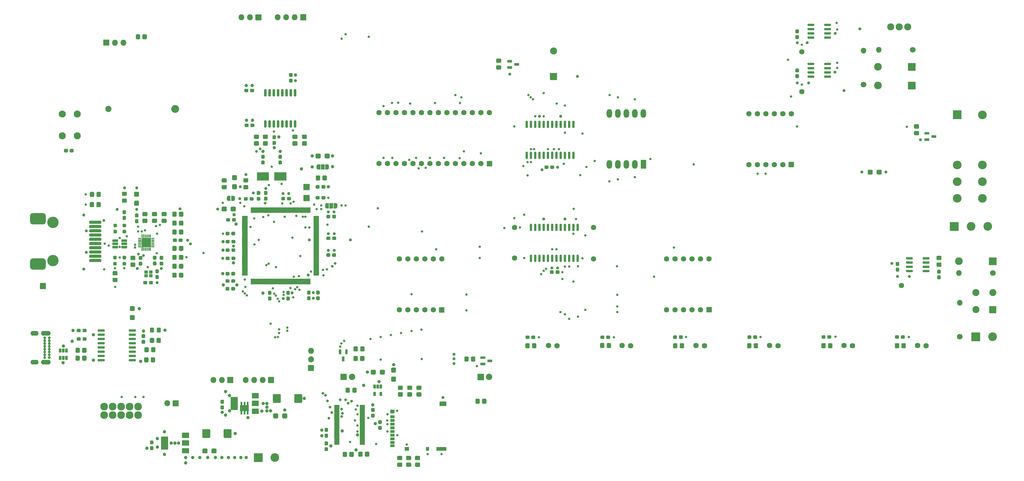
<source format=gbr>
%TF.GenerationSoftware,KiCad,Pcbnew,5.1.10-88a1d61d58~88~ubuntu20.04.1*%
%TF.CreationDate,2021-06-03T15:25:56+07:00*%
%TF.ProjectId,Schema_and_PCB,53636865-6d61-45f6-916e-645f5043422e,v0.1*%
%TF.SameCoordinates,Original*%
%TF.FileFunction,Soldermask,Top*%
%TF.FilePolarity,Negative*%
%FSLAX46Y46*%
G04 Gerber Fmt 4.6, Leading zero omitted, Abs format (unit mm)*
G04 Created by KiCad (PCBNEW 5.1.10-88a1d61d58~88~ubuntu20.04.1) date 2021-06-03 15:25:56*
%MOMM*%
%LPD*%
G01*
G04 APERTURE LIST*
%ADD10O,2.400000X1.400000*%
%ADD11O,2.900000X1.400000*%
%ADD12C,0.800000*%
%ADD13O,2.100000X2.100000*%
%ADD14C,2.100000*%
%ADD15O,1.800000X1.800000*%
%ADD16C,1.855000*%
%ADD17C,2.350000*%
%ADD18C,1.600000*%
%ADD19C,1.900000*%
%ADD20O,2.300000X2.300000*%
%ADD21C,2.600000*%
%ADD22C,2.120000*%
%ADD23C,3.400000*%
%ADD24C,0.100000*%
%ADD25C,1.700000*%
%ADD26O,1.700000X1.700000*%
%ADD27O,2.600000X2.600000*%
%ADD28C,1.624000*%
%ADD29O,1.624000X2.624000*%
%ADD30C,2.300000*%
%ADD31C,1.000000*%
%ADD32C,0.700000*%
%ADD33C,0.900000*%
G04 APERTURE END LIST*
%TO.C,U9*%
G36*
G01*
X127045920Y-192967340D02*
X129535120Y-192967340D01*
G75*
G02*
X129585120Y-193017340I0J-50000D01*
G01*
X129585120Y-194692340D01*
G75*
G02*
X129535120Y-194742340I-50000J0D01*
G01*
X127045920Y-194742340D01*
G75*
G02*
X126995920Y-194692340I0J50000D01*
G01*
X126995920Y-193017340D01*
G75*
G02*
X127045920Y-192967340I50000J0D01*
G01*
G37*
G36*
G01*
X129067401Y-194844401D02*
X129474601Y-194844401D01*
G75*
G02*
X129524601Y-194894401I0J-50000D01*
G01*
X129524601Y-195702399D01*
G75*
G02*
X129474601Y-195752399I-50000J0D01*
G01*
X129067401Y-195752399D01*
G75*
G02*
X129017401Y-195702399I0J50000D01*
G01*
X129017401Y-194894401D01*
G75*
G02*
X129067401Y-194844401I50000J0D01*
G01*
G37*
G36*
G01*
X128117400Y-194844401D02*
X128524600Y-194844401D01*
G75*
G02*
X128574600Y-194894401I0J-50000D01*
G01*
X128574600Y-195702399D01*
G75*
G02*
X128524600Y-195752399I-50000J0D01*
G01*
X128117400Y-195752399D01*
G75*
G02*
X128067400Y-195702399I0J50000D01*
G01*
X128067400Y-194894401D01*
G75*
G02*
X128117400Y-194844401I50000J0D01*
G01*
G37*
G36*
G01*
X127167399Y-194844401D02*
X127574599Y-194844401D01*
G75*
G02*
X127624599Y-194894401I0J-50000D01*
G01*
X127624599Y-195702399D01*
G75*
G02*
X127574599Y-195752399I-50000J0D01*
G01*
X127167399Y-195752399D01*
G75*
G02*
X127117399Y-195702399I0J50000D01*
G01*
X127117399Y-194894401D01*
G75*
G02*
X127167399Y-194844401I50000J0D01*
G01*
G37*
G36*
G01*
X127167399Y-191953601D02*
X127574599Y-191953601D01*
G75*
G02*
X127624599Y-192003601I0J-50000D01*
G01*
X127624599Y-192811599D01*
G75*
G02*
X127574599Y-192861599I-50000J0D01*
G01*
X127167399Y-192861599D01*
G75*
G02*
X127117399Y-192811599I0J50000D01*
G01*
X127117399Y-192003601D01*
G75*
G02*
X127167399Y-191953601I50000J0D01*
G01*
G37*
G36*
G01*
X128117400Y-191953601D02*
X128524600Y-191953601D01*
G75*
G02*
X128574600Y-192003601I0J-50000D01*
G01*
X128574600Y-192811599D01*
G75*
G02*
X128524600Y-192861599I-50000J0D01*
G01*
X128117400Y-192861599D01*
G75*
G02*
X128067400Y-192811599I0J50000D01*
G01*
X128067400Y-192003601D01*
G75*
G02*
X128117400Y-191953601I50000J0D01*
G01*
G37*
G36*
G01*
X129067401Y-191953601D02*
X129474601Y-191953601D01*
G75*
G02*
X129524601Y-192003601I0J-50000D01*
G01*
X129524601Y-192811599D01*
G75*
G02*
X129474601Y-192861599I-50000J0D01*
G01*
X129067401Y-192861599D01*
G75*
G02*
X129017401Y-192811599I0J50000D01*
G01*
X129017401Y-192003601D01*
G75*
G02*
X129067401Y-191953601I50000J0D01*
G01*
G37*
%TD*%
D10*
%TO.C,J1*%
X65527200Y-171418000D03*
X65527200Y-180068000D03*
D11*
X68907200Y-180068000D03*
X68907200Y-171418000D03*
D12*
X68537200Y-172768000D03*
X68537200Y-173618000D03*
X68537200Y-174468000D03*
X68537200Y-175318000D03*
X68537200Y-176168000D03*
X68537200Y-177018000D03*
X68537200Y-177868000D03*
X68537200Y-178718000D03*
X69887200Y-178718000D03*
X69887200Y-177868000D03*
X69887200Y-177018000D03*
X69887200Y-176168000D03*
X69887200Y-175318000D03*
X69887200Y-174468000D03*
X69887200Y-173618000D03*
X69887200Y-172768000D03*
%TD*%
%TO.C,D4*%
G36*
G01*
X353195600Y-163338000D02*
X353195600Y-165338000D01*
G75*
G02*
X353145600Y-165388000I-50000J0D01*
G01*
X351145600Y-165388000D01*
G75*
G02*
X351095600Y-165338000I0J50000D01*
G01*
X351095600Y-163338000D01*
G75*
G02*
X351145600Y-163288000I50000J0D01*
G01*
X353145600Y-163288000D01*
G75*
G02*
X353195600Y-163338000I0J-50000D01*
G01*
G37*
D13*
X347065600Y-159258000D03*
X352145600Y-159258000D03*
X347065600Y-164338000D03*
%TD*%
D14*
%TO.C,LS1*%
X220726000Y-86964200D03*
G36*
G01*
X221726000Y-95614200D02*
X219726000Y-95614200D01*
G75*
G02*
X219676000Y-95564200I0J50000D01*
G01*
X219676000Y-93564200D01*
G75*
G02*
X219726000Y-93514200I50000J0D01*
G01*
X221726000Y-93514200D01*
G75*
G02*
X221776000Y-93564200I0J-50000D01*
G01*
X221776000Y-95564200D01*
G75*
G02*
X221726000Y-95614200I-50000J0D01*
G01*
G37*
%TD*%
%TO.C,Q1*%
G36*
G01*
X200981400Y-179966900D02*
X200981400Y-179366900D01*
G75*
G02*
X201051400Y-179296900I70000J0D01*
G01*
X202351400Y-179296900D01*
G75*
G02*
X202421400Y-179366900I0J-70000D01*
G01*
X202421400Y-179966900D01*
G75*
G02*
X202351400Y-180036900I-70000J0D01*
G01*
X201051400Y-180036900D01*
G75*
G02*
X200981400Y-179966900I0J70000D01*
G01*
G37*
G36*
G01*
X198881400Y-180916900D02*
X198881400Y-180316900D01*
G75*
G02*
X198951400Y-180246900I70000J0D01*
G01*
X200251400Y-180246900D01*
G75*
G02*
X200321400Y-180316900I0J-70000D01*
G01*
X200321400Y-180916900D01*
G75*
G02*
X200251400Y-180986900I-70000J0D01*
G01*
X198951400Y-180986900D01*
G75*
G02*
X198881400Y-180916900I0J70000D01*
G01*
G37*
G36*
G01*
X198881400Y-179016900D02*
X198881400Y-178416900D01*
G75*
G02*
X198951400Y-178346900I70000J0D01*
G01*
X200251400Y-178346900D01*
G75*
G02*
X200321400Y-178416900I0J-70000D01*
G01*
X200321400Y-179016900D01*
G75*
G02*
X200251400Y-179086900I-70000J0D01*
G01*
X198951400Y-179086900D01*
G75*
G02*
X198881400Y-179016900I0J70000D01*
G01*
G37*
%TD*%
%TO.C,Q2*%
G36*
G01*
X157546000Y-178342000D02*
X158146000Y-178342000D01*
G75*
G02*
X158216000Y-178412000I0J-70000D01*
G01*
X158216000Y-179712000D01*
G75*
G02*
X158146000Y-179782000I-70000J0D01*
G01*
X157546000Y-179782000D01*
G75*
G02*
X157476000Y-179712000I0J70000D01*
G01*
X157476000Y-178412000D01*
G75*
G02*
X157546000Y-178342000I70000J0D01*
G01*
G37*
G36*
G01*
X156596000Y-176242000D02*
X157196000Y-176242000D01*
G75*
G02*
X157266000Y-176312000I0J-70000D01*
G01*
X157266000Y-177612000D01*
G75*
G02*
X157196000Y-177682000I-70000J0D01*
G01*
X156596000Y-177682000D01*
G75*
G02*
X156526000Y-177612000I0J70000D01*
G01*
X156526000Y-176312000D01*
G75*
G02*
X156596000Y-176242000I70000J0D01*
G01*
G37*
G36*
G01*
X158496000Y-176242000D02*
X159096000Y-176242000D01*
G75*
G02*
X159166000Y-176312000I0J-70000D01*
G01*
X159166000Y-177612000D01*
G75*
G02*
X159096000Y-177682000I-70000J0D01*
G01*
X158496000Y-177682000D01*
G75*
G02*
X158426000Y-177612000I0J70000D01*
G01*
X158426000Y-176312000D01*
G75*
G02*
X158496000Y-176242000I70000J0D01*
G01*
G37*
%TD*%
%TO.C,Q3*%
G36*
G01*
X333798000Y-112822000D02*
X333798000Y-112222000D01*
G75*
G02*
X333868000Y-112152000I70000J0D01*
G01*
X335168000Y-112152000D01*
G75*
G02*
X335238000Y-112222000I0J-70000D01*
G01*
X335238000Y-112822000D01*
G75*
G02*
X335168000Y-112892000I-70000J0D01*
G01*
X333868000Y-112892000D01*
G75*
G02*
X333798000Y-112822000I0J70000D01*
G01*
G37*
G36*
G01*
X331698000Y-113772000D02*
X331698000Y-113172000D01*
G75*
G02*
X331768000Y-113102000I70000J0D01*
G01*
X333068000Y-113102000D01*
G75*
G02*
X333138000Y-113172000I0J-70000D01*
G01*
X333138000Y-113772000D01*
G75*
G02*
X333068000Y-113842000I-70000J0D01*
G01*
X331768000Y-113842000D01*
G75*
G02*
X331698000Y-113772000I0J70000D01*
G01*
G37*
G36*
G01*
X331698000Y-111872000D02*
X331698000Y-111272000D01*
G75*
G02*
X331768000Y-111202000I70000J0D01*
G01*
X333068000Y-111202000D01*
G75*
G02*
X333138000Y-111272000I0J-70000D01*
G01*
X333138000Y-111872000D01*
G75*
G02*
X333068000Y-111942000I-70000J0D01*
G01*
X331768000Y-111942000D01*
G75*
G02*
X331698000Y-111872000I0J70000D01*
G01*
G37*
%TD*%
%TO.C,Q4*%
G36*
G01*
X209016400Y-91257400D02*
X209016400Y-90657400D01*
G75*
G02*
X209086400Y-90587400I70000J0D01*
G01*
X210386400Y-90587400D01*
G75*
G02*
X210456400Y-90657400I0J-70000D01*
G01*
X210456400Y-91257400D01*
G75*
G02*
X210386400Y-91327400I-70000J0D01*
G01*
X209086400Y-91327400D01*
G75*
G02*
X209016400Y-91257400I0J70000D01*
G01*
G37*
G36*
G01*
X206916400Y-92207400D02*
X206916400Y-91607400D01*
G75*
G02*
X206986400Y-91537400I70000J0D01*
G01*
X208286400Y-91537400D01*
G75*
G02*
X208356400Y-91607400I0J-70000D01*
G01*
X208356400Y-92207400D01*
G75*
G02*
X208286400Y-92277400I-70000J0D01*
G01*
X206986400Y-92277400D01*
G75*
G02*
X206916400Y-92207400I0J70000D01*
G01*
G37*
G36*
G01*
X206916400Y-90307400D02*
X206916400Y-89707400D01*
G75*
G02*
X206986400Y-89637400I70000J0D01*
G01*
X208286400Y-89637400D01*
G75*
G02*
X208356400Y-89707400I0J-70000D01*
G01*
X208356400Y-90307400D01*
G75*
G02*
X208286400Y-90377400I-70000J0D01*
G01*
X206986400Y-90377400D01*
G75*
G02*
X206916400Y-90307400I0J70000D01*
G01*
G37*
%TD*%
D15*
%TO.C,J13*%
X127381000Y-76873100D03*
X129921000Y-76873100D03*
G36*
G01*
X131611000Y-75973100D02*
X133311000Y-75973100D01*
G75*
G02*
X133361000Y-76023100I0J-50000D01*
G01*
X133361000Y-77723100D01*
G75*
G02*
X133311000Y-77773100I-50000J0D01*
G01*
X131611000Y-77773100D01*
G75*
G02*
X131561000Y-77723100I0J50000D01*
G01*
X131561000Y-76023100D01*
G75*
G02*
X131611000Y-75973100I50000J0D01*
G01*
G37*
%TD*%
D14*
%TO.C,SW7*%
X78295500Y-112341800D03*
X73795500Y-112341800D03*
X78295500Y-105841800D03*
X73795500Y-105841800D03*
%TD*%
%TO.C,U11*%
G36*
G01*
X127630000Y-136310000D02*
X129190000Y-136310000D01*
G75*
G02*
X129240000Y-136360000I0J-50000D01*
G01*
X129240000Y-136640000D01*
G75*
G02*
X129190000Y-136690000I-50000J0D01*
G01*
X127630000Y-136690000D01*
G75*
G02*
X127580000Y-136640000I0J50000D01*
G01*
X127580000Y-136360000D01*
G75*
G02*
X127630000Y-136310000I50000J0D01*
G01*
G37*
G36*
G01*
X127630000Y-136810000D02*
X129190000Y-136810000D01*
G75*
G02*
X129240000Y-136860000I0J-50000D01*
G01*
X129240000Y-137140000D01*
G75*
G02*
X129190000Y-137190000I-50000J0D01*
G01*
X127630000Y-137190000D01*
G75*
G02*
X127580000Y-137140000I0J50000D01*
G01*
X127580000Y-136860000D01*
G75*
G02*
X127630000Y-136810000I50000J0D01*
G01*
G37*
G36*
G01*
X127630000Y-137310000D02*
X129190000Y-137310000D01*
G75*
G02*
X129240000Y-137360000I0J-50000D01*
G01*
X129240000Y-137640000D01*
G75*
G02*
X129190000Y-137690000I-50000J0D01*
G01*
X127630000Y-137690000D01*
G75*
G02*
X127580000Y-137640000I0J50000D01*
G01*
X127580000Y-137360000D01*
G75*
G02*
X127630000Y-137310000I50000J0D01*
G01*
G37*
G36*
G01*
X127630000Y-137810000D02*
X129190000Y-137810000D01*
G75*
G02*
X129240000Y-137860000I0J-50000D01*
G01*
X129240000Y-138140000D01*
G75*
G02*
X129190000Y-138190000I-50000J0D01*
G01*
X127630000Y-138190000D01*
G75*
G02*
X127580000Y-138140000I0J50000D01*
G01*
X127580000Y-137860000D01*
G75*
G02*
X127630000Y-137810000I50000J0D01*
G01*
G37*
G36*
G01*
X127630000Y-138310000D02*
X129190000Y-138310000D01*
G75*
G02*
X129240000Y-138360000I0J-50000D01*
G01*
X129240000Y-138640000D01*
G75*
G02*
X129190000Y-138690000I-50000J0D01*
G01*
X127630000Y-138690000D01*
G75*
G02*
X127580000Y-138640000I0J50000D01*
G01*
X127580000Y-138360000D01*
G75*
G02*
X127630000Y-138310000I50000J0D01*
G01*
G37*
G36*
G01*
X127630000Y-138810000D02*
X129190000Y-138810000D01*
G75*
G02*
X129240000Y-138860000I0J-50000D01*
G01*
X129240000Y-139140000D01*
G75*
G02*
X129190000Y-139190000I-50000J0D01*
G01*
X127630000Y-139190000D01*
G75*
G02*
X127580000Y-139140000I0J50000D01*
G01*
X127580000Y-138860000D01*
G75*
G02*
X127630000Y-138810000I50000J0D01*
G01*
G37*
G36*
G01*
X127630000Y-139310000D02*
X129190000Y-139310000D01*
G75*
G02*
X129240000Y-139360000I0J-50000D01*
G01*
X129240000Y-139640000D01*
G75*
G02*
X129190000Y-139690000I-50000J0D01*
G01*
X127630000Y-139690000D01*
G75*
G02*
X127580000Y-139640000I0J50000D01*
G01*
X127580000Y-139360000D01*
G75*
G02*
X127630000Y-139310000I50000J0D01*
G01*
G37*
G36*
G01*
X127630000Y-139810000D02*
X129190000Y-139810000D01*
G75*
G02*
X129240000Y-139860000I0J-50000D01*
G01*
X129240000Y-140140000D01*
G75*
G02*
X129190000Y-140190000I-50000J0D01*
G01*
X127630000Y-140190000D01*
G75*
G02*
X127580000Y-140140000I0J50000D01*
G01*
X127580000Y-139860000D01*
G75*
G02*
X127630000Y-139810000I50000J0D01*
G01*
G37*
G36*
G01*
X127630000Y-140310000D02*
X129190000Y-140310000D01*
G75*
G02*
X129240000Y-140360000I0J-50000D01*
G01*
X129240000Y-140640000D01*
G75*
G02*
X129190000Y-140690000I-50000J0D01*
G01*
X127630000Y-140690000D01*
G75*
G02*
X127580000Y-140640000I0J50000D01*
G01*
X127580000Y-140360000D01*
G75*
G02*
X127630000Y-140310000I50000J0D01*
G01*
G37*
G36*
G01*
X127630000Y-140810000D02*
X129190000Y-140810000D01*
G75*
G02*
X129240000Y-140860000I0J-50000D01*
G01*
X129240000Y-141140000D01*
G75*
G02*
X129190000Y-141190000I-50000J0D01*
G01*
X127630000Y-141190000D01*
G75*
G02*
X127580000Y-141140000I0J50000D01*
G01*
X127580000Y-140860000D01*
G75*
G02*
X127630000Y-140810000I50000J0D01*
G01*
G37*
G36*
G01*
X127630000Y-141310000D02*
X129190000Y-141310000D01*
G75*
G02*
X129240000Y-141360000I0J-50000D01*
G01*
X129240000Y-141640000D01*
G75*
G02*
X129190000Y-141690000I-50000J0D01*
G01*
X127630000Y-141690000D01*
G75*
G02*
X127580000Y-141640000I0J50000D01*
G01*
X127580000Y-141360000D01*
G75*
G02*
X127630000Y-141310000I50000J0D01*
G01*
G37*
G36*
G01*
X127630000Y-141810000D02*
X129190000Y-141810000D01*
G75*
G02*
X129240000Y-141860000I0J-50000D01*
G01*
X129240000Y-142140000D01*
G75*
G02*
X129190000Y-142190000I-50000J0D01*
G01*
X127630000Y-142190000D01*
G75*
G02*
X127580000Y-142140000I0J50000D01*
G01*
X127580000Y-141860000D01*
G75*
G02*
X127630000Y-141810000I50000J0D01*
G01*
G37*
G36*
G01*
X127630000Y-142310000D02*
X129190000Y-142310000D01*
G75*
G02*
X129240000Y-142360000I0J-50000D01*
G01*
X129240000Y-142640000D01*
G75*
G02*
X129190000Y-142690000I-50000J0D01*
G01*
X127630000Y-142690000D01*
G75*
G02*
X127580000Y-142640000I0J50000D01*
G01*
X127580000Y-142360000D01*
G75*
G02*
X127630000Y-142310000I50000J0D01*
G01*
G37*
G36*
G01*
X127630000Y-142810000D02*
X129190000Y-142810000D01*
G75*
G02*
X129240000Y-142860000I0J-50000D01*
G01*
X129240000Y-143140000D01*
G75*
G02*
X129190000Y-143190000I-50000J0D01*
G01*
X127630000Y-143190000D01*
G75*
G02*
X127580000Y-143140000I0J50000D01*
G01*
X127580000Y-142860000D01*
G75*
G02*
X127630000Y-142810000I50000J0D01*
G01*
G37*
G36*
G01*
X127630000Y-143310000D02*
X129190000Y-143310000D01*
G75*
G02*
X129240000Y-143360000I0J-50000D01*
G01*
X129240000Y-143640000D01*
G75*
G02*
X129190000Y-143690000I-50000J0D01*
G01*
X127630000Y-143690000D01*
G75*
G02*
X127580000Y-143640000I0J50000D01*
G01*
X127580000Y-143360000D01*
G75*
G02*
X127630000Y-143310000I50000J0D01*
G01*
G37*
G36*
G01*
X127630000Y-143810000D02*
X129190000Y-143810000D01*
G75*
G02*
X129240000Y-143860000I0J-50000D01*
G01*
X129240000Y-144140000D01*
G75*
G02*
X129190000Y-144190000I-50000J0D01*
G01*
X127630000Y-144190000D01*
G75*
G02*
X127580000Y-144140000I0J50000D01*
G01*
X127580000Y-143860000D01*
G75*
G02*
X127630000Y-143810000I50000J0D01*
G01*
G37*
G36*
G01*
X127630000Y-144310000D02*
X129190000Y-144310000D01*
G75*
G02*
X129240000Y-144360000I0J-50000D01*
G01*
X129240000Y-144640000D01*
G75*
G02*
X129190000Y-144690000I-50000J0D01*
G01*
X127630000Y-144690000D01*
G75*
G02*
X127580000Y-144640000I0J50000D01*
G01*
X127580000Y-144360000D01*
G75*
G02*
X127630000Y-144310000I50000J0D01*
G01*
G37*
G36*
G01*
X127630000Y-144810000D02*
X129190000Y-144810000D01*
G75*
G02*
X129240000Y-144860000I0J-50000D01*
G01*
X129240000Y-145140000D01*
G75*
G02*
X129190000Y-145190000I-50000J0D01*
G01*
X127630000Y-145190000D01*
G75*
G02*
X127580000Y-145140000I0J50000D01*
G01*
X127580000Y-144860000D01*
G75*
G02*
X127630000Y-144810000I50000J0D01*
G01*
G37*
G36*
G01*
X127630000Y-145310000D02*
X129190000Y-145310000D01*
G75*
G02*
X129240000Y-145360000I0J-50000D01*
G01*
X129240000Y-145640000D01*
G75*
G02*
X129190000Y-145690000I-50000J0D01*
G01*
X127630000Y-145690000D01*
G75*
G02*
X127580000Y-145640000I0J50000D01*
G01*
X127580000Y-145360000D01*
G75*
G02*
X127630000Y-145310000I50000J0D01*
G01*
G37*
G36*
G01*
X127630000Y-145810000D02*
X129190000Y-145810000D01*
G75*
G02*
X129240000Y-145860000I0J-50000D01*
G01*
X129240000Y-146140000D01*
G75*
G02*
X129190000Y-146190000I-50000J0D01*
G01*
X127630000Y-146190000D01*
G75*
G02*
X127580000Y-146140000I0J50000D01*
G01*
X127580000Y-145860000D01*
G75*
G02*
X127630000Y-145810000I50000J0D01*
G01*
G37*
G36*
G01*
X127630000Y-146310000D02*
X129190000Y-146310000D01*
G75*
G02*
X129240000Y-146360000I0J-50000D01*
G01*
X129240000Y-146640000D01*
G75*
G02*
X129190000Y-146690000I-50000J0D01*
G01*
X127630000Y-146690000D01*
G75*
G02*
X127580000Y-146640000I0J50000D01*
G01*
X127580000Y-146360000D01*
G75*
G02*
X127630000Y-146310000I50000J0D01*
G01*
G37*
G36*
G01*
X127630000Y-146810000D02*
X129190000Y-146810000D01*
G75*
G02*
X129240000Y-146860000I0J-50000D01*
G01*
X129240000Y-147140000D01*
G75*
G02*
X129190000Y-147190000I-50000J0D01*
G01*
X127630000Y-147190000D01*
G75*
G02*
X127580000Y-147140000I0J50000D01*
G01*
X127580000Y-146860000D01*
G75*
G02*
X127630000Y-146810000I50000J0D01*
G01*
G37*
G36*
G01*
X127630000Y-147310000D02*
X129190000Y-147310000D01*
G75*
G02*
X129240000Y-147360000I0J-50000D01*
G01*
X129240000Y-147640000D01*
G75*
G02*
X129190000Y-147690000I-50000J0D01*
G01*
X127630000Y-147690000D01*
G75*
G02*
X127580000Y-147640000I0J50000D01*
G01*
X127580000Y-147360000D01*
G75*
G02*
X127630000Y-147310000I50000J0D01*
G01*
G37*
G36*
G01*
X127630000Y-147810000D02*
X129190000Y-147810000D01*
G75*
G02*
X129240000Y-147860000I0J-50000D01*
G01*
X129240000Y-148140000D01*
G75*
G02*
X129190000Y-148190000I-50000J0D01*
G01*
X127630000Y-148190000D01*
G75*
G02*
X127580000Y-148140000I0J50000D01*
G01*
X127580000Y-147860000D01*
G75*
G02*
X127630000Y-147810000I50000J0D01*
G01*
G37*
G36*
G01*
X127630000Y-148310000D02*
X129190000Y-148310000D01*
G75*
G02*
X129240000Y-148360000I0J-50000D01*
G01*
X129240000Y-148640000D01*
G75*
G02*
X129190000Y-148690000I-50000J0D01*
G01*
X127630000Y-148690000D01*
G75*
G02*
X127580000Y-148640000I0J50000D01*
G01*
X127580000Y-148360000D01*
G75*
G02*
X127630000Y-148310000I50000J0D01*
G01*
G37*
G36*
G01*
X127630000Y-148810000D02*
X129190000Y-148810000D01*
G75*
G02*
X129240000Y-148860000I0J-50000D01*
G01*
X129240000Y-149140000D01*
G75*
G02*
X129190000Y-149190000I-50000J0D01*
G01*
X127630000Y-149190000D01*
G75*
G02*
X127580000Y-149140000I0J50000D01*
G01*
X127580000Y-148860000D01*
G75*
G02*
X127630000Y-148810000I50000J0D01*
G01*
G37*
G36*
G01*
X127630000Y-149310000D02*
X129190000Y-149310000D01*
G75*
G02*
X129240000Y-149360000I0J-50000D01*
G01*
X129240000Y-149640000D01*
G75*
G02*
X129190000Y-149690000I-50000J0D01*
G01*
X127630000Y-149690000D01*
G75*
G02*
X127580000Y-149640000I0J50000D01*
G01*
X127580000Y-149360000D01*
G75*
G02*
X127630000Y-149310000I50000J0D01*
G01*
G37*
G36*
G01*
X127630000Y-149810000D02*
X129190000Y-149810000D01*
G75*
G02*
X129240000Y-149860000I0J-50000D01*
G01*
X129240000Y-150140000D01*
G75*
G02*
X129190000Y-150190000I-50000J0D01*
G01*
X127630000Y-150190000D01*
G75*
G02*
X127580000Y-150140000I0J50000D01*
G01*
X127580000Y-149860000D01*
G75*
G02*
X127630000Y-149810000I50000J0D01*
G01*
G37*
G36*
G01*
X127630000Y-150310000D02*
X129190000Y-150310000D01*
G75*
G02*
X129240000Y-150360000I0J-50000D01*
G01*
X129240000Y-150640000D01*
G75*
G02*
X129190000Y-150690000I-50000J0D01*
G01*
X127630000Y-150690000D01*
G75*
G02*
X127580000Y-150640000I0J50000D01*
G01*
X127580000Y-150360000D01*
G75*
G02*
X127630000Y-150310000I50000J0D01*
G01*
G37*
G36*
G01*
X127630000Y-150810000D02*
X129190000Y-150810000D01*
G75*
G02*
X129240000Y-150860000I0J-50000D01*
G01*
X129240000Y-151140000D01*
G75*
G02*
X129190000Y-151190000I-50000J0D01*
G01*
X127630000Y-151190000D01*
G75*
G02*
X127580000Y-151140000I0J50000D01*
G01*
X127580000Y-150860000D01*
G75*
G02*
X127630000Y-150810000I50000J0D01*
G01*
G37*
G36*
G01*
X127630000Y-151310000D02*
X129190000Y-151310000D01*
G75*
G02*
X129240000Y-151360000I0J-50000D01*
G01*
X129240000Y-151640000D01*
G75*
G02*
X129190000Y-151690000I-50000J0D01*
G01*
X127630000Y-151690000D01*
G75*
G02*
X127580000Y-151640000I0J50000D01*
G01*
X127580000Y-151360000D01*
G75*
G02*
X127630000Y-151310000I50000J0D01*
G01*
G37*
G36*
G01*
X127630000Y-151810000D02*
X129190000Y-151810000D01*
G75*
G02*
X129240000Y-151860000I0J-50000D01*
G01*
X129240000Y-152140000D01*
G75*
G02*
X129190000Y-152190000I-50000J0D01*
G01*
X127630000Y-152190000D01*
G75*
G02*
X127580000Y-152140000I0J50000D01*
G01*
X127580000Y-151860000D01*
G75*
G02*
X127630000Y-151810000I50000J0D01*
G01*
G37*
G36*
G01*
X127630000Y-152310000D02*
X129190000Y-152310000D01*
G75*
G02*
X129240000Y-152360000I0J-50000D01*
G01*
X129240000Y-152640000D01*
G75*
G02*
X129190000Y-152690000I-50000J0D01*
G01*
X127630000Y-152690000D01*
G75*
G02*
X127580000Y-152640000I0J50000D01*
G01*
X127580000Y-152360000D01*
G75*
G02*
X127630000Y-152310000I50000J0D01*
G01*
G37*
G36*
G01*
X127630000Y-152810000D02*
X129190000Y-152810000D01*
G75*
G02*
X129240000Y-152860000I0J-50000D01*
G01*
X129240000Y-153140000D01*
G75*
G02*
X129190000Y-153190000I-50000J0D01*
G01*
X127630000Y-153190000D01*
G75*
G02*
X127580000Y-153140000I0J50000D01*
G01*
X127580000Y-152860000D01*
G75*
G02*
X127630000Y-152810000I50000J0D01*
G01*
G37*
G36*
G01*
X127630000Y-153310000D02*
X129190000Y-153310000D01*
G75*
G02*
X129240000Y-153360000I0J-50000D01*
G01*
X129240000Y-153640000D01*
G75*
G02*
X129190000Y-153690000I-50000J0D01*
G01*
X127630000Y-153690000D01*
G75*
G02*
X127580000Y-153640000I0J50000D01*
G01*
X127580000Y-153360000D01*
G75*
G02*
X127630000Y-153310000I50000J0D01*
G01*
G37*
G36*
G01*
X127630000Y-153810000D02*
X129190000Y-153810000D01*
G75*
G02*
X129240000Y-153860000I0J-50000D01*
G01*
X129240000Y-154140000D01*
G75*
G02*
X129190000Y-154190000I-50000J0D01*
G01*
X127630000Y-154190000D01*
G75*
G02*
X127580000Y-154140000I0J50000D01*
G01*
X127580000Y-153860000D01*
G75*
G02*
X127630000Y-153810000I50000J0D01*
G01*
G37*
G36*
G01*
X148990000Y-153810000D02*
X150550000Y-153810000D01*
G75*
G02*
X150600000Y-153860000I0J-50000D01*
G01*
X150600000Y-154140000D01*
G75*
G02*
X150550000Y-154190000I-50000J0D01*
G01*
X148990000Y-154190000D01*
G75*
G02*
X148940000Y-154140000I0J50000D01*
G01*
X148940000Y-153860000D01*
G75*
G02*
X148990000Y-153810000I50000J0D01*
G01*
G37*
G36*
G01*
X148990000Y-153310000D02*
X150550000Y-153310000D01*
G75*
G02*
X150600000Y-153360000I0J-50000D01*
G01*
X150600000Y-153640000D01*
G75*
G02*
X150550000Y-153690000I-50000J0D01*
G01*
X148990000Y-153690000D01*
G75*
G02*
X148940000Y-153640000I0J50000D01*
G01*
X148940000Y-153360000D01*
G75*
G02*
X148990000Y-153310000I50000J0D01*
G01*
G37*
G36*
G01*
X148990000Y-152810000D02*
X150550000Y-152810000D01*
G75*
G02*
X150600000Y-152860000I0J-50000D01*
G01*
X150600000Y-153140000D01*
G75*
G02*
X150550000Y-153190000I-50000J0D01*
G01*
X148990000Y-153190000D01*
G75*
G02*
X148940000Y-153140000I0J50000D01*
G01*
X148940000Y-152860000D01*
G75*
G02*
X148990000Y-152810000I50000J0D01*
G01*
G37*
G36*
G01*
X148990000Y-152310000D02*
X150550000Y-152310000D01*
G75*
G02*
X150600000Y-152360000I0J-50000D01*
G01*
X150600000Y-152640000D01*
G75*
G02*
X150550000Y-152690000I-50000J0D01*
G01*
X148990000Y-152690000D01*
G75*
G02*
X148940000Y-152640000I0J50000D01*
G01*
X148940000Y-152360000D01*
G75*
G02*
X148990000Y-152310000I50000J0D01*
G01*
G37*
G36*
G01*
X148990000Y-151810000D02*
X150550000Y-151810000D01*
G75*
G02*
X150600000Y-151860000I0J-50000D01*
G01*
X150600000Y-152140000D01*
G75*
G02*
X150550000Y-152190000I-50000J0D01*
G01*
X148990000Y-152190000D01*
G75*
G02*
X148940000Y-152140000I0J50000D01*
G01*
X148940000Y-151860000D01*
G75*
G02*
X148990000Y-151810000I50000J0D01*
G01*
G37*
G36*
G01*
X148990000Y-151310000D02*
X150550000Y-151310000D01*
G75*
G02*
X150600000Y-151360000I0J-50000D01*
G01*
X150600000Y-151640000D01*
G75*
G02*
X150550000Y-151690000I-50000J0D01*
G01*
X148990000Y-151690000D01*
G75*
G02*
X148940000Y-151640000I0J50000D01*
G01*
X148940000Y-151360000D01*
G75*
G02*
X148990000Y-151310000I50000J0D01*
G01*
G37*
G36*
G01*
X148990000Y-150810000D02*
X150550000Y-150810000D01*
G75*
G02*
X150600000Y-150860000I0J-50000D01*
G01*
X150600000Y-151140000D01*
G75*
G02*
X150550000Y-151190000I-50000J0D01*
G01*
X148990000Y-151190000D01*
G75*
G02*
X148940000Y-151140000I0J50000D01*
G01*
X148940000Y-150860000D01*
G75*
G02*
X148990000Y-150810000I50000J0D01*
G01*
G37*
G36*
G01*
X148990000Y-150310000D02*
X150550000Y-150310000D01*
G75*
G02*
X150600000Y-150360000I0J-50000D01*
G01*
X150600000Y-150640000D01*
G75*
G02*
X150550000Y-150690000I-50000J0D01*
G01*
X148990000Y-150690000D01*
G75*
G02*
X148940000Y-150640000I0J50000D01*
G01*
X148940000Y-150360000D01*
G75*
G02*
X148990000Y-150310000I50000J0D01*
G01*
G37*
G36*
G01*
X148990000Y-149810000D02*
X150550000Y-149810000D01*
G75*
G02*
X150600000Y-149860000I0J-50000D01*
G01*
X150600000Y-150140000D01*
G75*
G02*
X150550000Y-150190000I-50000J0D01*
G01*
X148990000Y-150190000D01*
G75*
G02*
X148940000Y-150140000I0J50000D01*
G01*
X148940000Y-149860000D01*
G75*
G02*
X148990000Y-149810000I50000J0D01*
G01*
G37*
G36*
G01*
X148990000Y-149310000D02*
X150550000Y-149310000D01*
G75*
G02*
X150600000Y-149360000I0J-50000D01*
G01*
X150600000Y-149640000D01*
G75*
G02*
X150550000Y-149690000I-50000J0D01*
G01*
X148990000Y-149690000D01*
G75*
G02*
X148940000Y-149640000I0J50000D01*
G01*
X148940000Y-149360000D01*
G75*
G02*
X148990000Y-149310000I50000J0D01*
G01*
G37*
G36*
G01*
X148990000Y-148810000D02*
X150550000Y-148810000D01*
G75*
G02*
X150600000Y-148860000I0J-50000D01*
G01*
X150600000Y-149140000D01*
G75*
G02*
X150550000Y-149190000I-50000J0D01*
G01*
X148990000Y-149190000D01*
G75*
G02*
X148940000Y-149140000I0J50000D01*
G01*
X148940000Y-148860000D01*
G75*
G02*
X148990000Y-148810000I50000J0D01*
G01*
G37*
G36*
G01*
X148990000Y-148310000D02*
X150550000Y-148310000D01*
G75*
G02*
X150600000Y-148360000I0J-50000D01*
G01*
X150600000Y-148640000D01*
G75*
G02*
X150550000Y-148690000I-50000J0D01*
G01*
X148990000Y-148690000D01*
G75*
G02*
X148940000Y-148640000I0J50000D01*
G01*
X148940000Y-148360000D01*
G75*
G02*
X148990000Y-148310000I50000J0D01*
G01*
G37*
G36*
G01*
X148990000Y-147810000D02*
X150550000Y-147810000D01*
G75*
G02*
X150600000Y-147860000I0J-50000D01*
G01*
X150600000Y-148140000D01*
G75*
G02*
X150550000Y-148190000I-50000J0D01*
G01*
X148990000Y-148190000D01*
G75*
G02*
X148940000Y-148140000I0J50000D01*
G01*
X148940000Y-147860000D01*
G75*
G02*
X148990000Y-147810000I50000J0D01*
G01*
G37*
G36*
G01*
X148990000Y-147310000D02*
X150550000Y-147310000D01*
G75*
G02*
X150600000Y-147360000I0J-50000D01*
G01*
X150600000Y-147640000D01*
G75*
G02*
X150550000Y-147690000I-50000J0D01*
G01*
X148990000Y-147690000D01*
G75*
G02*
X148940000Y-147640000I0J50000D01*
G01*
X148940000Y-147360000D01*
G75*
G02*
X148990000Y-147310000I50000J0D01*
G01*
G37*
G36*
G01*
X148990000Y-146810000D02*
X150550000Y-146810000D01*
G75*
G02*
X150600000Y-146860000I0J-50000D01*
G01*
X150600000Y-147140000D01*
G75*
G02*
X150550000Y-147190000I-50000J0D01*
G01*
X148990000Y-147190000D01*
G75*
G02*
X148940000Y-147140000I0J50000D01*
G01*
X148940000Y-146860000D01*
G75*
G02*
X148990000Y-146810000I50000J0D01*
G01*
G37*
G36*
G01*
X148990000Y-146310000D02*
X150550000Y-146310000D01*
G75*
G02*
X150600000Y-146360000I0J-50000D01*
G01*
X150600000Y-146640000D01*
G75*
G02*
X150550000Y-146690000I-50000J0D01*
G01*
X148990000Y-146690000D01*
G75*
G02*
X148940000Y-146640000I0J50000D01*
G01*
X148940000Y-146360000D01*
G75*
G02*
X148990000Y-146310000I50000J0D01*
G01*
G37*
G36*
G01*
X148990000Y-145810000D02*
X150550000Y-145810000D01*
G75*
G02*
X150600000Y-145860000I0J-50000D01*
G01*
X150600000Y-146140000D01*
G75*
G02*
X150550000Y-146190000I-50000J0D01*
G01*
X148990000Y-146190000D01*
G75*
G02*
X148940000Y-146140000I0J50000D01*
G01*
X148940000Y-145860000D01*
G75*
G02*
X148990000Y-145810000I50000J0D01*
G01*
G37*
G36*
G01*
X148990000Y-145310000D02*
X150550000Y-145310000D01*
G75*
G02*
X150600000Y-145360000I0J-50000D01*
G01*
X150600000Y-145640000D01*
G75*
G02*
X150550000Y-145690000I-50000J0D01*
G01*
X148990000Y-145690000D01*
G75*
G02*
X148940000Y-145640000I0J50000D01*
G01*
X148940000Y-145360000D01*
G75*
G02*
X148990000Y-145310000I50000J0D01*
G01*
G37*
G36*
G01*
X148990000Y-144810000D02*
X150550000Y-144810000D01*
G75*
G02*
X150600000Y-144860000I0J-50000D01*
G01*
X150600000Y-145140000D01*
G75*
G02*
X150550000Y-145190000I-50000J0D01*
G01*
X148990000Y-145190000D01*
G75*
G02*
X148940000Y-145140000I0J50000D01*
G01*
X148940000Y-144860000D01*
G75*
G02*
X148990000Y-144810000I50000J0D01*
G01*
G37*
G36*
G01*
X148990000Y-144310000D02*
X150550000Y-144310000D01*
G75*
G02*
X150600000Y-144360000I0J-50000D01*
G01*
X150600000Y-144640000D01*
G75*
G02*
X150550000Y-144690000I-50000J0D01*
G01*
X148990000Y-144690000D01*
G75*
G02*
X148940000Y-144640000I0J50000D01*
G01*
X148940000Y-144360000D01*
G75*
G02*
X148990000Y-144310000I50000J0D01*
G01*
G37*
G36*
G01*
X148990000Y-143810000D02*
X150550000Y-143810000D01*
G75*
G02*
X150600000Y-143860000I0J-50000D01*
G01*
X150600000Y-144140000D01*
G75*
G02*
X150550000Y-144190000I-50000J0D01*
G01*
X148990000Y-144190000D01*
G75*
G02*
X148940000Y-144140000I0J50000D01*
G01*
X148940000Y-143860000D01*
G75*
G02*
X148990000Y-143810000I50000J0D01*
G01*
G37*
G36*
G01*
X148990000Y-143310000D02*
X150550000Y-143310000D01*
G75*
G02*
X150600000Y-143360000I0J-50000D01*
G01*
X150600000Y-143640000D01*
G75*
G02*
X150550000Y-143690000I-50000J0D01*
G01*
X148990000Y-143690000D01*
G75*
G02*
X148940000Y-143640000I0J50000D01*
G01*
X148940000Y-143360000D01*
G75*
G02*
X148990000Y-143310000I50000J0D01*
G01*
G37*
G36*
G01*
X148990000Y-142810000D02*
X150550000Y-142810000D01*
G75*
G02*
X150600000Y-142860000I0J-50000D01*
G01*
X150600000Y-143140000D01*
G75*
G02*
X150550000Y-143190000I-50000J0D01*
G01*
X148990000Y-143190000D01*
G75*
G02*
X148940000Y-143140000I0J50000D01*
G01*
X148940000Y-142860000D01*
G75*
G02*
X148990000Y-142810000I50000J0D01*
G01*
G37*
G36*
G01*
X148990000Y-142310000D02*
X150550000Y-142310000D01*
G75*
G02*
X150600000Y-142360000I0J-50000D01*
G01*
X150600000Y-142640000D01*
G75*
G02*
X150550000Y-142690000I-50000J0D01*
G01*
X148990000Y-142690000D01*
G75*
G02*
X148940000Y-142640000I0J50000D01*
G01*
X148940000Y-142360000D01*
G75*
G02*
X148990000Y-142310000I50000J0D01*
G01*
G37*
G36*
G01*
X148990000Y-141810000D02*
X150550000Y-141810000D01*
G75*
G02*
X150600000Y-141860000I0J-50000D01*
G01*
X150600000Y-142140000D01*
G75*
G02*
X150550000Y-142190000I-50000J0D01*
G01*
X148990000Y-142190000D01*
G75*
G02*
X148940000Y-142140000I0J50000D01*
G01*
X148940000Y-141860000D01*
G75*
G02*
X148990000Y-141810000I50000J0D01*
G01*
G37*
G36*
G01*
X148990000Y-141310000D02*
X150550000Y-141310000D01*
G75*
G02*
X150600000Y-141360000I0J-50000D01*
G01*
X150600000Y-141640000D01*
G75*
G02*
X150550000Y-141690000I-50000J0D01*
G01*
X148990000Y-141690000D01*
G75*
G02*
X148940000Y-141640000I0J50000D01*
G01*
X148940000Y-141360000D01*
G75*
G02*
X148990000Y-141310000I50000J0D01*
G01*
G37*
G36*
G01*
X148990000Y-140810000D02*
X150550000Y-140810000D01*
G75*
G02*
X150600000Y-140860000I0J-50000D01*
G01*
X150600000Y-141140000D01*
G75*
G02*
X150550000Y-141190000I-50000J0D01*
G01*
X148990000Y-141190000D01*
G75*
G02*
X148940000Y-141140000I0J50000D01*
G01*
X148940000Y-140860000D01*
G75*
G02*
X148990000Y-140810000I50000J0D01*
G01*
G37*
G36*
G01*
X148990000Y-140310000D02*
X150550000Y-140310000D01*
G75*
G02*
X150600000Y-140360000I0J-50000D01*
G01*
X150600000Y-140640000D01*
G75*
G02*
X150550000Y-140690000I-50000J0D01*
G01*
X148990000Y-140690000D01*
G75*
G02*
X148940000Y-140640000I0J50000D01*
G01*
X148940000Y-140360000D01*
G75*
G02*
X148990000Y-140310000I50000J0D01*
G01*
G37*
G36*
G01*
X148990000Y-139810000D02*
X150550000Y-139810000D01*
G75*
G02*
X150600000Y-139860000I0J-50000D01*
G01*
X150600000Y-140140000D01*
G75*
G02*
X150550000Y-140190000I-50000J0D01*
G01*
X148990000Y-140190000D01*
G75*
G02*
X148940000Y-140140000I0J50000D01*
G01*
X148940000Y-139860000D01*
G75*
G02*
X148990000Y-139810000I50000J0D01*
G01*
G37*
G36*
G01*
X148990000Y-139310000D02*
X150550000Y-139310000D01*
G75*
G02*
X150600000Y-139360000I0J-50000D01*
G01*
X150600000Y-139640000D01*
G75*
G02*
X150550000Y-139690000I-50000J0D01*
G01*
X148990000Y-139690000D01*
G75*
G02*
X148940000Y-139640000I0J50000D01*
G01*
X148940000Y-139360000D01*
G75*
G02*
X148990000Y-139310000I50000J0D01*
G01*
G37*
G36*
G01*
X148990000Y-138810000D02*
X150550000Y-138810000D01*
G75*
G02*
X150600000Y-138860000I0J-50000D01*
G01*
X150600000Y-139140000D01*
G75*
G02*
X150550000Y-139190000I-50000J0D01*
G01*
X148990000Y-139190000D01*
G75*
G02*
X148940000Y-139140000I0J50000D01*
G01*
X148940000Y-138860000D01*
G75*
G02*
X148990000Y-138810000I50000J0D01*
G01*
G37*
G36*
G01*
X148990000Y-138310000D02*
X150550000Y-138310000D01*
G75*
G02*
X150600000Y-138360000I0J-50000D01*
G01*
X150600000Y-138640000D01*
G75*
G02*
X150550000Y-138690000I-50000J0D01*
G01*
X148990000Y-138690000D01*
G75*
G02*
X148940000Y-138640000I0J50000D01*
G01*
X148940000Y-138360000D01*
G75*
G02*
X148990000Y-138310000I50000J0D01*
G01*
G37*
G36*
G01*
X148990000Y-137810000D02*
X150550000Y-137810000D01*
G75*
G02*
X150600000Y-137860000I0J-50000D01*
G01*
X150600000Y-138140000D01*
G75*
G02*
X150550000Y-138190000I-50000J0D01*
G01*
X148990000Y-138190000D01*
G75*
G02*
X148940000Y-138140000I0J50000D01*
G01*
X148940000Y-137860000D01*
G75*
G02*
X148990000Y-137810000I50000J0D01*
G01*
G37*
G36*
G01*
X148990000Y-137310000D02*
X150550000Y-137310000D01*
G75*
G02*
X150600000Y-137360000I0J-50000D01*
G01*
X150600000Y-137640000D01*
G75*
G02*
X150550000Y-137690000I-50000J0D01*
G01*
X148990000Y-137690000D01*
G75*
G02*
X148940000Y-137640000I0J50000D01*
G01*
X148940000Y-137360000D01*
G75*
G02*
X148990000Y-137310000I50000J0D01*
G01*
G37*
G36*
G01*
X148990000Y-136810000D02*
X150550000Y-136810000D01*
G75*
G02*
X150600000Y-136860000I0J-50000D01*
G01*
X150600000Y-137140000D01*
G75*
G02*
X150550000Y-137190000I-50000J0D01*
G01*
X148990000Y-137190000D01*
G75*
G02*
X148940000Y-137140000I0J50000D01*
G01*
X148940000Y-136860000D01*
G75*
G02*
X148990000Y-136810000I50000J0D01*
G01*
G37*
G36*
G01*
X148990000Y-136310000D02*
X150550000Y-136310000D01*
G75*
G02*
X150600000Y-136360000I0J-50000D01*
G01*
X150600000Y-136640000D01*
G75*
G02*
X150550000Y-136690000I-50000J0D01*
G01*
X148990000Y-136690000D01*
G75*
G02*
X148940000Y-136640000I0J50000D01*
G01*
X148940000Y-136360000D01*
G75*
G02*
X148990000Y-136310000I50000J0D01*
G01*
G37*
G36*
G01*
X147700000Y-133740000D02*
X147980000Y-133740000D01*
G75*
G02*
X148030000Y-133790000I0J-50000D01*
G01*
X148030000Y-135350000D01*
G75*
G02*
X147980000Y-135400000I-50000J0D01*
G01*
X147700000Y-135400000D01*
G75*
G02*
X147650000Y-135350000I0J50000D01*
G01*
X147650000Y-133790000D01*
G75*
G02*
X147700000Y-133740000I50000J0D01*
G01*
G37*
G36*
G01*
X147200000Y-133740000D02*
X147480000Y-133740000D01*
G75*
G02*
X147530000Y-133790000I0J-50000D01*
G01*
X147530000Y-135350000D01*
G75*
G02*
X147480000Y-135400000I-50000J0D01*
G01*
X147200000Y-135400000D01*
G75*
G02*
X147150000Y-135350000I0J50000D01*
G01*
X147150000Y-133790000D01*
G75*
G02*
X147200000Y-133740000I50000J0D01*
G01*
G37*
G36*
G01*
X146700000Y-133740000D02*
X146980000Y-133740000D01*
G75*
G02*
X147030000Y-133790000I0J-50000D01*
G01*
X147030000Y-135350000D01*
G75*
G02*
X146980000Y-135400000I-50000J0D01*
G01*
X146700000Y-135400000D01*
G75*
G02*
X146650000Y-135350000I0J50000D01*
G01*
X146650000Y-133790000D01*
G75*
G02*
X146700000Y-133740000I50000J0D01*
G01*
G37*
G36*
G01*
X146200000Y-133740000D02*
X146480000Y-133740000D01*
G75*
G02*
X146530000Y-133790000I0J-50000D01*
G01*
X146530000Y-135350000D01*
G75*
G02*
X146480000Y-135400000I-50000J0D01*
G01*
X146200000Y-135400000D01*
G75*
G02*
X146150000Y-135350000I0J50000D01*
G01*
X146150000Y-133790000D01*
G75*
G02*
X146200000Y-133740000I50000J0D01*
G01*
G37*
G36*
G01*
X145700000Y-133740000D02*
X145980000Y-133740000D01*
G75*
G02*
X146030000Y-133790000I0J-50000D01*
G01*
X146030000Y-135350000D01*
G75*
G02*
X145980000Y-135400000I-50000J0D01*
G01*
X145700000Y-135400000D01*
G75*
G02*
X145650000Y-135350000I0J50000D01*
G01*
X145650000Y-133790000D01*
G75*
G02*
X145700000Y-133740000I50000J0D01*
G01*
G37*
G36*
G01*
X145200000Y-133740000D02*
X145480000Y-133740000D01*
G75*
G02*
X145530000Y-133790000I0J-50000D01*
G01*
X145530000Y-135350000D01*
G75*
G02*
X145480000Y-135400000I-50000J0D01*
G01*
X145200000Y-135400000D01*
G75*
G02*
X145150000Y-135350000I0J50000D01*
G01*
X145150000Y-133790000D01*
G75*
G02*
X145200000Y-133740000I50000J0D01*
G01*
G37*
G36*
G01*
X144700000Y-133740000D02*
X144980000Y-133740000D01*
G75*
G02*
X145030000Y-133790000I0J-50000D01*
G01*
X145030000Y-135350000D01*
G75*
G02*
X144980000Y-135400000I-50000J0D01*
G01*
X144700000Y-135400000D01*
G75*
G02*
X144650000Y-135350000I0J50000D01*
G01*
X144650000Y-133790000D01*
G75*
G02*
X144700000Y-133740000I50000J0D01*
G01*
G37*
G36*
G01*
X144200000Y-133740000D02*
X144480000Y-133740000D01*
G75*
G02*
X144530000Y-133790000I0J-50000D01*
G01*
X144530000Y-135350000D01*
G75*
G02*
X144480000Y-135400000I-50000J0D01*
G01*
X144200000Y-135400000D01*
G75*
G02*
X144150000Y-135350000I0J50000D01*
G01*
X144150000Y-133790000D01*
G75*
G02*
X144200000Y-133740000I50000J0D01*
G01*
G37*
G36*
G01*
X143700000Y-133740000D02*
X143980000Y-133740000D01*
G75*
G02*
X144030000Y-133790000I0J-50000D01*
G01*
X144030000Y-135350000D01*
G75*
G02*
X143980000Y-135400000I-50000J0D01*
G01*
X143700000Y-135400000D01*
G75*
G02*
X143650000Y-135350000I0J50000D01*
G01*
X143650000Y-133790000D01*
G75*
G02*
X143700000Y-133740000I50000J0D01*
G01*
G37*
G36*
G01*
X143200000Y-133740000D02*
X143480000Y-133740000D01*
G75*
G02*
X143530000Y-133790000I0J-50000D01*
G01*
X143530000Y-135350000D01*
G75*
G02*
X143480000Y-135400000I-50000J0D01*
G01*
X143200000Y-135400000D01*
G75*
G02*
X143150000Y-135350000I0J50000D01*
G01*
X143150000Y-133790000D01*
G75*
G02*
X143200000Y-133740000I50000J0D01*
G01*
G37*
G36*
G01*
X142700000Y-133740000D02*
X142980000Y-133740000D01*
G75*
G02*
X143030000Y-133790000I0J-50000D01*
G01*
X143030000Y-135350000D01*
G75*
G02*
X142980000Y-135400000I-50000J0D01*
G01*
X142700000Y-135400000D01*
G75*
G02*
X142650000Y-135350000I0J50000D01*
G01*
X142650000Y-133790000D01*
G75*
G02*
X142700000Y-133740000I50000J0D01*
G01*
G37*
G36*
G01*
X142200000Y-133740000D02*
X142480000Y-133740000D01*
G75*
G02*
X142530000Y-133790000I0J-50000D01*
G01*
X142530000Y-135350000D01*
G75*
G02*
X142480000Y-135400000I-50000J0D01*
G01*
X142200000Y-135400000D01*
G75*
G02*
X142150000Y-135350000I0J50000D01*
G01*
X142150000Y-133790000D01*
G75*
G02*
X142200000Y-133740000I50000J0D01*
G01*
G37*
G36*
G01*
X141700000Y-133740000D02*
X141980000Y-133740000D01*
G75*
G02*
X142030000Y-133790000I0J-50000D01*
G01*
X142030000Y-135350000D01*
G75*
G02*
X141980000Y-135400000I-50000J0D01*
G01*
X141700000Y-135400000D01*
G75*
G02*
X141650000Y-135350000I0J50000D01*
G01*
X141650000Y-133790000D01*
G75*
G02*
X141700000Y-133740000I50000J0D01*
G01*
G37*
G36*
G01*
X141200000Y-133740000D02*
X141480000Y-133740000D01*
G75*
G02*
X141530000Y-133790000I0J-50000D01*
G01*
X141530000Y-135350000D01*
G75*
G02*
X141480000Y-135400000I-50000J0D01*
G01*
X141200000Y-135400000D01*
G75*
G02*
X141150000Y-135350000I0J50000D01*
G01*
X141150000Y-133790000D01*
G75*
G02*
X141200000Y-133740000I50000J0D01*
G01*
G37*
G36*
G01*
X140700000Y-133740000D02*
X140980000Y-133740000D01*
G75*
G02*
X141030000Y-133790000I0J-50000D01*
G01*
X141030000Y-135350000D01*
G75*
G02*
X140980000Y-135400000I-50000J0D01*
G01*
X140700000Y-135400000D01*
G75*
G02*
X140650000Y-135350000I0J50000D01*
G01*
X140650000Y-133790000D01*
G75*
G02*
X140700000Y-133740000I50000J0D01*
G01*
G37*
G36*
G01*
X140200000Y-133740000D02*
X140480000Y-133740000D01*
G75*
G02*
X140530000Y-133790000I0J-50000D01*
G01*
X140530000Y-135350000D01*
G75*
G02*
X140480000Y-135400000I-50000J0D01*
G01*
X140200000Y-135400000D01*
G75*
G02*
X140150000Y-135350000I0J50000D01*
G01*
X140150000Y-133790000D01*
G75*
G02*
X140200000Y-133740000I50000J0D01*
G01*
G37*
G36*
G01*
X139700000Y-133740000D02*
X139980000Y-133740000D01*
G75*
G02*
X140030000Y-133790000I0J-50000D01*
G01*
X140030000Y-135350000D01*
G75*
G02*
X139980000Y-135400000I-50000J0D01*
G01*
X139700000Y-135400000D01*
G75*
G02*
X139650000Y-135350000I0J50000D01*
G01*
X139650000Y-133790000D01*
G75*
G02*
X139700000Y-133740000I50000J0D01*
G01*
G37*
G36*
G01*
X139200000Y-133740000D02*
X139480000Y-133740000D01*
G75*
G02*
X139530000Y-133790000I0J-50000D01*
G01*
X139530000Y-135350000D01*
G75*
G02*
X139480000Y-135400000I-50000J0D01*
G01*
X139200000Y-135400000D01*
G75*
G02*
X139150000Y-135350000I0J50000D01*
G01*
X139150000Y-133790000D01*
G75*
G02*
X139200000Y-133740000I50000J0D01*
G01*
G37*
G36*
G01*
X138700000Y-133740000D02*
X138980000Y-133740000D01*
G75*
G02*
X139030000Y-133790000I0J-50000D01*
G01*
X139030000Y-135350000D01*
G75*
G02*
X138980000Y-135400000I-50000J0D01*
G01*
X138700000Y-135400000D01*
G75*
G02*
X138650000Y-135350000I0J50000D01*
G01*
X138650000Y-133790000D01*
G75*
G02*
X138700000Y-133740000I50000J0D01*
G01*
G37*
G36*
G01*
X138200000Y-133740000D02*
X138480000Y-133740000D01*
G75*
G02*
X138530000Y-133790000I0J-50000D01*
G01*
X138530000Y-135350000D01*
G75*
G02*
X138480000Y-135400000I-50000J0D01*
G01*
X138200000Y-135400000D01*
G75*
G02*
X138150000Y-135350000I0J50000D01*
G01*
X138150000Y-133790000D01*
G75*
G02*
X138200000Y-133740000I50000J0D01*
G01*
G37*
G36*
G01*
X137700000Y-133740000D02*
X137980000Y-133740000D01*
G75*
G02*
X138030000Y-133790000I0J-50000D01*
G01*
X138030000Y-135350000D01*
G75*
G02*
X137980000Y-135400000I-50000J0D01*
G01*
X137700000Y-135400000D01*
G75*
G02*
X137650000Y-135350000I0J50000D01*
G01*
X137650000Y-133790000D01*
G75*
G02*
X137700000Y-133740000I50000J0D01*
G01*
G37*
G36*
G01*
X137200000Y-133740000D02*
X137480000Y-133740000D01*
G75*
G02*
X137530000Y-133790000I0J-50000D01*
G01*
X137530000Y-135350000D01*
G75*
G02*
X137480000Y-135400000I-50000J0D01*
G01*
X137200000Y-135400000D01*
G75*
G02*
X137150000Y-135350000I0J50000D01*
G01*
X137150000Y-133790000D01*
G75*
G02*
X137200000Y-133740000I50000J0D01*
G01*
G37*
G36*
G01*
X136700000Y-133740000D02*
X136980000Y-133740000D01*
G75*
G02*
X137030000Y-133790000I0J-50000D01*
G01*
X137030000Y-135350000D01*
G75*
G02*
X136980000Y-135400000I-50000J0D01*
G01*
X136700000Y-135400000D01*
G75*
G02*
X136650000Y-135350000I0J50000D01*
G01*
X136650000Y-133790000D01*
G75*
G02*
X136700000Y-133740000I50000J0D01*
G01*
G37*
G36*
G01*
X136200000Y-133740000D02*
X136480000Y-133740000D01*
G75*
G02*
X136530000Y-133790000I0J-50000D01*
G01*
X136530000Y-135350000D01*
G75*
G02*
X136480000Y-135400000I-50000J0D01*
G01*
X136200000Y-135400000D01*
G75*
G02*
X136150000Y-135350000I0J50000D01*
G01*
X136150000Y-133790000D01*
G75*
G02*
X136200000Y-133740000I50000J0D01*
G01*
G37*
G36*
G01*
X135700000Y-133740000D02*
X135980000Y-133740000D01*
G75*
G02*
X136030000Y-133790000I0J-50000D01*
G01*
X136030000Y-135350000D01*
G75*
G02*
X135980000Y-135400000I-50000J0D01*
G01*
X135700000Y-135400000D01*
G75*
G02*
X135650000Y-135350000I0J50000D01*
G01*
X135650000Y-133790000D01*
G75*
G02*
X135700000Y-133740000I50000J0D01*
G01*
G37*
G36*
G01*
X135200000Y-133740000D02*
X135480000Y-133740000D01*
G75*
G02*
X135530000Y-133790000I0J-50000D01*
G01*
X135530000Y-135350000D01*
G75*
G02*
X135480000Y-135400000I-50000J0D01*
G01*
X135200000Y-135400000D01*
G75*
G02*
X135150000Y-135350000I0J50000D01*
G01*
X135150000Y-133790000D01*
G75*
G02*
X135200000Y-133740000I50000J0D01*
G01*
G37*
G36*
G01*
X134700000Y-133740000D02*
X134980000Y-133740000D01*
G75*
G02*
X135030000Y-133790000I0J-50000D01*
G01*
X135030000Y-135350000D01*
G75*
G02*
X134980000Y-135400000I-50000J0D01*
G01*
X134700000Y-135400000D01*
G75*
G02*
X134650000Y-135350000I0J50000D01*
G01*
X134650000Y-133790000D01*
G75*
G02*
X134700000Y-133740000I50000J0D01*
G01*
G37*
G36*
G01*
X134200000Y-133740000D02*
X134480000Y-133740000D01*
G75*
G02*
X134530000Y-133790000I0J-50000D01*
G01*
X134530000Y-135350000D01*
G75*
G02*
X134480000Y-135400000I-50000J0D01*
G01*
X134200000Y-135400000D01*
G75*
G02*
X134150000Y-135350000I0J50000D01*
G01*
X134150000Y-133790000D01*
G75*
G02*
X134200000Y-133740000I50000J0D01*
G01*
G37*
G36*
G01*
X133700000Y-133740000D02*
X133980000Y-133740000D01*
G75*
G02*
X134030000Y-133790000I0J-50000D01*
G01*
X134030000Y-135350000D01*
G75*
G02*
X133980000Y-135400000I-50000J0D01*
G01*
X133700000Y-135400000D01*
G75*
G02*
X133650000Y-135350000I0J50000D01*
G01*
X133650000Y-133790000D01*
G75*
G02*
X133700000Y-133740000I50000J0D01*
G01*
G37*
G36*
G01*
X133200000Y-133740000D02*
X133480000Y-133740000D01*
G75*
G02*
X133530000Y-133790000I0J-50000D01*
G01*
X133530000Y-135350000D01*
G75*
G02*
X133480000Y-135400000I-50000J0D01*
G01*
X133200000Y-135400000D01*
G75*
G02*
X133150000Y-135350000I0J50000D01*
G01*
X133150000Y-133790000D01*
G75*
G02*
X133200000Y-133740000I50000J0D01*
G01*
G37*
G36*
G01*
X132700000Y-133740000D02*
X132980000Y-133740000D01*
G75*
G02*
X133030000Y-133790000I0J-50000D01*
G01*
X133030000Y-135350000D01*
G75*
G02*
X132980000Y-135400000I-50000J0D01*
G01*
X132700000Y-135400000D01*
G75*
G02*
X132650000Y-135350000I0J50000D01*
G01*
X132650000Y-133790000D01*
G75*
G02*
X132700000Y-133740000I50000J0D01*
G01*
G37*
G36*
G01*
X132200000Y-133740000D02*
X132480000Y-133740000D01*
G75*
G02*
X132530000Y-133790000I0J-50000D01*
G01*
X132530000Y-135350000D01*
G75*
G02*
X132480000Y-135400000I-50000J0D01*
G01*
X132200000Y-135400000D01*
G75*
G02*
X132150000Y-135350000I0J50000D01*
G01*
X132150000Y-133790000D01*
G75*
G02*
X132200000Y-133740000I50000J0D01*
G01*
G37*
G36*
G01*
X131700000Y-133740000D02*
X131980000Y-133740000D01*
G75*
G02*
X132030000Y-133790000I0J-50000D01*
G01*
X132030000Y-135350000D01*
G75*
G02*
X131980000Y-135400000I-50000J0D01*
G01*
X131700000Y-135400000D01*
G75*
G02*
X131650000Y-135350000I0J50000D01*
G01*
X131650000Y-133790000D01*
G75*
G02*
X131700000Y-133740000I50000J0D01*
G01*
G37*
G36*
G01*
X131200000Y-133740000D02*
X131480000Y-133740000D01*
G75*
G02*
X131530000Y-133790000I0J-50000D01*
G01*
X131530000Y-135350000D01*
G75*
G02*
X131480000Y-135400000I-50000J0D01*
G01*
X131200000Y-135400000D01*
G75*
G02*
X131150000Y-135350000I0J50000D01*
G01*
X131150000Y-133790000D01*
G75*
G02*
X131200000Y-133740000I50000J0D01*
G01*
G37*
G36*
G01*
X130700000Y-133740000D02*
X130980000Y-133740000D01*
G75*
G02*
X131030000Y-133790000I0J-50000D01*
G01*
X131030000Y-135350000D01*
G75*
G02*
X130980000Y-135400000I-50000J0D01*
G01*
X130700000Y-135400000D01*
G75*
G02*
X130650000Y-135350000I0J50000D01*
G01*
X130650000Y-133790000D01*
G75*
G02*
X130700000Y-133740000I50000J0D01*
G01*
G37*
G36*
G01*
X130200000Y-133740000D02*
X130480000Y-133740000D01*
G75*
G02*
X130530000Y-133790000I0J-50000D01*
G01*
X130530000Y-135350000D01*
G75*
G02*
X130480000Y-135400000I-50000J0D01*
G01*
X130200000Y-135400000D01*
G75*
G02*
X130150000Y-135350000I0J50000D01*
G01*
X130150000Y-133790000D01*
G75*
G02*
X130200000Y-133740000I50000J0D01*
G01*
G37*
G36*
G01*
X130200000Y-155100000D02*
X130480000Y-155100000D01*
G75*
G02*
X130530000Y-155150000I0J-50000D01*
G01*
X130530000Y-156710000D01*
G75*
G02*
X130480000Y-156760000I-50000J0D01*
G01*
X130200000Y-156760000D01*
G75*
G02*
X130150000Y-156710000I0J50000D01*
G01*
X130150000Y-155150000D01*
G75*
G02*
X130200000Y-155100000I50000J0D01*
G01*
G37*
G36*
G01*
X130700000Y-155100000D02*
X130980000Y-155100000D01*
G75*
G02*
X131030000Y-155150000I0J-50000D01*
G01*
X131030000Y-156710000D01*
G75*
G02*
X130980000Y-156760000I-50000J0D01*
G01*
X130700000Y-156760000D01*
G75*
G02*
X130650000Y-156710000I0J50000D01*
G01*
X130650000Y-155150000D01*
G75*
G02*
X130700000Y-155100000I50000J0D01*
G01*
G37*
G36*
G01*
X131200000Y-155100000D02*
X131480000Y-155100000D01*
G75*
G02*
X131530000Y-155150000I0J-50000D01*
G01*
X131530000Y-156710000D01*
G75*
G02*
X131480000Y-156760000I-50000J0D01*
G01*
X131200000Y-156760000D01*
G75*
G02*
X131150000Y-156710000I0J50000D01*
G01*
X131150000Y-155150000D01*
G75*
G02*
X131200000Y-155100000I50000J0D01*
G01*
G37*
G36*
G01*
X131700000Y-155100000D02*
X131980000Y-155100000D01*
G75*
G02*
X132030000Y-155150000I0J-50000D01*
G01*
X132030000Y-156710000D01*
G75*
G02*
X131980000Y-156760000I-50000J0D01*
G01*
X131700000Y-156760000D01*
G75*
G02*
X131650000Y-156710000I0J50000D01*
G01*
X131650000Y-155150000D01*
G75*
G02*
X131700000Y-155100000I50000J0D01*
G01*
G37*
G36*
G01*
X132200000Y-155100000D02*
X132480000Y-155100000D01*
G75*
G02*
X132530000Y-155150000I0J-50000D01*
G01*
X132530000Y-156710000D01*
G75*
G02*
X132480000Y-156760000I-50000J0D01*
G01*
X132200000Y-156760000D01*
G75*
G02*
X132150000Y-156710000I0J50000D01*
G01*
X132150000Y-155150000D01*
G75*
G02*
X132200000Y-155100000I50000J0D01*
G01*
G37*
G36*
G01*
X132700000Y-155100000D02*
X132980000Y-155100000D01*
G75*
G02*
X133030000Y-155150000I0J-50000D01*
G01*
X133030000Y-156710000D01*
G75*
G02*
X132980000Y-156760000I-50000J0D01*
G01*
X132700000Y-156760000D01*
G75*
G02*
X132650000Y-156710000I0J50000D01*
G01*
X132650000Y-155150000D01*
G75*
G02*
X132700000Y-155100000I50000J0D01*
G01*
G37*
G36*
G01*
X133200000Y-155100000D02*
X133480000Y-155100000D01*
G75*
G02*
X133530000Y-155150000I0J-50000D01*
G01*
X133530000Y-156710000D01*
G75*
G02*
X133480000Y-156760000I-50000J0D01*
G01*
X133200000Y-156760000D01*
G75*
G02*
X133150000Y-156710000I0J50000D01*
G01*
X133150000Y-155150000D01*
G75*
G02*
X133200000Y-155100000I50000J0D01*
G01*
G37*
G36*
G01*
X133700000Y-155100000D02*
X133980000Y-155100000D01*
G75*
G02*
X134030000Y-155150000I0J-50000D01*
G01*
X134030000Y-156710000D01*
G75*
G02*
X133980000Y-156760000I-50000J0D01*
G01*
X133700000Y-156760000D01*
G75*
G02*
X133650000Y-156710000I0J50000D01*
G01*
X133650000Y-155150000D01*
G75*
G02*
X133700000Y-155100000I50000J0D01*
G01*
G37*
G36*
G01*
X134200000Y-155100000D02*
X134480000Y-155100000D01*
G75*
G02*
X134530000Y-155150000I0J-50000D01*
G01*
X134530000Y-156710000D01*
G75*
G02*
X134480000Y-156760000I-50000J0D01*
G01*
X134200000Y-156760000D01*
G75*
G02*
X134150000Y-156710000I0J50000D01*
G01*
X134150000Y-155150000D01*
G75*
G02*
X134200000Y-155100000I50000J0D01*
G01*
G37*
G36*
G01*
X134700000Y-155100000D02*
X134980000Y-155100000D01*
G75*
G02*
X135030000Y-155150000I0J-50000D01*
G01*
X135030000Y-156710000D01*
G75*
G02*
X134980000Y-156760000I-50000J0D01*
G01*
X134700000Y-156760000D01*
G75*
G02*
X134650000Y-156710000I0J50000D01*
G01*
X134650000Y-155150000D01*
G75*
G02*
X134700000Y-155100000I50000J0D01*
G01*
G37*
G36*
G01*
X135200000Y-155100000D02*
X135480000Y-155100000D01*
G75*
G02*
X135530000Y-155150000I0J-50000D01*
G01*
X135530000Y-156710000D01*
G75*
G02*
X135480000Y-156760000I-50000J0D01*
G01*
X135200000Y-156760000D01*
G75*
G02*
X135150000Y-156710000I0J50000D01*
G01*
X135150000Y-155150000D01*
G75*
G02*
X135200000Y-155100000I50000J0D01*
G01*
G37*
G36*
G01*
X135700000Y-155100000D02*
X135980000Y-155100000D01*
G75*
G02*
X136030000Y-155150000I0J-50000D01*
G01*
X136030000Y-156710000D01*
G75*
G02*
X135980000Y-156760000I-50000J0D01*
G01*
X135700000Y-156760000D01*
G75*
G02*
X135650000Y-156710000I0J50000D01*
G01*
X135650000Y-155150000D01*
G75*
G02*
X135700000Y-155100000I50000J0D01*
G01*
G37*
G36*
G01*
X136200000Y-155100000D02*
X136480000Y-155100000D01*
G75*
G02*
X136530000Y-155150000I0J-50000D01*
G01*
X136530000Y-156710000D01*
G75*
G02*
X136480000Y-156760000I-50000J0D01*
G01*
X136200000Y-156760000D01*
G75*
G02*
X136150000Y-156710000I0J50000D01*
G01*
X136150000Y-155150000D01*
G75*
G02*
X136200000Y-155100000I50000J0D01*
G01*
G37*
G36*
G01*
X136700000Y-155100000D02*
X136980000Y-155100000D01*
G75*
G02*
X137030000Y-155150000I0J-50000D01*
G01*
X137030000Y-156710000D01*
G75*
G02*
X136980000Y-156760000I-50000J0D01*
G01*
X136700000Y-156760000D01*
G75*
G02*
X136650000Y-156710000I0J50000D01*
G01*
X136650000Y-155150000D01*
G75*
G02*
X136700000Y-155100000I50000J0D01*
G01*
G37*
G36*
G01*
X137200000Y-155100000D02*
X137480000Y-155100000D01*
G75*
G02*
X137530000Y-155150000I0J-50000D01*
G01*
X137530000Y-156710000D01*
G75*
G02*
X137480000Y-156760000I-50000J0D01*
G01*
X137200000Y-156760000D01*
G75*
G02*
X137150000Y-156710000I0J50000D01*
G01*
X137150000Y-155150000D01*
G75*
G02*
X137200000Y-155100000I50000J0D01*
G01*
G37*
G36*
G01*
X137700000Y-155100000D02*
X137980000Y-155100000D01*
G75*
G02*
X138030000Y-155150000I0J-50000D01*
G01*
X138030000Y-156710000D01*
G75*
G02*
X137980000Y-156760000I-50000J0D01*
G01*
X137700000Y-156760000D01*
G75*
G02*
X137650000Y-156710000I0J50000D01*
G01*
X137650000Y-155150000D01*
G75*
G02*
X137700000Y-155100000I50000J0D01*
G01*
G37*
G36*
G01*
X138200000Y-155100000D02*
X138480000Y-155100000D01*
G75*
G02*
X138530000Y-155150000I0J-50000D01*
G01*
X138530000Y-156710000D01*
G75*
G02*
X138480000Y-156760000I-50000J0D01*
G01*
X138200000Y-156760000D01*
G75*
G02*
X138150000Y-156710000I0J50000D01*
G01*
X138150000Y-155150000D01*
G75*
G02*
X138200000Y-155100000I50000J0D01*
G01*
G37*
G36*
G01*
X138700000Y-155100000D02*
X138980000Y-155100000D01*
G75*
G02*
X139030000Y-155150000I0J-50000D01*
G01*
X139030000Y-156710000D01*
G75*
G02*
X138980000Y-156760000I-50000J0D01*
G01*
X138700000Y-156760000D01*
G75*
G02*
X138650000Y-156710000I0J50000D01*
G01*
X138650000Y-155150000D01*
G75*
G02*
X138700000Y-155100000I50000J0D01*
G01*
G37*
G36*
G01*
X139200000Y-155100000D02*
X139480000Y-155100000D01*
G75*
G02*
X139530000Y-155150000I0J-50000D01*
G01*
X139530000Y-156710000D01*
G75*
G02*
X139480000Y-156760000I-50000J0D01*
G01*
X139200000Y-156760000D01*
G75*
G02*
X139150000Y-156710000I0J50000D01*
G01*
X139150000Y-155150000D01*
G75*
G02*
X139200000Y-155100000I50000J0D01*
G01*
G37*
G36*
G01*
X139700000Y-155100000D02*
X139980000Y-155100000D01*
G75*
G02*
X140030000Y-155150000I0J-50000D01*
G01*
X140030000Y-156710000D01*
G75*
G02*
X139980000Y-156760000I-50000J0D01*
G01*
X139700000Y-156760000D01*
G75*
G02*
X139650000Y-156710000I0J50000D01*
G01*
X139650000Y-155150000D01*
G75*
G02*
X139700000Y-155100000I50000J0D01*
G01*
G37*
G36*
G01*
X140200000Y-155100000D02*
X140480000Y-155100000D01*
G75*
G02*
X140530000Y-155150000I0J-50000D01*
G01*
X140530000Y-156710000D01*
G75*
G02*
X140480000Y-156760000I-50000J0D01*
G01*
X140200000Y-156760000D01*
G75*
G02*
X140150000Y-156710000I0J50000D01*
G01*
X140150000Y-155150000D01*
G75*
G02*
X140200000Y-155100000I50000J0D01*
G01*
G37*
G36*
G01*
X140700000Y-155100000D02*
X140980000Y-155100000D01*
G75*
G02*
X141030000Y-155150000I0J-50000D01*
G01*
X141030000Y-156710000D01*
G75*
G02*
X140980000Y-156760000I-50000J0D01*
G01*
X140700000Y-156760000D01*
G75*
G02*
X140650000Y-156710000I0J50000D01*
G01*
X140650000Y-155150000D01*
G75*
G02*
X140700000Y-155100000I50000J0D01*
G01*
G37*
G36*
G01*
X141200000Y-155100000D02*
X141480000Y-155100000D01*
G75*
G02*
X141530000Y-155150000I0J-50000D01*
G01*
X141530000Y-156710000D01*
G75*
G02*
X141480000Y-156760000I-50000J0D01*
G01*
X141200000Y-156760000D01*
G75*
G02*
X141150000Y-156710000I0J50000D01*
G01*
X141150000Y-155150000D01*
G75*
G02*
X141200000Y-155100000I50000J0D01*
G01*
G37*
G36*
G01*
X141700000Y-155100000D02*
X141980000Y-155100000D01*
G75*
G02*
X142030000Y-155150000I0J-50000D01*
G01*
X142030000Y-156710000D01*
G75*
G02*
X141980000Y-156760000I-50000J0D01*
G01*
X141700000Y-156760000D01*
G75*
G02*
X141650000Y-156710000I0J50000D01*
G01*
X141650000Y-155150000D01*
G75*
G02*
X141700000Y-155100000I50000J0D01*
G01*
G37*
G36*
G01*
X142200000Y-155100000D02*
X142480000Y-155100000D01*
G75*
G02*
X142530000Y-155150000I0J-50000D01*
G01*
X142530000Y-156710000D01*
G75*
G02*
X142480000Y-156760000I-50000J0D01*
G01*
X142200000Y-156760000D01*
G75*
G02*
X142150000Y-156710000I0J50000D01*
G01*
X142150000Y-155150000D01*
G75*
G02*
X142200000Y-155100000I50000J0D01*
G01*
G37*
G36*
G01*
X142700000Y-155100000D02*
X142980000Y-155100000D01*
G75*
G02*
X143030000Y-155150000I0J-50000D01*
G01*
X143030000Y-156710000D01*
G75*
G02*
X142980000Y-156760000I-50000J0D01*
G01*
X142700000Y-156760000D01*
G75*
G02*
X142650000Y-156710000I0J50000D01*
G01*
X142650000Y-155150000D01*
G75*
G02*
X142700000Y-155100000I50000J0D01*
G01*
G37*
G36*
G01*
X143200000Y-155100000D02*
X143480000Y-155100000D01*
G75*
G02*
X143530000Y-155150000I0J-50000D01*
G01*
X143530000Y-156710000D01*
G75*
G02*
X143480000Y-156760000I-50000J0D01*
G01*
X143200000Y-156760000D01*
G75*
G02*
X143150000Y-156710000I0J50000D01*
G01*
X143150000Y-155150000D01*
G75*
G02*
X143200000Y-155100000I50000J0D01*
G01*
G37*
G36*
G01*
X143700000Y-155100000D02*
X143980000Y-155100000D01*
G75*
G02*
X144030000Y-155150000I0J-50000D01*
G01*
X144030000Y-156710000D01*
G75*
G02*
X143980000Y-156760000I-50000J0D01*
G01*
X143700000Y-156760000D01*
G75*
G02*
X143650000Y-156710000I0J50000D01*
G01*
X143650000Y-155150000D01*
G75*
G02*
X143700000Y-155100000I50000J0D01*
G01*
G37*
G36*
G01*
X144200000Y-155100000D02*
X144480000Y-155100000D01*
G75*
G02*
X144530000Y-155150000I0J-50000D01*
G01*
X144530000Y-156710000D01*
G75*
G02*
X144480000Y-156760000I-50000J0D01*
G01*
X144200000Y-156760000D01*
G75*
G02*
X144150000Y-156710000I0J50000D01*
G01*
X144150000Y-155150000D01*
G75*
G02*
X144200000Y-155100000I50000J0D01*
G01*
G37*
G36*
G01*
X144700000Y-155100000D02*
X144980000Y-155100000D01*
G75*
G02*
X145030000Y-155150000I0J-50000D01*
G01*
X145030000Y-156710000D01*
G75*
G02*
X144980000Y-156760000I-50000J0D01*
G01*
X144700000Y-156760000D01*
G75*
G02*
X144650000Y-156710000I0J50000D01*
G01*
X144650000Y-155150000D01*
G75*
G02*
X144700000Y-155100000I50000J0D01*
G01*
G37*
G36*
G01*
X145200000Y-155100000D02*
X145480000Y-155100000D01*
G75*
G02*
X145530000Y-155150000I0J-50000D01*
G01*
X145530000Y-156710000D01*
G75*
G02*
X145480000Y-156760000I-50000J0D01*
G01*
X145200000Y-156760000D01*
G75*
G02*
X145150000Y-156710000I0J50000D01*
G01*
X145150000Y-155150000D01*
G75*
G02*
X145200000Y-155100000I50000J0D01*
G01*
G37*
G36*
G01*
X145700000Y-155100000D02*
X145980000Y-155100000D01*
G75*
G02*
X146030000Y-155150000I0J-50000D01*
G01*
X146030000Y-156710000D01*
G75*
G02*
X145980000Y-156760000I-50000J0D01*
G01*
X145700000Y-156760000D01*
G75*
G02*
X145650000Y-156710000I0J50000D01*
G01*
X145650000Y-155150000D01*
G75*
G02*
X145700000Y-155100000I50000J0D01*
G01*
G37*
G36*
G01*
X146200000Y-155100000D02*
X146480000Y-155100000D01*
G75*
G02*
X146530000Y-155150000I0J-50000D01*
G01*
X146530000Y-156710000D01*
G75*
G02*
X146480000Y-156760000I-50000J0D01*
G01*
X146200000Y-156760000D01*
G75*
G02*
X146150000Y-156710000I0J50000D01*
G01*
X146150000Y-155150000D01*
G75*
G02*
X146200000Y-155100000I50000J0D01*
G01*
G37*
G36*
G01*
X146700000Y-155100000D02*
X146980000Y-155100000D01*
G75*
G02*
X147030000Y-155150000I0J-50000D01*
G01*
X147030000Y-156710000D01*
G75*
G02*
X146980000Y-156760000I-50000J0D01*
G01*
X146700000Y-156760000D01*
G75*
G02*
X146650000Y-156710000I0J50000D01*
G01*
X146650000Y-155150000D01*
G75*
G02*
X146700000Y-155100000I50000J0D01*
G01*
G37*
G36*
G01*
X147200000Y-155100000D02*
X147480000Y-155100000D01*
G75*
G02*
X147530000Y-155150000I0J-50000D01*
G01*
X147530000Y-156710000D01*
G75*
G02*
X147480000Y-156760000I-50000J0D01*
G01*
X147200000Y-156760000D01*
G75*
G02*
X147150000Y-156710000I0J50000D01*
G01*
X147150000Y-155150000D01*
G75*
G02*
X147200000Y-155100000I50000J0D01*
G01*
G37*
G36*
G01*
X147700000Y-155100000D02*
X147980000Y-155100000D01*
G75*
G02*
X148030000Y-155150000I0J-50000D01*
G01*
X148030000Y-156710000D01*
G75*
G02*
X147980000Y-156760000I-50000J0D01*
G01*
X147700000Y-156760000D01*
G75*
G02*
X147650000Y-156710000I0J50000D01*
G01*
X147650000Y-155150000D01*
G75*
G02*
X147700000Y-155100000I50000J0D01*
G01*
G37*
%TD*%
D16*
%TO.C,BT1*%
X87574100Y-104279700D03*
D17*
X107574100Y-104279700D03*
%TD*%
%TO.C,U4*%
G36*
G01*
X202318000Y-121437000D02*
X200818000Y-121437000D01*
G75*
G02*
X200768000Y-121387000I0J50000D01*
G01*
X200768000Y-119887000D01*
G75*
G02*
X200818000Y-119837000I50000J0D01*
G01*
X202318000Y-119837000D01*
G75*
G02*
X202368000Y-119887000I0J-50000D01*
G01*
X202368000Y-121387000D01*
G75*
G02*
X202318000Y-121437000I-50000J0D01*
G01*
G37*
D18*
X199028000Y-120637000D03*
X196488000Y-120637000D03*
X193948000Y-120637000D03*
X191408000Y-120637000D03*
X188868000Y-120637000D03*
X186328000Y-120637000D03*
X183788000Y-120637000D03*
X181248000Y-120637000D03*
X181248000Y-105397000D03*
X183788000Y-105397000D03*
X186328000Y-105397000D03*
X188868000Y-105397000D03*
X191408000Y-105397000D03*
X193948000Y-105397000D03*
X196488000Y-105397000D03*
X199028000Y-105397000D03*
X201568000Y-105397000D03*
X178708000Y-120637000D03*
X178708000Y-105397000D03*
X176168000Y-105397000D03*
X176168000Y-120637000D03*
X173628000Y-105397000D03*
X173628000Y-120637000D03*
X171088000Y-120637000D03*
X171088000Y-105397000D03*
X168548000Y-120637000D03*
X168548000Y-105397000D03*
%TD*%
%TO.C,C44*%
G36*
G01*
X219207500Y-121454300D02*
X219207500Y-121979300D01*
G75*
G02*
X218945000Y-122241800I-262500J0D01*
G01*
X218295000Y-122241800D01*
G75*
G02*
X218032500Y-121979300I0J262500D01*
G01*
X218032500Y-121454300D01*
G75*
G02*
X218295000Y-121191800I262500J0D01*
G01*
X218945000Y-121191800D01*
G75*
G02*
X219207500Y-121454300I0J-262500D01*
G01*
G37*
G36*
G01*
X220932500Y-121454300D02*
X220932500Y-121979300D01*
G75*
G02*
X220670000Y-122241800I-262500J0D01*
G01*
X220020000Y-122241800D01*
G75*
G02*
X219757500Y-121979300I0J262500D01*
G01*
X219757500Y-121454300D01*
G75*
G02*
X220020000Y-121191800I262500J0D01*
G01*
X220670000Y-121191800D01*
G75*
G02*
X220932500Y-121454300I0J-262500D01*
G01*
G37*
%TD*%
%TO.C,C43*%
G36*
G01*
X220807700Y-152848700D02*
X220807700Y-153373700D01*
G75*
G02*
X220545200Y-153636200I-262500J0D01*
G01*
X219895200Y-153636200D01*
G75*
G02*
X219632700Y-153373700I0J262500D01*
G01*
X219632700Y-152848700D01*
G75*
G02*
X219895200Y-152586200I262500J0D01*
G01*
X220545200Y-152586200D01*
G75*
G02*
X220807700Y-152848700I0J-262500D01*
G01*
G37*
G36*
G01*
X222532700Y-152848700D02*
X222532700Y-153373700D01*
G75*
G02*
X222270200Y-153636200I-262500J0D01*
G01*
X221620200Y-153636200D01*
G75*
G02*
X221357700Y-153373700I0J262500D01*
G01*
X221357700Y-152848700D01*
G75*
G02*
X221620200Y-152586200I262500J0D01*
G01*
X222270200Y-152586200D01*
G75*
G02*
X222532700Y-152848700I0J-262500D01*
G01*
G37*
%TD*%
%TO.C,U2*%
X187300000Y-149187000D03*
X184760000Y-149187000D03*
X182220000Y-149187000D03*
X179680000Y-149187000D03*
X177140000Y-149187000D03*
X174600000Y-149187000D03*
X174600000Y-164427000D03*
X177140000Y-164427000D03*
X179680000Y-164427000D03*
X182220000Y-164427000D03*
X184760000Y-164427000D03*
G36*
G01*
X188050000Y-165227000D02*
X186550000Y-165227000D01*
G75*
G02*
X186500000Y-165177000I0J50000D01*
G01*
X186500000Y-163677000D01*
G75*
G02*
X186550000Y-163627000I50000J0D01*
G01*
X188050000Y-163627000D01*
G75*
G02*
X188100000Y-163677000I0J-50000D01*
G01*
X188100000Y-165177000D01*
G75*
G02*
X188050000Y-165227000I-50000J0D01*
G01*
G37*
%TD*%
%TO.C,C33*%
G36*
G01*
X132748900Y-131753100D02*
X132223900Y-131753100D01*
G75*
G02*
X131961400Y-131490600I0J262500D01*
G01*
X131961400Y-130840600D01*
G75*
G02*
X132223900Y-130578100I262500J0D01*
G01*
X132748900Y-130578100D01*
G75*
G02*
X133011400Y-130840600I0J-262500D01*
G01*
X133011400Y-131490600D01*
G75*
G02*
X132748900Y-131753100I-262500J0D01*
G01*
G37*
G36*
G01*
X132748900Y-130028100D02*
X132223900Y-130028100D01*
G75*
G02*
X131961400Y-129765600I0J262500D01*
G01*
X131961400Y-129115600D01*
G75*
G02*
X132223900Y-128853100I262500J0D01*
G01*
X132748900Y-128853100D01*
G75*
G02*
X133011400Y-129115600I0J-262500D01*
G01*
X133011400Y-129765600D01*
G75*
G02*
X132748900Y-130028100I-262500J0D01*
G01*
G37*
%TD*%
D15*
%TO.C,JP2*%
X105181400Y-192379600D03*
G36*
G01*
X106871400Y-191479600D02*
X108571400Y-191479600D01*
G75*
G02*
X108621400Y-191529600I0J-50000D01*
G01*
X108621400Y-193229600D01*
G75*
G02*
X108571400Y-193279600I-50000J0D01*
G01*
X106871400Y-193279600D01*
G75*
G02*
X106821400Y-193229600I0J50000D01*
G01*
X106821400Y-191529600D01*
G75*
G02*
X106871400Y-191479600I50000J0D01*
G01*
G37*
%TD*%
%TO.C,Y3*%
G36*
G01*
X98354800Y-154607300D02*
X98354800Y-153807300D01*
G75*
G02*
X98404800Y-153757300I50000J0D01*
G01*
X99304800Y-153757300D01*
G75*
G02*
X99354800Y-153807300I0J-50000D01*
G01*
X99354800Y-154607300D01*
G75*
G02*
X99304800Y-154657300I-50000J0D01*
G01*
X98404800Y-154657300D01*
G75*
G02*
X98354800Y-154607300I0J50000D01*
G01*
G37*
G36*
G01*
X99754800Y-154607300D02*
X99754800Y-153807300D01*
G75*
G02*
X99804800Y-153757300I50000J0D01*
G01*
X100704800Y-153757300D01*
G75*
G02*
X100754800Y-153807300I0J-50000D01*
G01*
X100754800Y-154607300D01*
G75*
G02*
X100704800Y-154657300I-50000J0D01*
G01*
X99804800Y-154657300D01*
G75*
G02*
X99754800Y-154607300I0J50000D01*
G01*
G37*
G36*
G01*
X99754800Y-153507300D02*
X99754800Y-152707300D01*
G75*
G02*
X99804800Y-152657300I50000J0D01*
G01*
X100704800Y-152657300D01*
G75*
G02*
X100754800Y-152707300I0J-50000D01*
G01*
X100754800Y-153507300D01*
G75*
G02*
X100704800Y-153557300I-50000J0D01*
G01*
X99804800Y-153557300D01*
G75*
G02*
X99754800Y-153507300I0J50000D01*
G01*
G37*
G36*
G01*
X98354800Y-153507300D02*
X98354800Y-152707300D01*
G75*
G02*
X98404800Y-152657300I50000J0D01*
G01*
X99304800Y-152657300D01*
G75*
G02*
X99354800Y-152707300I0J-50000D01*
G01*
X99354800Y-153507300D01*
G75*
G02*
X99304800Y-153557300I-50000J0D01*
G01*
X98404800Y-153557300D01*
G75*
G02*
X98354800Y-153507300I0J50000D01*
G01*
G37*
%TD*%
%TO.C,R94*%
G36*
G01*
X89797500Y-149318000D02*
X89272500Y-149318000D01*
G75*
G02*
X89010000Y-149055500I0J262500D01*
G01*
X89010000Y-148505500D01*
G75*
G02*
X89272500Y-148243000I262500J0D01*
G01*
X89797500Y-148243000D01*
G75*
G02*
X90060000Y-148505500I0J-262500D01*
G01*
X90060000Y-149055500D01*
G75*
G02*
X89797500Y-149318000I-262500J0D01*
G01*
G37*
G36*
G01*
X89797500Y-151143000D02*
X89272500Y-151143000D01*
G75*
G02*
X89010000Y-150880500I0J262500D01*
G01*
X89010000Y-150330500D01*
G75*
G02*
X89272500Y-150068000I262500J0D01*
G01*
X89797500Y-150068000D01*
G75*
G02*
X90060000Y-150330500I0J-262500D01*
G01*
X90060000Y-150880500D01*
G75*
G02*
X89797500Y-151143000I-262500J0D01*
G01*
G37*
%TD*%
%TO.C,R93*%
G36*
G01*
X92616900Y-149318000D02*
X92091900Y-149318000D01*
G75*
G02*
X91829400Y-149055500I0J262500D01*
G01*
X91829400Y-148505500D01*
G75*
G02*
X92091900Y-148243000I262500J0D01*
G01*
X92616900Y-148243000D01*
G75*
G02*
X92879400Y-148505500I0J-262500D01*
G01*
X92879400Y-149055500D01*
G75*
G02*
X92616900Y-149318000I-262500J0D01*
G01*
G37*
G36*
G01*
X92616900Y-151143000D02*
X92091900Y-151143000D01*
G75*
G02*
X91829400Y-150880500I0J262500D01*
G01*
X91829400Y-150330500D01*
G75*
G02*
X92091900Y-150068000I262500J0D01*
G01*
X92616900Y-150068000D01*
G75*
G02*
X92879400Y-150330500I0J-262500D01*
G01*
X92879400Y-150880500D01*
G75*
G02*
X92616900Y-151143000I-262500J0D01*
G01*
G37*
%TD*%
%TO.C,R92*%
G36*
G01*
X89348700Y-140445000D02*
X89873700Y-140445000D01*
G75*
G02*
X90136200Y-140707500I0J-262500D01*
G01*
X90136200Y-141257500D01*
G75*
G02*
X89873700Y-141520000I-262500J0D01*
G01*
X89348700Y-141520000D01*
G75*
G02*
X89086200Y-141257500I0J262500D01*
G01*
X89086200Y-140707500D01*
G75*
G02*
X89348700Y-140445000I262500J0D01*
G01*
G37*
G36*
G01*
X89348700Y-138620000D02*
X89873700Y-138620000D01*
G75*
G02*
X90136200Y-138882500I0J-262500D01*
G01*
X90136200Y-139432500D01*
G75*
G02*
X89873700Y-139695000I-262500J0D01*
G01*
X89348700Y-139695000D01*
G75*
G02*
X89086200Y-139432500I0J262500D01*
G01*
X89086200Y-138882500D01*
G75*
G02*
X89348700Y-138620000I262500J0D01*
G01*
G37*
%TD*%
%TO.C,R91*%
G36*
G01*
X92091900Y-140445000D02*
X92616900Y-140445000D01*
G75*
G02*
X92879400Y-140707500I0J-262500D01*
G01*
X92879400Y-141257500D01*
G75*
G02*
X92616900Y-141520000I-262500J0D01*
G01*
X92091900Y-141520000D01*
G75*
G02*
X91829400Y-141257500I0J262500D01*
G01*
X91829400Y-140707500D01*
G75*
G02*
X92091900Y-140445000I262500J0D01*
G01*
G37*
G36*
G01*
X92091900Y-138620000D02*
X92616900Y-138620000D01*
G75*
G02*
X92879400Y-138882500I0J-262500D01*
G01*
X92879400Y-139432500D01*
G75*
G02*
X92616900Y-139695000I-262500J0D01*
G01*
X92091900Y-139695000D01*
G75*
G02*
X91829400Y-139432500I0J262500D01*
G01*
X91829400Y-138882500D01*
G75*
G02*
X92091900Y-138620000I262500J0D01*
G01*
G37*
%TD*%
%TO.C,C1*%
G36*
G01*
X95173083Y-167475600D02*
X94260117Y-167475600D01*
G75*
G02*
X93991600Y-167207083I0J268517D01*
G01*
X93991600Y-166244117D01*
G75*
G02*
X94260117Y-165975600I268517J0D01*
G01*
X95173083Y-165975600D01*
G75*
G02*
X95441600Y-166244117I0J-268517D01*
G01*
X95441600Y-167207083D01*
G75*
G02*
X95173083Y-167475600I-268517J0D01*
G01*
G37*
G36*
G01*
X95173083Y-164775600D02*
X94260117Y-164775600D01*
G75*
G02*
X93991600Y-164507083I0J268517D01*
G01*
X93991600Y-163544117D01*
G75*
G02*
X94260117Y-163275600I268517J0D01*
G01*
X95173083Y-163275600D01*
G75*
G02*
X95441600Y-163544117I0J-268517D01*
G01*
X95441600Y-164507083D01*
G75*
G02*
X95173083Y-164775600I-268517J0D01*
G01*
G37*
%TD*%
%TO.C,C2*%
G36*
G01*
X98319200Y-172864200D02*
X97794200Y-172864200D01*
G75*
G02*
X97531700Y-172601700I0J262500D01*
G01*
X97531700Y-171951700D01*
G75*
G02*
X97794200Y-171689200I262500J0D01*
G01*
X98319200Y-171689200D01*
G75*
G02*
X98581700Y-171951700I0J-262500D01*
G01*
X98581700Y-172601700D01*
G75*
G02*
X98319200Y-172864200I-262500J0D01*
G01*
G37*
G36*
G01*
X98319200Y-174589200D02*
X97794200Y-174589200D01*
G75*
G02*
X97531700Y-174326700I0J262500D01*
G01*
X97531700Y-173676700D01*
G75*
G02*
X97794200Y-173414200I262500J0D01*
G01*
X98319200Y-173414200D01*
G75*
G02*
X98581700Y-173676700I0J-262500D01*
G01*
X98581700Y-174326700D01*
G75*
G02*
X98319200Y-174589200I-262500J0D01*
G01*
G37*
%TD*%
%TO.C,C3*%
G36*
G01*
X81028300Y-172876500D02*
X81028300Y-173401500D01*
G75*
G02*
X80765800Y-173664000I-262500J0D01*
G01*
X80115800Y-173664000D01*
G75*
G02*
X79853300Y-173401500I0J262500D01*
G01*
X79853300Y-172876500D01*
G75*
G02*
X80115800Y-172614000I262500J0D01*
G01*
X80765800Y-172614000D01*
G75*
G02*
X81028300Y-172876500I0J-262500D01*
G01*
G37*
G36*
G01*
X79303300Y-172876500D02*
X79303300Y-173401500D01*
G75*
G02*
X79040800Y-173664000I-262500J0D01*
G01*
X78390800Y-173664000D01*
G75*
G02*
X78128300Y-173401500I0J262500D01*
G01*
X78128300Y-172876500D01*
G75*
G02*
X78390800Y-172614000I262500J0D01*
G01*
X79040800Y-172614000D01*
G75*
G02*
X79303300Y-172876500I0J-262500D01*
G01*
G37*
%TD*%
%TO.C,C4*%
G36*
G01*
X81028300Y-170336500D02*
X81028300Y-170861500D01*
G75*
G02*
X80765800Y-171124000I-262500J0D01*
G01*
X80115800Y-171124000D01*
G75*
G02*
X79853300Y-170861500I0J262500D01*
G01*
X79853300Y-170336500D01*
G75*
G02*
X80115800Y-170074000I262500J0D01*
G01*
X80765800Y-170074000D01*
G75*
G02*
X81028300Y-170336500I0J-262500D01*
G01*
G37*
G36*
G01*
X79303300Y-170336500D02*
X79303300Y-170861500D01*
G75*
G02*
X79040800Y-171124000I-262500J0D01*
G01*
X78390800Y-171124000D01*
G75*
G02*
X78128300Y-170861500I0J262500D01*
G01*
X78128300Y-170336500D01*
G75*
G02*
X78390800Y-170074000I262500J0D01*
G01*
X79040800Y-170074000D01*
G75*
G02*
X79303300Y-170336500I0J-262500D01*
G01*
G37*
%TD*%
%TO.C,C5*%
G36*
G01*
X138713500Y-119732800D02*
X139238500Y-119732800D01*
G75*
G02*
X139501000Y-119995300I0J-262500D01*
G01*
X139501000Y-120645300D01*
G75*
G02*
X139238500Y-120907800I-262500J0D01*
G01*
X138713500Y-120907800D01*
G75*
G02*
X138451000Y-120645300I0J262500D01*
G01*
X138451000Y-119995300D01*
G75*
G02*
X138713500Y-119732800I262500J0D01*
G01*
G37*
G36*
G01*
X138713500Y-118007800D02*
X139238500Y-118007800D01*
G75*
G02*
X139501000Y-118270300I0J-262500D01*
G01*
X139501000Y-118920300D01*
G75*
G02*
X139238500Y-119182800I-262500J0D01*
G01*
X138713500Y-119182800D01*
G75*
G02*
X138451000Y-118920300I0J262500D01*
G01*
X138451000Y-118270300D01*
G75*
G02*
X138713500Y-118007800I262500J0D01*
G01*
G37*
%TD*%
%TO.C,C6*%
G36*
G01*
X133557500Y-119732800D02*
X134082500Y-119732800D01*
G75*
G02*
X134345000Y-119995300I0J-262500D01*
G01*
X134345000Y-120645300D01*
G75*
G02*
X134082500Y-120907800I-262500J0D01*
G01*
X133557500Y-120907800D01*
G75*
G02*
X133295000Y-120645300I0J262500D01*
G01*
X133295000Y-119995300D01*
G75*
G02*
X133557500Y-119732800I262500J0D01*
G01*
G37*
G36*
G01*
X133557500Y-118007800D02*
X134082500Y-118007800D01*
G75*
G02*
X134345000Y-118270300I0J-262500D01*
G01*
X134345000Y-118920300D01*
G75*
G02*
X134082500Y-119182800I-262500J0D01*
G01*
X133557500Y-119182800D01*
G75*
G02*
X133295000Y-118920300I0J262500D01*
G01*
X133295000Y-118270300D01*
G75*
G02*
X133557500Y-118007800I262500J0D01*
G01*
G37*
%TD*%
%TO.C,C7*%
G36*
G01*
X150777800Y-130585500D02*
X150777800Y-131110500D01*
G75*
G02*
X150515300Y-131373000I-262500J0D01*
G01*
X149865300Y-131373000D01*
G75*
G02*
X149602800Y-131110500I0J262500D01*
G01*
X149602800Y-130585500D01*
G75*
G02*
X149865300Y-130323000I262500J0D01*
G01*
X150515300Y-130323000D01*
G75*
G02*
X150777800Y-130585500I0J-262500D01*
G01*
G37*
G36*
G01*
X152502800Y-130585500D02*
X152502800Y-131110500D01*
G75*
G02*
X152240300Y-131373000I-262500J0D01*
G01*
X151590300Y-131373000D01*
G75*
G02*
X151327800Y-131110500I0J262500D01*
G01*
X151327800Y-130585500D01*
G75*
G02*
X151590300Y-130323000I262500J0D01*
G01*
X152240300Y-130323000D01*
G75*
G02*
X152502800Y-130585500I0J-262500D01*
G01*
G37*
%TD*%
%TO.C,C8*%
G36*
G01*
X170277000Y-182575517D02*
X170277000Y-183488483D01*
G75*
G02*
X170008483Y-183757000I-268517J0D01*
G01*
X169045517Y-183757000D01*
G75*
G02*
X168777000Y-183488483I0J268517D01*
G01*
X168777000Y-182575517D01*
G75*
G02*
X169045517Y-182307000I268517J0D01*
G01*
X170008483Y-182307000D01*
G75*
G02*
X170277000Y-182575517I0J-268517D01*
G01*
G37*
G36*
G01*
X167577000Y-182575517D02*
X167577000Y-183488483D01*
G75*
G02*
X167308483Y-183757000I-268517J0D01*
G01*
X166345517Y-183757000D01*
G75*
G02*
X166077000Y-183488483I0J268517D01*
G01*
X166077000Y-182575517D01*
G75*
G02*
X166345517Y-182307000I268517J0D01*
G01*
X167308483Y-182307000D01*
G75*
G02*
X167577000Y-182575517I0J-268517D01*
G01*
G37*
%TD*%
%TO.C,C9*%
G36*
G01*
X173354283Y-185890600D02*
X172441317Y-185890600D01*
G75*
G02*
X172172800Y-185622083I0J268517D01*
G01*
X172172800Y-184659117D01*
G75*
G02*
X172441317Y-184390600I268517J0D01*
G01*
X173354283Y-184390600D01*
G75*
G02*
X173622800Y-184659117I0J-268517D01*
G01*
X173622800Y-185622083D01*
G75*
G02*
X173354283Y-185890600I-268517J0D01*
G01*
G37*
G36*
G01*
X173354283Y-183190600D02*
X172441317Y-183190600D01*
G75*
G02*
X172172800Y-182922083I0J268517D01*
G01*
X172172800Y-181959117D01*
G75*
G02*
X172441317Y-181690600I268517J0D01*
G01*
X173354283Y-181690600D01*
G75*
G02*
X173622800Y-181959117I0J-268517D01*
G01*
X173622800Y-182922083D01*
G75*
G02*
X173354283Y-183190600I-268517J0D01*
G01*
G37*
%TD*%
%TO.C,C10*%
G36*
G01*
X152502800Y-127334500D02*
X152502800Y-127859500D01*
G75*
G02*
X152240300Y-128122000I-262500J0D01*
G01*
X151590300Y-128122000D01*
G75*
G02*
X151327800Y-127859500I0J262500D01*
G01*
X151327800Y-127334500D01*
G75*
G02*
X151590300Y-127072000I262500J0D01*
G01*
X152240300Y-127072000D01*
G75*
G02*
X152502800Y-127334500I0J-262500D01*
G01*
G37*
G36*
G01*
X150777800Y-127334500D02*
X150777800Y-127859500D01*
G75*
G02*
X150515300Y-128122000I-262500J0D01*
G01*
X149865300Y-128122000D01*
G75*
G02*
X149602800Y-127859500I0J262500D01*
G01*
X149602800Y-127334500D01*
G75*
G02*
X149865300Y-127072000I262500J0D01*
G01*
X150515300Y-127072000D01*
G75*
G02*
X150777800Y-127334500I0J-262500D01*
G01*
G37*
%TD*%
%TO.C,C11*%
G36*
G01*
X115678000Y-202485890D02*
X115678000Y-200358110D01*
G75*
G02*
X115939110Y-200097000I261110J0D01*
G01*
X117766890Y-200097000D01*
G75*
G02*
X118028000Y-200358110I0J-261110D01*
G01*
X118028000Y-202485890D01*
G75*
G02*
X117766890Y-202747000I-261110J0D01*
G01*
X115939110Y-202747000D01*
G75*
G02*
X115678000Y-202485890I0J261110D01*
G01*
G37*
G36*
G01*
X122078000Y-202485890D02*
X122078000Y-200358110D01*
G75*
G02*
X122339110Y-200097000I261110J0D01*
G01*
X124166890Y-200097000D01*
G75*
G02*
X124428000Y-200358110I0J-261110D01*
G01*
X124428000Y-202485890D01*
G75*
G02*
X124166890Y-202747000I-261110J0D01*
G01*
X122339110Y-202747000D01*
G75*
G02*
X122078000Y-202485890I0J261110D01*
G01*
G37*
%TD*%
%TO.C,C12*%
G36*
G01*
X118427000Y-207098483D02*
X118427000Y-206185517D01*
G75*
G02*
X118695517Y-205917000I268517J0D01*
G01*
X119658483Y-205917000D01*
G75*
G02*
X119927000Y-206185517I0J-268517D01*
G01*
X119927000Y-207098483D01*
G75*
G02*
X119658483Y-207367000I-268517J0D01*
G01*
X118695517Y-207367000D01*
G75*
G02*
X118427000Y-207098483I0J268517D01*
G01*
G37*
G36*
G01*
X115727000Y-207098483D02*
X115727000Y-206185517D01*
G75*
G02*
X115995517Y-205917000I268517J0D01*
G01*
X116958483Y-205917000D01*
G75*
G02*
X117227000Y-206185517I0J-268517D01*
G01*
X117227000Y-207098483D01*
G75*
G02*
X116958483Y-207367000I-268517J0D01*
G01*
X115995517Y-207367000D01*
G75*
G02*
X115727000Y-207098483I0J268517D01*
G01*
G37*
%TD*%
%TO.C,C13*%
G36*
G01*
X100257500Y-205201000D02*
X100782500Y-205201000D01*
G75*
G02*
X101045000Y-205463500I0J-262500D01*
G01*
X101045000Y-206113500D01*
G75*
G02*
X100782500Y-206376000I-262500J0D01*
G01*
X100257500Y-206376000D01*
G75*
G02*
X99995000Y-206113500I0J262500D01*
G01*
X99995000Y-205463500D01*
G75*
G02*
X100257500Y-205201000I262500J0D01*
G01*
G37*
G36*
G01*
X100257500Y-203476000D02*
X100782500Y-203476000D01*
G75*
G02*
X101045000Y-203738500I0J-262500D01*
G01*
X101045000Y-204388500D01*
G75*
G02*
X100782500Y-204651000I-262500J0D01*
G01*
X100257500Y-204651000D01*
G75*
G02*
X99995000Y-204388500I0J262500D01*
G01*
X99995000Y-203738500D01*
G75*
G02*
X100257500Y-203476000I262500J0D01*
G01*
G37*
%TD*%
%TO.C,C14*%
G36*
G01*
X76018900Y-117026500D02*
X76018900Y-116501500D01*
G75*
G02*
X76281400Y-116239000I262500J0D01*
G01*
X76931400Y-116239000D01*
G75*
G02*
X77193900Y-116501500I0J-262500D01*
G01*
X77193900Y-117026500D01*
G75*
G02*
X76931400Y-117289000I-262500J0D01*
G01*
X76281400Y-117289000D01*
G75*
G02*
X76018900Y-117026500I0J262500D01*
G01*
G37*
G36*
G01*
X74293900Y-117026500D02*
X74293900Y-116501500D01*
G75*
G02*
X74556400Y-116239000I262500J0D01*
G01*
X75206400Y-116239000D01*
G75*
G02*
X75468900Y-116501500I0J-262500D01*
G01*
X75468900Y-117026500D01*
G75*
G02*
X75206400Y-117289000I-262500J0D01*
G01*
X74556400Y-117289000D01*
G75*
G02*
X74293900Y-117026500I0J262500D01*
G01*
G37*
%TD*%
%TO.C,C15*%
G36*
G01*
X143198000Y-191995890D02*
X143198000Y-189868110D01*
G75*
G02*
X143459110Y-189607000I261110J0D01*
G01*
X145286890Y-189607000D01*
G75*
G02*
X145548000Y-189868110I0J-261110D01*
G01*
X145548000Y-191995890D01*
G75*
G02*
X145286890Y-192257000I-261110J0D01*
G01*
X143459110Y-192257000D01*
G75*
G02*
X143198000Y-191995890I0J261110D01*
G01*
G37*
G36*
G01*
X136798000Y-191995890D02*
X136798000Y-189868110D01*
G75*
G02*
X137059110Y-189607000I261110J0D01*
G01*
X138886890Y-189607000D01*
G75*
G02*
X139148000Y-189868110I0J-261110D01*
G01*
X139148000Y-191995890D01*
G75*
G02*
X138886890Y-192257000I-261110J0D01*
G01*
X137059110Y-192257000D01*
G75*
G02*
X136798000Y-191995890I0J261110D01*
G01*
G37*
%TD*%
%TO.C,C16*%
G36*
G01*
X136889000Y-196608483D02*
X136889000Y-195695517D01*
G75*
G02*
X137157517Y-195427000I268517J0D01*
G01*
X138120483Y-195427000D01*
G75*
G02*
X138389000Y-195695517I0J-268517D01*
G01*
X138389000Y-196608483D01*
G75*
G02*
X138120483Y-196877000I-268517J0D01*
G01*
X137157517Y-196877000D01*
G75*
G02*
X136889000Y-196608483I0J268517D01*
G01*
G37*
G36*
G01*
X139589000Y-196608483D02*
X139589000Y-195695517D01*
G75*
G02*
X139857517Y-195427000I268517J0D01*
G01*
X140820483Y-195427000D01*
G75*
G02*
X141089000Y-195695517I0J-268517D01*
G01*
X141089000Y-196608483D01*
G75*
G02*
X140820483Y-196877000I-268517J0D01*
G01*
X139857517Y-196877000D01*
G75*
G02*
X139589000Y-196608483I0J268517D01*
G01*
G37*
%TD*%
%TO.C,C17*%
G36*
G01*
X121378500Y-193036000D02*
X121903500Y-193036000D01*
G75*
G02*
X122166000Y-193298500I0J-262500D01*
G01*
X122166000Y-193948500D01*
G75*
G02*
X121903500Y-194211000I-262500J0D01*
G01*
X121378500Y-194211000D01*
G75*
G02*
X121116000Y-193948500I0J262500D01*
G01*
X121116000Y-193298500D01*
G75*
G02*
X121378500Y-193036000I262500J0D01*
G01*
G37*
G36*
G01*
X121378500Y-191311000D02*
X121903500Y-191311000D01*
G75*
G02*
X122166000Y-191573500I0J-262500D01*
G01*
X122166000Y-192223500D01*
G75*
G02*
X121903500Y-192486000I-262500J0D01*
G01*
X121378500Y-192486000D01*
G75*
G02*
X121116000Y-192223500I0J262500D01*
G01*
X121116000Y-191573500D01*
G75*
G02*
X121378500Y-191311000I262500J0D01*
G01*
G37*
%TD*%
%TO.C,C18*%
G36*
G01*
X123842000Y-143730500D02*
X123842000Y-144255500D01*
G75*
G02*
X123579500Y-144518000I-262500J0D01*
G01*
X122929500Y-144518000D01*
G75*
G02*
X122667000Y-144255500I0J262500D01*
G01*
X122667000Y-143730500D01*
G75*
G02*
X122929500Y-143468000I262500J0D01*
G01*
X123579500Y-143468000D01*
G75*
G02*
X123842000Y-143730500I0J-262500D01*
G01*
G37*
G36*
G01*
X125567000Y-143730500D02*
X125567000Y-144255500D01*
G75*
G02*
X125304500Y-144518000I-262500J0D01*
G01*
X124654500Y-144518000D01*
G75*
G02*
X124392000Y-144255500I0J262500D01*
G01*
X124392000Y-143730500D01*
G75*
G02*
X124654500Y-143468000I262500J0D01*
G01*
X125304500Y-143468000D01*
G75*
G02*
X125567000Y-143730500I0J-262500D01*
G01*
G37*
%TD*%
%TO.C,C19*%
G36*
G01*
X125721000Y-137227500D02*
X125721000Y-137752500D01*
G75*
G02*
X125458500Y-138015000I-262500J0D01*
G01*
X124808500Y-138015000D01*
G75*
G02*
X124546000Y-137752500I0J262500D01*
G01*
X124546000Y-137227500D01*
G75*
G02*
X124808500Y-136965000I262500J0D01*
G01*
X125458500Y-136965000D01*
G75*
G02*
X125721000Y-137227500I0J-262500D01*
G01*
G37*
G36*
G01*
X123996000Y-137227500D02*
X123996000Y-137752500D01*
G75*
G02*
X123733500Y-138015000I-262500J0D01*
G01*
X123083500Y-138015000D01*
G75*
G02*
X122821000Y-137752500I0J262500D01*
G01*
X122821000Y-137227500D01*
G75*
G02*
X123083500Y-136965000I262500J0D01*
G01*
X123733500Y-136965000D01*
G75*
G02*
X123996000Y-137227500I0J-262500D01*
G01*
G37*
%TD*%
%TO.C,C20*%
G36*
G01*
X154515000Y-148268500D02*
X154515000Y-147743500D01*
G75*
G02*
X154777500Y-147481000I262500J0D01*
G01*
X155427500Y-147481000D01*
G75*
G02*
X155690000Y-147743500I0J-262500D01*
G01*
X155690000Y-148268500D01*
G75*
G02*
X155427500Y-148531000I-262500J0D01*
G01*
X154777500Y-148531000D01*
G75*
G02*
X154515000Y-148268500I0J262500D01*
G01*
G37*
G36*
G01*
X152790000Y-148268500D02*
X152790000Y-147743500D01*
G75*
G02*
X153052500Y-147481000I262500J0D01*
G01*
X153702500Y-147481000D01*
G75*
G02*
X153965000Y-147743500I0J-262500D01*
G01*
X153965000Y-148268500D01*
G75*
G02*
X153702500Y-148531000I-262500J0D01*
G01*
X153052500Y-148531000D01*
G75*
G02*
X152790000Y-148268500I0J262500D01*
G01*
G37*
%TD*%
%TO.C,C21*%
G36*
G01*
X134907900Y-131726600D02*
X134382900Y-131726600D01*
G75*
G02*
X134120400Y-131464100I0J262500D01*
G01*
X134120400Y-130814100D01*
G75*
G02*
X134382900Y-130551600I262500J0D01*
G01*
X134907900Y-130551600D01*
G75*
G02*
X135170400Y-130814100I0J-262500D01*
G01*
X135170400Y-131464100D01*
G75*
G02*
X134907900Y-131726600I-262500J0D01*
G01*
G37*
G36*
G01*
X134907900Y-130001600D02*
X134382900Y-130001600D01*
G75*
G02*
X134120400Y-129739100I0J262500D01*
G01*
X134120400Y-129089100D01*
G75*
G02*
X134382900Y-128826600I262500J0D01*
G01*
X134907900Y-128826600D01*
G75*
G02*
X135170400Y-129089100I0J-262500D01*
G01*
X135170400Y-129739100D01*
G75*
G02*
X134907900Y-130001600I-262500J0D01*
G01*
G37*
%TD*%
%TO.C,C22*%
G36*
G01*
X123841000Y-148733500D02*
X123841000Y-149258500D01*
G75*
G02*
X123578500Y-149521000I-262500J0D01*
G01*
X122928500Y-149521000D01*
G75*
G02*
X122666000Y-149258500I0J262500D01*
G01*
X122666000Y-148733500D01*
G75*
G02*
X122928500Y-148471000I262500J0D01*
G01*
X123578500Y-148471000D01*
G75*
G02*
X123841000Y-148733500I0J-262500D01*
G01*
G37*
G36*
G01*
X125566000Y-148733500D02*
X125566000Y-149258500D01*
G75*
G02*
X125303500Y-149521000I-262500J0D01*
G01*
X124653500Y-149521000D01*
G75*
G02*
X124391000Y-149258500I0J262500D01*
G01*
X124391000Y-148733500D01*
G75*
G02*
X124653500Y-148471000I262500J0D01*
G01*
X125303500Y-148471000D01*
G75*
G02*
X125566000Y-148733500I0J-262500D01*
G01*
G37*
%TD*%
%TO.C,C23*%
G36*
G01*
X135563500Y-158721000D02*
X136088500Y-158721000D01*
G75*
G02*
X136351000Y-158983500I0J-262500D01*
G01*
X136351000Y-159633500D01*
G75*
G02*
X136088500Y-159896000I-262500J0D01*
G01*
X135563500Y-159896000D01*
G75*
G02*
X135301000Y-159633500I0J262500D01*
G01*
X135301000Y-158983500D01*
G75*
G02*
X135563500Y-158721000I262500J0D01*
G01*
G37*
G36*
G01*
X135563500Y-160446000D02*
X136088500Y-160446000D01*
G75*
G02*
X136351000Y-160708500I0J-262500D01*
G01*
X136351000Y-161358500D01*
G75*
G02*
X136088500Y-161621000I-262500J0D01*
G01*
X135563500Y-161621000D01*
G75*
G02*
X135301000Y-161358500I0J262500D01*
G01*
X135301000Y-160708500D01*
G75*
G02*
X135563500Y-160446000I262500J0D01*
G01*
G37*
%TD*%
%TO.C,C24*%
G36*
G01*
X154518000Y-136762500D02*
X154518000Y-136237500D01*
G75*
G02*
X154780500Y-135975000I262500J0D01*
G01*
X155430500Y-135975000D01*
G75*
G02*
X155693000Y-136237500I0J-262500D01*
G01*
X155693000Y-136762500D01*
G75*
G02*
X155430500Y-137025000I-262500J0D01*
G01*
X154780500Y-137025000D01*
G75*
G02*
X154518000Y-136762500I0J262500D01*
G01*
G37*
G36*
G01*
X152793000Y-136762500D02*
X152793000Y-136237500D01*
G75*
G02*
X153055500Y-135975000I262500J0D01*
G01*
X153705500Y-135975000D01*
G75*
G02*
X153968000Y-136237500I0J-262500D01*
G01*
X153968000Y-136762500D01*
G75*
G02*
X153705500Y-137025000I-262500J0D01*
G01*
X153055500Y-137025000D01*
G75*
G02*
X152793000Y-136762500I0J262500D01*
G01*
G37*
%TD*%
%TO.C,C25*%
G36*
G01*
X141075500Y-158721000D02*
X141600500Y-158721000D01*
G75*
G02*
X141863000Y-158983500I0J-262500D01*
G01*
X141863000Y-159633500D01*
G75*
G02*
X141600500Y-159896000I-262500J0D01*
G01*
X141075500Y-159896000D01*
G75*
G02*
X140813000Y-159633500I0J262500D01*
G01*
X140813000Y-158983500D01*
G75*
G02*
X141075500Y-158721000I262500J0D01*
G01*
G37*
G36*
G01*
X141075500Y-160446000D02*
X141600500Y-160446000D01*
G75*
G02*
X141863000Y-160708500I0J-262500D01*
G01*
X141863000Y-161358500D01*
G75*
G02*
X141600500Y-161621000I-262500J0D01*
G01*
X141075500Y-161621000D01*
G75*
G02*
X140813000Y-161358500I0J262500D01*
G01*
X140813000Y-160708500D01*
G75*
G02*
X141075500Y-160446000I262500J0D01*
G01*
G37*
%TD*%
%TO.C,C26*%
G36*
G01*
X150004000Y-160346800D02*
X150529000Y-160346800D01*
G75*
G02*
X150791500Y-160609300I0J-262500D01*
G01*
X150791500Y-161259300D01*
G75*
G02*
X150529000Y-161521800I-262500J0D01*
G01*
X150004000Y-161521800D01*
G75*
G02*
X149741500Y-161259300I0J262500D01*
G01*
X149741500Y-160609300D01*
G75*
G02*
X150004000Y-160346800I262500J0D01*
G01*
G37*
G36*
G01*
X150004000Y-158621800D02*
X150529000Y-158621800D01*
G75*
G02*
X150791500Y-158884300I0J-262500D01*
G01*
X150791500Y-159534300D01*
G75*
G02*
X150529000Y-159796800I-262500J0D01*
G01*
X150004000Y-159796800D01*
G75*
G02*
X149741500Y-159534300I0J262500D01*
G01*
X149741500Y-158884300D01*
G75*
G02*
X150004000Y-158621800I262500J0D01*
G01*
G37*
%TD*%
%TO.C,C27*%
G36*
G01*
X139278200Y-131377500D02*
X139278200Y-130852500D01*
G75*
G02*
X139540700Y-130590000I262500J0D01*
G01*
X140190700Y-130590000D01*
G75*
G02*
X140453200Y-130852500I0J-262500D01*
G01*
X140453200Y-131377500D01*
G75*
G02*
X140190700Y-131640000I-262500J0D01*
G01*
X139540700Y-131640000D01*
G75*
G02*
X139278200Y-131377500I0J262500D01*
G01*
G37*
G36*
G01*
X141003200Y-131377500D02*
X141003200Y-130852500D01*
G75*
G02*
X141265700Y-130590000I262500J0D01*
G01*
X141915700Y-130590000D01*
G75*
G02*
X142178200Y-130852500I0J-262500D01*
G01*
X142178200Y-131377500D01*
G75*
G02*
X141915700Y-131640000I-262500J0D01*
G01*
X141265700Y-131640000D01*
G75*
G02*
X141003200Y-131377500I0J262500D01*
G01*
G37*
%TD*%
%TO.C,C28*%
G36*
G01*
X152288800Y-118820483D02*
X152288800Y-117907517D01*
G75*
G02*
X152557317Y-117639000I268517J0D01*
G01*
X153520283Y-117639000D01*
G75*
G02*
X153788800Y-117907517I0J-268517D01*
G01*
X153788800Y-118820483D01*
G75*
G02*
X153520283Y-119089000I-268517J0D01*
G01*
X152557317Y-119089000D01*
G75*
G02*
X152288800Y-118820483I0J268517D01*
G01*
G37*
G36*
G01*
X149588800Y-118820483D02*
X149588800Y-117907517D01*
G75*
G02*
X149857317Y-117639000I268517J0D01*
G01*
X150820283Y-117639000D01*
G75*
G02*
X151088800Y-117907517I0J-268517D01*
G01*
X151088800Y-118820483D01*
G75*
G02*
X150820283Y-119089000I-268517J0D01*
G01*
X149857317Y-119089000D01*
G75*
G02*
X149588800Y-118820483I0J268517D01*
G01*
G37*
%TD*%
%TO.C,C29*%
G36*
G01*
X124340000Y-153856500D02*
X124340000Y-153331500D01*
G75*
G02*
X124602500Y-153069000I262500J0D01*
G01*
X125252500Y-153069000D01*
G75*
G02*
X125515000Y-153331500I0J-262500D01*
G01*
X125515000Y-153856500D01*
G75*
G02*
X125252500Y-154119000I-262500J0D01*
G01*
X124602500Y-154119000D01*
G75*
G02*
X124340000Y-153856500I0J262500D01*
G01*
G37*
G36*
G01*
X122615000Y-153856500D02*
X122615000Y-153331500D01*
G75*
G02*
X122877500Y-153069000I262500J0D01*
G01*
X123527500Y-153069000D01*
G75*
G02*
X123790000Y-153331500I0J-262500D01*
G01*
X123790000Y-153856500D01*
G75*
G02*
X123527500Y-154119000I-262500J0D01*
G01*
X122877500Y-154119000D01*
G75*
G02*
X122615000Y-153856500I0J262500D01*
G01*
G37*
%TD*%
%TO.C,C30*%
G36*
G01*
X147811000Y-161544800D02*
X147286000Y-161544800D01*
G75*
G02*
X147023500Y-161282300I0J262500D01*
G01*
X147023500Y-160632300D01*
G75*
G02*
X147286000Y-160369800I262500J0D01*
G01*
X147811000Y-160369800D01*
G75*
G02*
X148073500Y-160632300I0J-262500D01*
G01*
X148073500Y-161282300D01*
G75*
G02*
X147811000Y-161544800I-262500J0D01*
G01*
G37*
G36*
G01*
X147811000Y-159819800D02*
X147286000Y-159819800D01*
G75*
G02*
X147023500Y-159557300I0J262500D01*
G01*
X147023500Y-158907300D01*
G75*
G02*
X147286000Y-158644800I262500J0D01*
G01*
X147811000Y-158644800D01*
G75*
G02*
X148073500Y-158907300I0J-262500D01*
G01*
X148073500Y-159557300D01*
G75*
G02*
X147811000Y-159819800I-262500J0D01*
G01*
G37*
%TD*%
%TO.C,C31*%
G36*
G01*
X131002000Y-130928500D02*
X131002000Y-131453500D01*
G75*
G02*
X130739500Y-131716000I-262500J0D01*
G01*
X130089500Y-131716000D01*
G75*
G02*
X129827000Y-131453500I0J262500D01*
G01*
X129827000Y-130928500D01*
G75*
G02*
X130089500Y-130666000I262500J0D01*
G01*
X130739500Y-130666000D01*
G75*
G02*
X131002000Y-130928500I0J-262500D01*
G01*
G37*
G36*
G01*
X129277000Y-130928500D02*
X129277000Y-131453500D01*
G75*
G02*
X129014500Y-131716000I-262500J0D01*
G01*
X128364500Y-131716000D01*
G75*
G02*
X128102000Y-131453500I0J262500D01*
G01*
X128102000Y-130928500D01*
G75*
G02*
X128364500Y-130666000I262500J0D01*
G01*
X129014500Y-130666000D01*
G75*
G02*
X129277000Y-130928500I0J-262500D01*
G01*
G37*
%TD*%
%TO.C,C32*%
G36*
G01*
X124854517Y-126809000D02*
X125767483Y-126809000D01*
G75*
G02*
X126036000Y-127077517I0J-268517D01*
G01*
X126036000Y-128040483D01*
G75*
G02*
X125767483Y-128309000I-268517J0D01*
G01*
X124854517Y-128309000D01*
G75*
G02*
X124586000Y-128040483I0J268517D01*
G01*
X124586000Y-127077517D01*
G75*
G02*
X124854517Y-126809000I268517J0D01*
G01*
G37*
G36*
G01*
X124854517Y-124109000D02*
X125767483Y-124109000D01*
G75*
G02*
X126036000Y-124377517I0J-268517D01*
G01*
X126036000Y-125340483D01*
G75*
G02*
X125767483Y-125609000I-268517J0D01*
G01*
X124854517Y-125609000D01*
G75*
G02*
X124586000Y-125340483I0J268517D01*
G01*
X124586000Y-124377517D01*
G75*
G02*
X124854517Y-124109000I268517J0D01*
G01*
G37*
%TD*%
%TO.C,C34*%
G36*
G01*
X125680000Y-133782517D02*
X125680000Y-134695483D01*
G75*
G02*
X125411483Y-134964000I-268517J0D01*
G01*
X124448517Y-134964000D01*
G75*
G02*
X124180000Y-134695483I0J268517D01*
G01*
X124180000Y-133782517D01*
G75*
G02*
X124448517Y-133514000I268517J0D01*
G01*
X125411483Y-133514000D01*
G75*
G02*
X125680000Y-133782517I0J-268517D01*
G01*
G37*
G36*
G01*
X122980000Y-133782517D02*
X122980000Y-134695483D01*
G75*
G02*
X122711483Y-134964000I-268517J0D01*
G01*
X121748517Y-134964000D01*
G75*
G02*
X121480000Y-134695483I0J268517D01*
G01*
X121480000Y-133782517D01*
G75*
G02*
X121748517Y-133514000I268517J0D01*
G01*
X122711483Y-133514000D01*
G75*
G02*
X122980000Y-133782517I0J-268517D01*
G01*
G37*
%TD*%
%TO.C,C35*%
G36*
G01*
X136922500Y-112165000D02*
X137447500Y-112165000D01*
G75*
G02*
X137710000Y-112427500I0J-262500D01*
G01*
X137710000Y-113077500D01*
G75*
G02*
X137447500Y-113340000I-262500J0D01*
G01*
X136922500Y-113340000D01*
G75*
G02*
X136660000Y-113077500I0J262500D01*
G01*
X136660000Y-112427500D01*
G75*
G02*
X136922500Y-112165000I262500J0D01*
G01*
G37*
G36*
G01*
X136922500Y-113890000D02*
X137447500Y-113890000D01*
G75*
G02*
X137710000Y-114152500I0J-262500D01*
G01*
X137710000Y-114802500D01*
G75*
G02*
X137447500Y-115065000I-262500J0D01*
G01*
X136922500Y-115065000D01*
G75*
G02*
X136660000Y-114802500I0J262500D01*
G01*
X136660000Y-114152500D01*
G75*
G02*
X136922500Y-113890000I262500J0D01*
G01*
G37*
%TD*%
%TO.C,C36*%
G36*
G01*
X123792000Y-155515500D02*
X123792000Y-156040500D01*
G75*
G02*
X123529500Y-156303000I-262500J0D01*
G01*
X122879500Y-156303000D01*
G75*
G02*
X122617000Y-156040500I0J262500D01*
G01*
X122617000Y-155515500D01*
G75*
G02*
X122879500Y-155253000I262500J0D01*
G01*
X123529500Y-155253000D01*
G75*
G02*
X123792000Y-155515500I0J-262500D01*
G01*
G37*
G36*
G01*
X125517000Y-155515500D02*
X125517000Y-156040500D01*
G75*
G02*
X125254500Y-156303000I-262500J0D01*
G01*
X124604500Y-156303000D01*
G75*
G02*
X124342000Y-156040500I0J262500D01*
G01*
X124342000Y-155515500D01*
G75*
G02*
X124604500Y-155253000I262500J0D01*
G01*
X125254500Y-155253000D01*
G75*
G02*
X125517000Y-155515500I0J-262500D01*
G01*
G37*
%TD*%
%TO.C,C37*%
G36*
G01*
X123779700Y-157827100D02*
X123779700Y-158352100D01*
G75*
G02*
X123517200Y-158614600I-262500J0D01*
G01*
X122867200Y-158614600D01*
G75*
G02*
X122604700Y-158352100I0J262500D01*
G01*
X122604700Y-157827100D01*
G75*
G02*
X122867200Y-157564600I262500J0D01*
G01*
X123517200Y-157564600D01*
G75*
G02*
X123779700Y-157827100I0J-262500D01*
G01*
G37*
G36*
G01*
X125504700Y-157827100D02*
X125504700Y-158352100D01*
G75*
G02*
X125242200Y-158614600I-262500J0D01*
G01*
X124592200Y-158614600D01*
G75*
G02*
X124329700Y-158352100I0J262500D01*
G01*
X124329700Y-157827100D01*
G75*
G02*
X124592200Y-157564600I262500J0D01*
G01*
X125242200Y-157564600D01*
G75*
G02*
X125504700Y-157827100I0J-262500D01*
G01*
G37*
%TD*%
%TO.C,C38*%
G36*
G01*
X152816000Y-143264500D02*
X152816000Y-142739500D01*
G75*
G02*
X153078500Y-142477000I262500J0D01*
G01*
X153728500Y-142477000D01*
G75*
G02*
X153991000Y-142739500I0J-262500D01*
G01*
X153991000Y-143264500D01*
G75*
G02*
X153728500Y-143527000I-262500J0D01*
G01*
X153078500Y-143527000D01*
G75*
G02*
X152816000Y-143264500I0J262500D01*
G01*
G37*
G36*
G01*
X154541000Y-143264500D02*
X154541000Y-142739500D01*
G75*
G02*
X154803500Y-142477000I262500J0D01*
G01*
X155453500Y-142477000D01*
G75*
G02*
X155716000Y-142739500I0J-262500D01*
G01*
X155716000Y-143264500D01*
G75*
G02*
X155453500Y-143527000I-262500J0D01*
G01*
X154803500Y-143527000D01*
G75*
G02*
X154541000Y-143264500I0J262500D01*
G01*
G37*
%TD*%
%TO.C,C39*%
G36*
G01*
X153018100Y-206682000D02*
X152493100Y-206682000D01*
G75*
G02*
X152230600Y-206419500I0J262500D01*
G01*
X152230600Y-205769500D01*
G75*
G02*
X152493100Y-205507000I262500J0D01*
G01*
X153018100Y-205507000D01*
G75*
G02*
X153280600Y-205769500I0J-262500D01*
G01*
X153280600Y-206419500D01*
G75*
G02*
X153018100Y-206682000I-262500J0D01*
G01*
G37*
G36*
G01*
X153018100Y-204957000D02*
X152493100Y-204957000D01*
G75*
G02*
X152230600Y-204694500I0J262500D01*
G01*
X152230600Y-204044500D01*
G75*
G02*
X152493100Y-203782000I262500J0D01*
G01*
X153018100Y-203782000D01*
G75*
G02*
X153280600Y-204044500I0J-262500D01*
G01*
X153280600Y-204694500D01*
G75*
G02*
X153018100Y-204957000I-262500J0D01*
G01*
G37*
%TD*%
%TO.C,C40*%
G36*
G01*
X128266800Y-99030400D02*
X128266800Y-98505400D01*
G75*
G02*
X128529300Y-98242900I262500J0D01*
G01*
X129179300Y-98242900D01*
G75*
G02*
X129441800Y-98505400I0J-262500D01*
G01*
X129441800Y-99030400D01*
G75*
G02*
X129179300Y-99292900I-262500J0D01*
G01*
X128529300Y-99292900D01*
G75*
G02*
X128266800Y-99030400I0J262500D01*
G01*
G37*
G36*
G01*
X129991800Y-99030400D02*
X129991800Y-98505400D01*
G75*
G02*
X130254300Y-98242900I262500J0D01*
G01*
X130904300Y-98242900D01*
G75*
G02*
X131166800Y-98505400I0J-262500D01*
G01*
X131166800Y-99030400D01*
G75*
G02*
X130904300Y-99292900I-262500J0D01*
G01*
X130254300Y-99292900D01*
G75*
G02*
X129991800Y-99030400I0J262500D01*
G01*
G37*
%TD*%
%TO.C,C41*%
G36*
G01*
X128344800Y-109457500D02*
X128344800Y-108932500D01*
G75*
G02*
X128607300Y-108670000I262500J0D01*
G01*
X129257300Y-108670000D01*
G75*
G02*
X129519800Y-108932500I0J-262500D01*
G01*
X129519800Y-109457500D01*
G75*
G02*
X129257300Y-109720000I-262500J0D01*
G01*
X128607300Y-109720000D01*
G75*
G02*
X128344800Y-109457500I0J262500D01*
G01*
G37*
G36*
G01*
X130069800Y-109457500D02*
X130069800Y-108932500D01*
G75*
G02*
X130332300Y-108670000I262500J0D01*
G01*
X130982300Y-108670000D01*
G75*
G02*
X131244800Y-108932500I0J-262500D01*
G01*
X131244800Y-109457500D01*
G75*
G02*
X130982300Y-109720000I-262500J0D01*
G01*
X130332300Y-109720000D01*
G75*
G02*
X130069800Y-109457500I0J262500D01*
G01*
G37*
%TD*%
%TO.C,C42*%
G36*
G01*
X141888500Y-93521700D02*
X142413500Y-93521700D01*
G75*
G02*
X142676000Y-93784200I0J-262500D01*
G01*
X142676000Y-94434200D01*
G75*
G02*
X142413500Y-94696700I-262500J0D01*
G01*
X141888500Y-94696700D01*
G75*
G02*
X141626000Y-94434200I0J262500D01*
G01*
X141626000Y-93784200D01*
G75*
G02*
X141888500Y-93521700I262500J0D01*
G01*
G37*
G36*
G01*
X141888500Y-95246700D02*
X142413500Y-95246700D01*
G75*
G02*
X142676000Y-95509200I0J-262500D01*
G01*
X142676000Y-96159200D01*
G75*
G02*
X142413500Y-96421700I-262500J0D01*
G01*
X141888500Y-96421700D01*
G75*
G02*
X141626000Y-96159200I0J262500D01*
G01*
X141626000Y-95509200D01*
G75*
G02*
X141888500Y-95246700I262500J0D01*
G01*
G37*
%TD*%
%TO.C,C45*%
G36*
G01*
X152518500Y-201467000D02*
X153043500Y-201467000D01*
G75*
G02*
X153306000Y-201729500I0J-262500D01*
G01*
X153306000Y-202379500D01*
G75*
G02*
X153043500Y-202642000I-262500J0D01*
G01*
X152518500Y-202642000D01*
G75*
G02*
X152256000Y-202379500I0J262500D01*
G01*
X152256000Y-201729500D01*
G75*
G02*
X152518500Y-201467000I262500J0D01*
G01*
G37*
G36*
G01*
X152518500Y-199742000D02*
X153043500Y-199742000D01*
G75*
G02*
X153306000Y-200004500I0J-262500D01*
G01*
X153306000Y-200654500D01*
G75*
G02*
X153043500Y-200917000I-262500J0D01*
G01*
X152518500Y-200917000D01*
G75*
G02*
X152256000Y-200654500I0J262500D01*
G01*
X152256000Y-200004500D01*
G75*
G02*
X152518500Y-199742000I262500J0D01*
G01*
G37*
%TD*%
%TO.C,C46*%
G36*
G01*
X169096500Y-198581000D02*
X168571500Y-198581000D01*
G75*
G02*
X168309000Y-198318500I0J262500D01*
G01*
X168309000Y-197668500D01*
G75*
G02*
X168571500Y-197406000I262500J0D01*
G01*
X169096500Y-197406000D01*
G75*
G02*
X169359000Y-197668500I0J-262500D01*
G01*
X169359000Y-198318500D01*
G75*
G02*
X169096500Y-198581000I-262500J0D01*
G01*
G37*
G36*
G01*
X169096500Y-200306000D02*
X168571500Y-200306000D01*
G75*
G02*
X168309000Y-200043500I0J262500D01*
G01*
X168309000Y-199393500D01*
G75*
G02*
X168571500Y-199131000I262500J0D01*
G01*
X169096500Y-199131000D01*
G75*
G02*
X169359000Y-199393500I0J-262500D01*
G01*
X169359000Y-200043500D01*
G75*
G02*
X169096500Y-200306000I-262500J0D01*
G01*
G37*
%TD*%
%TO.C,C47*%
G36*
G01*
X166962500Y-196650000D02*
X166437500Y-196650000D01*
G75*
G02*
X166175000Y-196387500I0J262500D01*
G01*
X166175000Y-195737500D01*
G75*
G02*
X166437500Y-195475000I262500J0D01*
G01*
X166962500Y-195475000D01*
G75*
G02*
X167225000Y-195737500I0J-262500D01*
G01*
X167225000Y-196387500D01*
G75*
G02*
X166962500Y-196650000I-262500J0D01*
G01*
G37*
G36*
G01*
X166962500Y-194925000D02*
X166437500Y-194925000D01*
G75*
G02*
X166175000Y-194662500I0J262500D01*
G01*
X166175000Y-194012500D01*
G75*
G02*
X166437500Y-193750000I262500J0D01*
G01*
X166962500Y-193750000D01*
G75*
G02*
X167225000Y-194012500I0J-262500D01*
G01*
X167225000Y-194662500D01*
G75*
G02*
X166962500Y-194925000I-262500J0D01*
G01*
G37*
%TD*%
%TO.C,C54*%
G36*
G01*
X335779500Y-154099000D02*
X336304500Y-154099000D01*
G75*
G02*
X336567000Y-154361500I0J-262500D01*
G01*
X336567000Y-155011500D01*
G75*
G02*
X336304500Y-155274000I-262500J0D01*
G01*
X335779500Y-155274000D01*
G75*
G02*
X335517000Y-155011500I0J262500D01*
G01*
X335517000Y-154361500D01*
G75*
G02*
X335779500Y-154099000I262500J0D01*
G01*
G37*
G36*
G01*
X335779500Y-152374000D02*
X336304500Y-152374000D01*
G75*
G02*
X336567000Y-152636500I0J-262500D01*
G01*
X336567000Y-153286500D01*
G75*
G02*
X336304500Y-153549000I-262500J0D01*
G01*
X335779500Y-153549000D01*
G75*
G02*
X335517000Y-153286500I0J262500D01*
G01*
X335517000Y-152636500D01*
G75*
G02*
X335779500Y-152374000I262500J0D01*
G01*
G37*
%TD*%
%TO.C,C69*%
G36*
G01*
X293361500Y-82216500D02*
X293886500Y-82216500D01*
G75*
G02*
X294149000Y-82479000I0J-262500D01*
G01*
X294149000Y-83129000D01*
G75*
G02*
X293886500Y-83391500I-262500J0D01*
G01*
X293361500Y-83391500D01*
G75*
G02*
X293099000Y-83129000I0J262500D01*
G01*
X293099000Y-82479000D01*
G75*
G02*
X293361500Y-82216500I262500J0D01*
G01*
G37*
G36*
G01*
X293361500Y-80491500D02*
X293886500Y-80491500D01*
G75*
G02*
X294149000Y-80754000I0J-262500D01*
G01*
X294149000Y-81404000D01*
G75*
G02*
X293886500Y-81666500I-262500J0D01*
G01*
X293361500Y-81666500D01*
G75*
G02*
X293099000Y-81404000I0J262500D01*
G01*
X293099000Y-80754000D01*
G75*
G02*
X293361500Y-80491500I262500J0D01*
G01*
G37*
%TD*%
%TO.C,C75*%
G36*
G01*
X293361500Y-92175500D02*
X293886500Y-92175500D01*
G75*
G02*
X294149000Y-92438000I0J-262500D01*
G01*
X294149000Y-93088000D01*
G75*
G02*
X293886500Y-93350500I-262500J0D01*
G01*
X293361500Y-93350500D01*
G75*
G02*
X293099000Y-93088000I0J262500D01*
G01*
X293099000Y-92438000D01*
G75*
G02*
X293361500Y-92175500I262500J0D01*
G01*
G37*
G36*
G01*
X293361500Y-93900500D02*
X293886500Y-93900500D01*
G75*
G02*
X294149000Y-94163000I0J-262500D01*
G01*
X294149000Y-94813000D01*
G75*
G02*
X293886500Y-95075500I-262500J0D01*
G01*
X293361500Y-95075500D01*
G75*
G02*
X293099000Y-94813000I0J262500D01*
G01*
X293099000Y-94163000D01*
G75*
G02*
X293361500Y-93900500I262500J0D01*
G01*
G37*
%TD*%
%TO.C,C79*%
G36*
G01*
X324631900Y-172779300D02*
X324631900Y-172254300D01*
G75*
G02*
X324894400Y-171991800I262500J0D01*
G01*
X325544400Y-171991800D01*
G75*
G02*
X325806900Y-172254300I0J-262500D01*
G01*
X325806900Y-172779300D01*
G75*
G02*
X325544400Y-173041800I-262500J0D01*
G01*
X324894400Y-173041800D01*
G75*
G02*
X324631900Y-172779300I0J262500D01*
G01*
G37*
G36*
G01*
X322906900Y-172779300D02*
X322906900Y-172254300D01*
G75*
G02*
X323169400Y-171991800I262500J0D01*
G01*
X323819400Y-171991800D01*
G75*
G02*
X324081900Y-172254300I0J-262500D01*
G01*
X324081900Y-172779300D01*
G75*
G02*
X323819400Y-173041800I-262500J0D01*
G01*
X323169400Y-173041800D01*
G75*
G02*
X322906900Y-172779300I0J262500D01*
G01*
G37*
%TD*%
%TO.C,C80*%
G36*
G01*
X302635500Y-172779300D02*
X302635500Y-172254300D01*
G75*
G02*
X302898000Y-171991800I262500J0D01*
G01*
X303548000Y-171991800D01*
G75*
G02*
X303810500Y-172254300I0J-262500D01*
G01*
X303810500Y-172779300D01*
G75*
G02*
X303548000Y-173041800I-262500J0D01*
G01*
X302898000Y-173041800D01*
G75*
G02*
X302635500Y-172779300I0J262500D01*
G01*
G37*
G36*
G01*
X300910500Y-172779300D02*
X300910500Y-172254300D01*
G75*
G02*
X301173000Y-171991800I262500J0D01*
G01*
X301823000Y-171991800D01*
G75*
G02*
X302085500Y-172254300I0J-262500D01*
G01*
X302085500Y-172779300D01*
G75*
G02*
X301823000Y-173041800I-262500J0D01*
G01*
X301173000Y-173041800D01*
G75*
G02*
X300910500Y-172779300I0J262500D01*
G01*
G37*
%TD*%
%TO.C,C81*%
G36*
G01*
X278761700Y-172830100D02*
X278761700Y-172305100D01*
G75*
G02*
X279024200Y-172042600I262500J0D01*
G01*
X279674200Y-172042600D01*
G75*
G02*
X279936700Y-172305100I0J-262500D01*
G01*
X279936700Y-172830100D01*
G75*
G02*
X279674200Y-173092600I-262500J0D01*
G01*
X279024200Y-173092600D01*
G75*
G02*
X278761700Y-172830100I0J262500D01*
G01*
G37*
G36*
G01*
X280486700Y-172830100D02*
X280486700Y-172305100D01*
G75*
G02*
X280749200Y-172042600I262500J0D01*
G01*
X281399200Y-172042600D01*
G75*
G02*
X281661700Y-172305100I0J-262500D01*
G01*
X281661700Y-172830100D01*
G75*
G02*
X281399200Y-173092600I-262500J0D01*
G01*
X280749200Y-173092600D01*
G75*
G02*
X280486700Y-172830100I0J262500D01*
G01*
G37*
%TD*%
%TO.C,C82*%
G36*
G01*
X258236300Y-172830100D02*
X258236300Y-172305100D01*
G75*
G02*
X258498800Y-172042600I262500J0D01*
G01*
X259148800Y-172042600D01*
G75*
G02*
X259411300Y-172305100I0J-262500D01*
G01*
X259411300Y-172830100D01*
G75*
G02*
X259148800Y-173092600I-262500J0D01*
G01*
X258498800Y-173092600D01*
G75*
G02*
X258236300Y-172830100I0J262500D01*
G01*
G37*
G36*
G01*
X256511300Y-172830100D02*
X256511300Y-172305100D01*
G75*
G02*
X256773800Y-172042600I262500J0D01*
G01*
X257423800Y-172042600D01*
G75*
G02*
X257686300Y-172305100I0J-262500D01*
G01*
X257686300Y-172830100D01*
G75*
G02*
X257423800Y-173092600I-262500J0D01*
G01*
X256773800Y-173092600D01*
G75*
G02*
X256511300Y-172830100I0J262500D01*
G01*
G37*
%TD*%
%TO.C,C83*%
G36*
G01*
X234770000Y-172880900D02*
X234770000Y-172355900D01*
G75*
G02*
X235032500Y-172093400I262500J0D01*
G01*
X235682500Y-172093400D01*
G75*
G02*
X235945000Y-172355900I0J-262500D01*
G01*
X235945000Y-172880900D01*
G75*
G02*
X235682500Y-173143400I-262500J0D01*
G01*
X235032500Y-173143400D01*
G75*
G02*
X234770000Y-172880900I0J262500D01*
G01*
G37*
G36*
G01*
X236495000Y-172880900D02*
X236495000Y-172355900D01*
G75*
G02*
X236757500Y-172093400I262500J0D01*
G01*
X237407500Y-172093400D01*
G75*
G02*
X237670000Y-172355900I0J-262500D01*
G01*
X237670000Y-172880900D01*
G75*
G02*
X237407500Y-173143400I-262500J0D01*
G01*
X236757500Y-173143400D01*
G75*
G02*
X236495000Y-172880900I0J262500D01*
G01*
G37*
%TD*%
%TO.C,C84*%
G36*
G01*
X214091100Y-172880900D02*
X214091100Y-172355900D01*
G75*
G02*
X214353600Y-172093400I262500J0D01*
G01*
X215003600Y-172093400D01*
G75*
G02*
X215266100Y-172355900I0J-262500D01*
G01*
X215266100Y-172880900D01*
G75*
G02*
X215003600Y-173143400I-262500J0D01*
G01*
X214353600Y-173143400D01*
G75*
G02*
X214091100Y-172880900I0J262500D01*
G01*
G37*
G36*
G01*
X212366100Y-172880900D02*
X212366100Y-172355900D01*
G75*
G02*
X212628600Y-172093400I262500J0D01*
G01*
X213278600Y-172093400D01*
G75*
G02*
X213541100Y-172355900I0J-262500D01*
G01*
X213541100Y-172880900D01*
G75*
G02*
X213278600Y-173143400I-262500J0D01*
G01*
X212628600Y-173143400D01*
G75*
G02*
X212366100Y-172880900I0J262500D01*
G01*
G37*
%TD*%
%TO.C,C85*%
G36*
G01*
X92079200Y-136318500D02*
X92604200Y-136318500D01*
G75*
G02*
X92866700Y-136581000I0J-262500D01*
G01*
X92866700Y-137231000D01*
G75*
G02*
X92604200Y-137493500I-262500J0D01*
G01*
X92079200Y-137493500D01*
G75*
G02*
X91816700Y-137231000I0J262500D01*
G01*
X91816700Y-136581000D01*
G75*
G02*
X92079200Y-136318500I262500J0D01*
G01*
G37*
G36*
G01*
X92079200Y-134593500D02*
X92604200Y-134593500D01*
G75*
G02*
X92866700Y-134856000I0J-262500D01*
G01*
X92866700Y-135506000D01*
G75*
G02*
X92604200Y-135768500I-262500J0D01*
G01*
X92079200Y-135768500D01*
G75*
G02*
X91816700Y-135506000I0J262500D01*
G01*
X91816700Y-134856000D01*
G75*
G02*
X92079200Y-134593500I262500J0D01*
G01*
G37*
%TD*%
%TO.C,C86*%
G36*
G01*
X96917900Y-148271400D02*
X97442900Y-148271400D01*
G75*
G02*
X97705400Y-148533900I0J-262500D01*
G01*
X97705400Y-149183900D01*
G75*
G02*
X97442900Y-149446400I-262500J0D01*
G01*
X96917900Y-149446400D01*
G75*
G02*
X96655400Y-149183900I0J262500D01*
G01*
X96655400Y-148533900D01*
G75*
G02*
X96917900Y-148271400I262500J0D01*
G01*
G37*
G36*
G01*
X96917900Y-149996400D02*
X97442900Y-149996400D01*
G75*
G02*
X97705400Y-150258900I0J-262500D01*
G01*
X97705400Y-150908900D01*
G75*
G02*
X97442900Y-151171400I-262500J0D01*
G01*
X96917900Y-151171400D01*
G75*
G02*
X96655400Y-150908900I0J262500D01*
G01*
X96655400Y-150258900D01*
G75*
G02*
X96917900Y-149996400I262500J0D01*
G01*
G37*
%TD*%
%TO.C,C87*%
G36*
G01*
X96325300Y-138469000D02*
X95800300Y-138469000D01*
G75*
G02*
X95537800Y-138206500I0J262500D01*
G01*
X95537800Y-137556500D01*
G75*
G02*
X95800300Y-137294000I262500J0D01*
G01*
X96325300Y-137294000D01*
G75*
G02*
X96587800Y-137556500I0J-262500D01*
G01*
X96587800Y-138206500D01*
G75*
G02*
X96325300Y-138469000I-262500J0D01*
G01*
G37*
G36*
G01*
X96325300Y-136744000D02*
X95800300Y-136744000D01*
G75*
G02*
X95537800Y-136481500I0J262500D01*
G01*
X95537800Y-135831500D01*
G75*
G02*
X95800300Y-135569000I262500J0D01*
G01*
X96325300Y-135569000D01*
G75*
G02*
X96587800Y-135831500I0J-262500D01*
G01*
X96587800Y-136481500D01*
G75*
G02*
X96325300Y-136744000I-262500J0D01*
G01*
G37*
%TD*%
%TO.C,C88*%
G36*
G01*
X96468483Y-130553000D02*
X95555517Y-130553000D01*
G75*
G02*
X95287000Y-130284483I0J268517D01*
G01*
X95287000Y-129321517D01*
G75*
G02*
X95555517Y-129053000I268517J0D01*
G01*
X96468483Y-129053000D01*
G75*
G02*
X96737000Y-129321517I0J-268517D01*
G01*
X96737000Y-130284483D01*
G75*
G02*
X96468483Y-130553000I-268517J0D01*
G01*
G37*
G36*
G01*
X96468483Y-133253000D02*
X95555517Y-133253000D01*
G75*
G02*
X95287000Y-132984483I0J268517D01*
G01*
X95287000Y-132021517D01*
G75*
G02*
X95555517Y-131753000I268517J0D01*
G01*
X96468483Y-131753000D01*
G75*
G02*
X96737000Y-132021517I0J-268517D01*
G01*
X96737000Y-132984483D01*
G75*
G02*
X96468483Y-133253000I-268517J0D01*
G01*
G37*
%TD*%
%TO.C,C89*%
G36*
G01*
X109782000Y-143315500D02*
X109782000Y-143840500D01*
G75*
G02*
X109519500Y-144103000I-262500J0D01*
G01*
X108869500Y-144103000D01*
G75*
G02*
X108607000Y-143840500I0J262500D01*
G01*
X108607000Y-143315500D01*
G75*
G02*
X108869500Y-143053000I262500J0D01*
G01*
X109519500Y-143053000D01*
G75*
G02*
X109782000Y-143315500I0J-262500D01*
G01*
G37*
G36*
G01*
X108057000Y-143315500D02*
X108057000Y-143840500D01*
G75*
G02*
X107794500Y-144103000I-262500J0D01*
G01*
X107144500Y-144103000D01*
G75*
G02*
X106882000Y-143840500I0J262500D01*
G01*
X106882000Y-143315500D01*
G75*
G02*
X107144500Y-143053000I262500J0D01*
G01*
X107794500Y-143053000D01*
G75*
G02*
X108057000Y-143315500I0J-262500D01*
G01*
G37*
%TD*%
%TO.C,C92*%
G36*
G01*
X98017800Y-156523800D02*
X98017800Y-155998800D01*
G75*
G02*
X98280300Y-155736300I262500J0D01*
G01*
X98930300Y-155736300D01*
G75*
G02*
X99192800Y-155998800I0J-262500D01*
G01*
X99192800Y-156523800D01*
G75*
G02*
X98930300Y-156786300I-262500J0D01*
G01*
X98280300Y-156786300D01*
G75*
G02*
X98017800Y-156523800I0J262500D01*
G01*
G37*
G36*
G01*
X99742800Y-156523800D02*
X99742800Y-155998800D01*
G75*
G02*
X100005300Y-155736300I262500J0D01*
G01*
X100655300Y-155736300D01*
G75*
G02*
X100917800Y-155998800I0J-262500D01*
G01*
X100917800Y-156523800D01*
G75*
G02*
X100655300Y-156786300I-262500J0D01*
G01*
X100005300Y-156786300D01*
G75*
G02*
X99742800Y-156523800I0J262500D01*
G01*
G37*
%TD*%
%TO.C,C93*%
G36*
G01*
X101172500Y-148207000D02*
X101697500Y-148207000D01*
G75*
G02*
X101960000Y-148469500I0J-262500D01*
G01*
X101960000Y-149119500D01*
G75*
G02*
X101697500Y-149382000I-262500J0D01*
G01*
X101172500Y-149382000D01*
G75*
G02*
X100910000Y-149119500I0J262500D01*
G01*
X100910000Y-148469500D01*
G75*
G02*
X101172500Y-148207000I262500J0D01*
G01*
G37*
G36*
G01*
X101172500Y-149932000D02*
X101697500Y-149932000D01*
G75*
G02*
X101960000Y-150194500I0J-262500D01*
G01*
X101960000Y-150844500D01*
G75*
G02*
X101697500Y-151107000I-262500J0D01*
G01*
X101172500Y-151107000D01*
G75*
G02*
X100910000Y-150844500I0J262500D01*
G01*
X100910000Y-150194500D01*
G75*
G02*
X101172500Y-149932000I262500J0D01*
G01*
G37*
%TD*%
%TO.C,C94*%
G36*
G01*
X103191500Y-149969000D02*
X103716500Y-149969000D01*
G75*
G02*
X103979000Y-150231500I0J-262500D01*
G01*
X103979000Y-150881500D01*
G75*
G02*
X103716500Y-151144000I-262500J0D01*
G01*
X103191500Y-151144000D01*
G75*
G02*
X102929000Y-150881500I0J262500D01*
G01*
X102929000Y-150231500D01*
G75*
G02*
X103191500Y-149969000I262500J0D01*
G01*
G37*
G36*
G01*
X103191500Y-148244000D02*
X103716500Y-148244000D01*
G75*
G02*
X103979000Y-148506500I0J-262500D01*
G01*
X103979000Y-149156500D01*
G75*
G02*
X103716500Y-149419000I-262500J0D01*
G01*
X103191500Y-149419000D01*
G75*
G02*
X102929000Y-149156500I0J262500D01*
G01*
X102929000Y-148506500D01*
G75*
G02*
X103191500Y-148244000I262500J0D01*
G01*
G37*
%TD*%
%TO.C,C95*%
G36*
G01*
X101896300Y-152269300D02*
X102421300Y-152269300D01*
G75*
G02*
X102683800Y-152531800I0J-262500D01*
G01*
X102683800Y-153181800D01*
G75*
G02*
X102421300Y-153444300I-262500J0D01*
G01*
X101896300Y-153444300D01*
G75*
G02*
X101633800Y-153181800I0J262500D01*
G01*
X101633800Y-152531800D01*
G75*
G02*
X101896300Y-152269300I262500J0D01*
G01*
G37*
G36*
G01*
X101896300Y-153994300D02*
X102421300Y-153994300D01*
G75*
G02*
X102683800Y-154256800I0J-262500D01*
G01*
X102683800Y-154906800D01*
G75*
G02*
X102421300Y-155169300I-262500J0D01*
G01*
X101896300Y-155169300D01*
G75*
G02*
X101633800Y-154906800I0J262500D01*
G01*
X101633800Y-154256800D01*
G75*
G02*
X101896300Y-153994300I262500J0D01*
G01*
G37*
%TD*%
%TO.C,D1*%
G36*
G01*
X198008000Y-185390000D02*
X198008000Y-183590000D01*
G75*
G02*
X198058000Y-183540000I50000J0D01*
G01*
X199858000Y-183540000D01*
G75*
G02*
X199908000Y-183590000I0J-50000D01*
G01*
X199908000Y-185390000D01*
G75*
G02*
X199858000Y-185440000I-50000J0D01*
G01*
X198058000Y-185440000D01*
G75*
G02*
X198008000Y-185390000I0J50000D01*
G01*
G37*
D19*
X201498000Y-184490000D03*
%TD*%
%TO.C,D2*%
X160490000Y-184464000D03*
G36*
G01*
X157000000Y-185364000D02*
X157000000Y-183564000D01*
G75*
G02*
X157050000Y-183514000I50000J0D01*
G01*
X158850000Y-183514000D01*
G75*
G02*
X158900000Y-183564000I0J-50000D01*
G01*
X158900000Y-185364000D01*
G75*
G02*
X158850000Y-185414000I-50000J0D01*
G01*
X157050000Y-185414000D01*
G75*
G02*
X157000000Y-185364000I0J50000D01*
G01*
G37*
%TD*%
%TO.C,D3*%
G36*
G01*
X74714300Y-175985000D02*
X75364300Y-175985000D01*
G75*
G02*
X75414300Y-176035000I0J-50000D01*
G01*
X75414300Y-177095000D01*
G75*
G02*
X75364300Y-177145000I-50000J0D01*
G01*
X74714300Y-177145000D01*
G75*
G02*
X74664300Y-177095000I0J50000D01*
G01*
X74664300Y-176035000D01*
G75*
G02*
X74714300Y-175985000I50000J0D01*
G01*
G37*
G36*
G01*
X73764300Y-175985000D02*
X74414300Y-175985000D01*
G75*
G02*
X74464300Y-176035000I0J-50000D01*
G01*
X74464300Y-177095000D01*
G75*
G02*
X74414300Y-177145000I-50000J0D01*
G01*
X73764300Y-177145000D01*
G75*
G02*
X73714300Y-177095000I0J50000D01*
G01*
X73714300Y-176035000D01*
G75*
G02*
X73764300Y-175985000I50000J0D01*
G01*
G37*
G36*
G01*
X72814300Y-175985000D02*
X73464300Y-175985000D01*
G75*
G02*
X73514300Y-176035000I0J-50000D01*
G01*
X73514300Y-177095000D01*
G75*
G02*
X73464300Y-177145000I-50000J0D01*
G01*
X72814300Y-177145000D01*
G75*
G02*
X72764300Y-177095000I0J50000D01*
G01*
X72764300Y-176035000D01*
G75*
G02*
X72814300Y-175985000I50000J0D01*
G01*
G37*
G36*
G01*
X72814300Y-178185000D02*
X73464300Y-178185000D01*
G75*
G02*
X73514300Y-178235000I0J-50000D01*
G01*
X73514300Y-179295000D01*
G75*
G02*
X73464300Y-179345000I-50000J0D01*
G01*
X72814300Y-179345000D01*
G75*
G02*
X72764300Y-179295000I0J50000D01*
G01*
X72764300Y-178235000D01*
G75*
G02*
X72814300Y-178185000I50000J0D01*
G01*
G37*
G36*
G01*
X74714300Y-178185000D02*
X75364300Y-178185000D01*
G75*
G02*
X75414300Y-178235000I0J-50000D01*
G01*
X75414300Y-179295000D01*
G75*
G02*
X75364300Y-179345000I-50000J0D01*
G01*
X74714300Y-179345000D01*
G75*
G02*
X74664300Y-179295000I0J50000D01*
G01*
X74664300Y-178235000D01*
G75*
G02*
X74714300Y-178185000I50000J0D01*
G01*
G37*
G36*
G01*
X73764300Y-178185000D02*
X74414300Y-178185000D01*
G75*
G02*
X74464300Y-178235000I0J-50000D01*
G01*
X74464300Y-179295000D01*
G75*
G02*
X74414300Y-179345000I-50000J0D01*
G01*
X73764300Y-179345000D01*
G75*
G02*
X73714300Y-179295000I0J50000D01*
G01*
X73714300Y-178235000D01*
G75*
G02*
X73764300Y-178185000I50000J0D01*
G01*
G37*
%TD*%
%TO.C,D5*%
G36*
G01*
X353295600Y-148760000D02*
X353295600Y-150960000D01*
G75*
G02*
X353245600Y-151010000I-50000J0D01*
G01*
X351045600Y-151010000D01*
G75*
G02*
X350995600Y-150960000I0J50000D01*
G01*
X350995600Y-148760000D01*
G75*
G02*
X351045600Y-148710000I50000J0D01*
G01*
X353245600Y-148710000D01*
G75*
G02*
X353295600Y-148760000I0J-50000D01*
G01*
G37*
D20*
X341985600Y-149860000D03*
%TD*%
%TO.C,D11*%
G36*
G01*
X329064000Y-96182000D02*
X329064000Y-98382000D01*
G75*
G02*
X329014000Y-98432000I-50000J0D01*
G01*
X326814000Y-98432000D01*
G75*
G02*
X326764000Y-98382000I0J50000D01*
G01*
X326764000Y-96182000D01*
G75*
G02*
X326814000Y-96132000I50000J0D01*
G01*
X329014000Y-96132000D01*
G75*
G02*
X329064000Y-96182000I0J-50000D01*
G01*
G37*
X317754000Y-97282000D03*
%TD*%
%TO.C,D12*%
X317754000Y-91694000D03*
G36*
G01*
X329064000Y-90594000D02*
X329064000Y-92794000D01*
G75*
G02*
X329014000Y-92844000I-50000J0D01*
G01*
X326814000Y-92844000D01*
G75*
G02*
X326764000Y-92794000I0J50000D01*
G01*
X326764000Y-90594000D01*
G75*
G02*
X326814000Y-90544000I50000J0D01*
G01*
X329014000Y-90544000D01*
G75*
G02*
X329064000Y-90594000I0J-50000D01*
G01*
G37*
%TD*%
%TO.C,D15*%
G36*
G01*
X88799000Y-144041000D02*
X88799000Y-143391000D01*
G75*
G02*
X88849000Y-143341000I50000J0D01*
G01*
X90409000Y-143341000D01*
G75*
G02*
X90459000Y-143391000I0J-50000D01*
G01*
X90459000Y-144041000D01*
G75*
G02*
X90409000Y-144091000I-50000J0D01*
G01*
X88849000Y-144091000D01*
G75*
G02*
X88799000Y-144041000I0J50000D01*
G01*
G37*
G36*
G01*
X88799000Y-144991000D02*
X88799000Y-144341000D01*
G75*
G02*
X88849000Y-144291000I50000J0D01*
G01*
X90409000Y-144291000D01*
G75*
G02*
X90459000Y-144341000I0J-50000D01*
G01*
X90459000Y-144991000D01*
G75*
G02*
X90409000Y-145041000I-50000J0D01*
G01*
X88849000Y-145041000D01*
G75*
G02*
X88799000Y-144991000I0J50000D01*
G01*
G37*
G36*
G01*
X88799000Y-145941000D02*
X88799000Y-145291000D01*
G75*
G02*
X88849000Y-145241000I50000J0D01*
G01*
X90409000Y-145241000D01*
G75*
G02*
X90459000Y-145291000I0J-50000D01*
G01*
X90459000Y-145941000D01*
G75*
G02*
X90409000Y-145991000I-50000J0D01*
G01*
X88849000Y-145991000D01*
G75*
G02*
X88799000Y-145941000I0J50000D01*
G01*
G37*
G36*
G01*
X91499000Y-145941000D02*
X91499000Y-145291000D01*
G75*
G02*
X91549000Y-145241000I50000J0D01*
G01*
X93109000Y-145241000D01*
G75*
G02*
X93159000Y-145291000I0J-50000D01*
G01*
X93159000Y-145941000D01*
G75*
G02*
X93109000Y-145991000I-50000J0D01*
G01*
X91549000Y-145991000D01*
G75*
G02*
X91499000Y-145941000I0J50000D01*
G01*
G37*
G36*
G01*
X91499000Y-144041000D02*
X91499000Y-143391000D01*
G75*
G02*
X91549000Y-143341000I50000J0D01*
G01*
X93109000Y-143341000D01*
G75*
G02*
X93159000Y-143391000I0J-50000D01*
G01*
X93159000Y-144041000D01*
G75*
G02*
X93109000Y-144091000I-50000J0D01*
G01*
X91549000Y-144091000D01*
G75*
G02*
X91499000Y-144041000I0J50000D01*
G01*
G37*
G36*
G01*
X91499000Y-144991000D02*
X91499000Y-144341000D01*
G75*
G02*
X91549000Y-144291000I50000J0D01*
G01*
X93109000Y-144291000D01*
G75*
G02*
X93159000Y-144341000I0J-50000D01*
G01*
X93159000Y-144991000D01*
G75*
G02*
X93109000Y-145041000I-50000J0D01*
G01*
X91549000Y-145041000D01*
G75*
G02*
X91499000Y-144991000I0J50000D01*
G01*
G37*
%TD*%
%TO.C,J2*%
G36*
G01*
X131110000Y-209860000D02*
X131110000Y-207360000D01*
G75*
G02*
X131160000Y-207310000I50000J0D01*
G01*
X133660000Y-207310000D01*
G75*
G02*
X133710000Y-207360000I0J-50000D01*
G01*
X133710000Y-209860000D01*
G75*
G02*
X133660000Y-209910000I-50000J0D01*
G01*
X131160000Y-209910000D01*
G75*
G02*
X131110000Y-209860000I0J50000D01*
G01*
G37*
D21*
X137410000Y-208610000D03*
%TD*%
%TO.C,J4*%
G36*
G01*
X173142000Y-196819000D02*
X171942000Y-196819000D01*
G75*
G02*
X171892000Y-196769000I0J50000D01*
G01*
X171892000Y-196069000D01*
G75*
G02*
X171942000Y-196019000I50000J0D01*
G01*
X173142000Y-196019000D01*
G75*
G02*
X173192000Y-196069000I0J-50000D01*
G01*
X173192000Y-196769000D01*
G75*
G02*
X173142000Y-196819000I-50000J0D01*
G01*
G37*
G36*
G01*
X173142000Y-197919000D02*
X171942000Y-197919000D01*
G75*
G02*
X171892000Y-197869000I0J50000D01*
G01*
X171892000Y-197169000D01*
G75*
G02*
X171942000Y-197119000I50000J0D01*
G01*
X173142000Y-197119000D01*
G75*
G02*
X173192000Y-197169000I0J-50000D01*
G01*
X173192000Y-197869000D01*
G75*
G02*
X173142000Y-197919000I-50000J0D01*
G01*
G37*
G36*
G01*
X173142000Y-199019000D02*
X171942000Y-199019000D01*
G75*
G02*
X171892000Y-198969000I0J50000D01*
G01*
X171892000Y-198269000D01*
G75*
G02*
X171942000Y-198219000I50000J0D01*
G01*
X173142000Y-198219000D01*
G75*
G02*
X173192000Y-198269000I0J-50000D01*
G01*
X173192000Y-198969000D01*
G75*
G02*
X173142000Y-199019000I-50000J0D01*
G01*
G37*
G36*
G01*
X173142000Y-200119000D02*
X171942000Y-200119000D01*
G75*
G02*
X171892000Y-200069000I0J50000D01*
G01*
X171892000Y-199369000D01*
G75*
G02*
X171942000Y-199319000I50000J0D01*
G01*
X173142000Y-199319000D01*
G75*
G02*
X173192000Y-199369000I0J-50000D01*
G01*
X173192000Y-200069000D01*
G75*
G02*
X173142000Y-200119000I-50000J0D01*
G01*
G37*
G36*
G01*
X173142000Y-201219000D02*
X171942000Y-201219000D01*
G75*
G02*
X171892000Y-201169000I0J50000D01*
G01*
X171892000Y-200469000D01*
G75*
G02*
X171942000Y-200419000I50000J0D01*
G01*
X173142000Y-200419000D01*
G75*
G02*
X173192000Y-200469000I0J-50000D01*
G01*
X173192000Y-201169000D01*
G75*
G02*
X173142000Y-201219000I-50000J0D01*
G01*
G37*
G36*
G01*
X173142000Y-202319000D02*
X171942000Y-202319000D01*
G75*
G02*
X171892000Y-202269000I0J50000D01*
G01*
X171892000Y-201569000D01*
G75*
G02*
X171942000Y-201519000I50000J0D01*
G01*
X173142000Y-201519000D01*
G75*
G02*
X173192000Y-201569000I0J-50000D01*
G01*
X173192000Y-202269000D01*
G75*
G02*
X173142000Y-202319000I-50000J0D01*
G01*
G37*
G36*
G01*
X173142000Y-203419000D02*
X171942000Y-203419000D01*
G75*
G02*
X171892000Y-203369000I0J50000D01*
G01*
X171892000Y-202669000D01*
G75*
G02*
X171942000Y-202619000I50000J0D01*
G01*
X173142000Y-202619000D01*
G75*
G02*
X173192000Y-202669000I0J-50000D01*
G01*
X173192000Y-203369000D01*
G75*
G02*
X173142000Y-203419000I-50000J0D01*
G01*
G37*
G36*
G01*
X173142000Y-204519000D02*
X171942000Y-204519000D01*
G75*
G02*
X171892000Y-204469000I0J50000D01*
G01*
X171892000Y-203769000D01*
G75*
G02*
X171942000Y-203719000I50000J0D01*
G01*
X173142000Y-203719000D01*
G75*
G02*
X173192000Y-203769000I0J-50000D01*
G01*
X173192000Y-204469000D01*
G75*
G02*
X173142000Y-204519000I-50000J0D01*
G01*
G37*
G36*
G01*
X173142000Y-205469000D02*
X171942000Y-205469000D01*
G75*
G02*
X171892000Y-205419000I0J50000D01*
G01*
X171892000Y-204719000D01*
G75*
G02*
X171942000Y-204669000I50000J0D01*
G01*
X173142000Y-204669000D01*
G75*
G02*
X173192000Y-204719000I0J-50000D01*
G01*
X173192000Y-205419000D01*
G75*
G02*
X173142000Y-205469000I-50000J0D01*
G01*
G37*
G36*
G01*
X173142000Y-195419000D02*
X171942000Y-195419000D01*
G75*
G02*
X171892000Y-195369000I0J50000D01*
G01*
X171892000Y-194369000D01*
G75*
G02*
X171942000Y-194319000I50000J0D01*
G01*
X173142000Y-194319000D01*
G75*
G02*
X173192000Y-194369000I0J-50000D01*
G01*
X173192000Y-195369000D01*
G75*
G02*
X173142000Y-195419000I-50000J0D01*
G01*
G37*
G36*
G01*
X177442000Y-206569000D02*
X176242000Y-206569000D01*
G75*
G02*
X176192000Y-206519000I0J50000D01*
G01*
X176192000Y-205519000D01*
G75*
G02*
X176242000Y-205469000I50000J0D01*
G01*
X177442000Y-205469000D01*
G75*
G02*
X177492000Y-205519000I0J-50000D01*
G01*
X177492000Y-206519000D01*
G75*
G02*
X177442000Y-206569000I-50000J0D01*
G01*
G37*
G36*
G01*
X183442000Y-206569000D02*
X182642000Y-206569000D01*
G75*
G02*
X182592000Y-206519000I0J50000D01*
G01*
X182592000Y-205519000D01*
G75*
G02*
X182642000Y-205469000I50000J0D01*
G01*
X183442000Y-205469000D01*
G75*
G02*
X183492000Y-205519000I0J-50000D01*
G01*
X183492000Y-206519000D01*
G75*
G02*
X183442000Y-206569000I-50000J0D01*
G01*
G37*
G36*
G01*
X188592000Y-206569000D02*
X185792000Y-206569000D01*
G75*
G02*
X185742000Y-206519000I0J50000D01*
G01*
X185742000Y-205519000D01*
G75*
G02*
X185792000Y-205469000I50000J0D01*
G01*
X188592000Y-205469000D01*
G75*
G02*
X188642000Y-205519000I0J-50000D01*
G01*
X188642000Y-206519000D01*
G75*
G02*
X188592000Y-206569000I-50000J0D01*
G01*
G37*
G36*
G01*
X188592000Y-193219000D02*
X186692000Y-193219000D01*
G75*
G02*
X186642000Y-193169000I0J50000D01*
G01*
X186642000Y-191869000D01*
G75*
G02*
X186692000Y-191819000I50000J0D01*
G01*
X188592000Y-191819000D01*
G75*
G02*
X188642000Y-191869000I0J-50000D01*
G01*
X188642000Y-193169000D01*
G75*
G02*
X188592000Y-193219000I-50000J0D01*
G01*
G37*
%TD*%
%TO.C,J5*%
G36*
G01*
X345765600Y-173716000D02*
X345765600Y-171216000D01*
G75*
G02*
X345815600Y-171166000I50000J0D01*
G01*
X348315600Y-171166000D01*
G75*
G02*
X348365600Y-171216000I0J-50000D01*
G01*
X348365600Y-173716000D01*
G75*
G02*
X348315600Y-173766000I-50000J0D01*
G01*
X345815600Y-173766000D01*
G75*
G02*
X345765600Y-173716000I0J50000D01*
G01*
G37*
X352065600Y-172466000D03*
%TD*%
%TO.C,J7*%
G36*
G01*
X339314000Y-140696000D02*
X339314000Y-138196000D01*
G75*
G02*
X339364000Y-138146000I50000J0D01*
G01*
X341864000Y-138146000D01*
G75*
G02*
X341914000Y-138196000I0J-50000D01*
G01*
X341914000Y-140696000D01*
G75*
G02*
X341864000Y-140746000I-50000J0D01*
G01*
X339364000Y-140746000D01*
G75*
G02*
X339314000Y-140696000I0J50000D01*
G01*
G37*
X345614000Y-139446000D03*
X350614000Y-139446000D03*
%TD*%
D22*
%TO.C,J9*%
X321564000Y-79756000D03*
X324104000Y-79756000D03*
X326644000Y-79756000D03*
%TD*%
%TO.C,J11*%
G36*
G01*
X68855400Y-149859000D02*
X68855400Y-151539000D01*
G75*
G02*
X68015400Y-152379000I-840000J0D01*
G01*
X64995400Y-152379000D01*
G75*
G02*
X64155400Y-151539000I0J840000D01*
G01*
X64155400Y-149859000D01*
G75*
G02*
X64995400Y-149019000I840000J0D01*
G01*
X68015400Y-149019000D01*
G75*
G02*
X68855400Y-149859000I0J-840000D01*
G01*
G37*
D23*
X71005400Y-149644000D03*
X71005400Y-138214000D03*
G36*
G01*
X68855400Y-136319000D02*
X68855400Y-137999000D01*
G75*
G02*
X68015400Y-138839000I-840000J0D01*
G01*
X64995400Y-138839000D01*
G75*
G02*
X64155400Y-137999000I0J840000D01*
G01*
X64155400Y-136319000D01*
G75*
G02*
X64995400Y-135479000I840000J0D01*
G01*
X68015400Y-135479000D01*
G75*
G02*
X68855400Y-136319000I0J-840000D01*
G01*
G37*
G36*
G01*
X85455400Y-137989000D02*
X85455400Y-138439000D01*
G75*
G02*
X85230400Y-138664000I-225000J0D01*
G01*
X82080400Y-138664000D01*
G75*
G02*
X81855400Y-138439000I0J225000D01*
G01*
X81855400Y-137989000D01*
G75*
G02*
X82080400Y-137764000I225000J0D01*
G01*
X85230400Y-137764000D01*
G75*
G02*
X85455400Y-137989000I0J-225000D01*
G01*
G37*
G36*
G01*
X85455400Y-139259000D02*
X85455400Y-139709000D01*
G75*
G02*
X85230400Y-139934000I-225000J0D01*
G01*
X82080400Y-139934000D01*
G75*
G02*
X81855400Y-139709000I0J225000D01*
G01*
X81855400Y-139259000D01*
G75*
G02*
X82080400Y-139034000I225000J0D01*
G01*
X85230400Y-139034000D01*
G75*
G02*
X85455400Y-139259000I0J-225000D01*
G01*
G37*
G36*
G01*
X85455400Y-140529000D02*
X85455400Y-140979000D01*
G75*
G02*
X85230400Y-141204000I-225000J0D01*
G01*
X82080400Y-141204000D01*
G75*
G02*
X81855400Y-140979000I0J225000D01*
G01*
X81855400Y-140529000D01*
G75*
G02*
X82080400Y-140304000I225000J0D01*
G01*
X85230400Y-140304000D01*
G75*
G02*
X85455400Y-140529000I0J-225000D01*
G01*
G37*
G36*
G01*
X85455400Y-141799000D02*
X85455400Y-142249000D01*
G75*
G02*
X85230400Y-142474000I-225000J0D01*
G01*
X82080400Y-142474000D01*
G75*
G02*
X81855400Y-142249000I0J225000D01*
G01*
X81855400Y-141799000D01*
G75*
G02*
X82080400Y-141574000I225000J0D01*
G01*
X85230400Y-141574000D01*
G75*
G02*
X85455400Y-141799000I0J-225000D01*
G01*
G37*
G36*
G01*
X85455400Y-143069000D02*
X85455400Y-143519000D01*
G75*
G02*
X85230400Y-143744000I-225000J0D01*
G01*
X82080400Y-143744000D01*
G75*
G02*
X81855400Y-143519000I0J225000D01*
G01*
X81855400Y-143069000D01*
G75*
G02*
X82080400Y-142844000I225000J0D01*
G01*
X85230400Y-142844000D01*
G75*
G02*
X85455400Y-143069000I0J-225000D01*
G01*
G37*
G36*
G01*
X85455400Y-144339000D02*
X85455400Y-144789000D01*
G75*
G02*
X85230400Y-145014000I-225000J0D01*
G01*
X82080400Y-145014000D01*
G75*
G02*
X81855400Y-144789000I0J225000D01*
G01*
X81855400Y-144339000D01*
G75*
G02*
X82080400Y-144114000I225000J0D01*
G01*
X85230400Y-144114000D01*
G75*
G02*
X85455400Y-144339000I0J-225000D01*
G01*
G37*
G36*
G01*
X85455400Y-145609000D02*
X85455400Y-146059000D01*
G75*
G02*
X85230400Y-146284000I-225000J0D01*
G01*
X82080400Y-146284000D01*
G75*
G02*
X81855400Y-146059000I0J225000D01*
G01*
X81855400Y-145609000D01*
G75*
G02*
X82080400Y-145384000I225000J0D01*
G01*
X85230400Y-145384000D01*
G75*
G02*
X85455400Y-145609000I0J-225000D01*
G01*
G37*
G36*
G01*
X85455400Y-146879000D02*
X85455400Y-147329000D01*
G75*
G02*
X85230400Y-147554000I-225000J0D01*
G01*
X82080400Y-147554000D01*
G75*
G02*
X81855400Y-147329000I0J225000D01*
G01*
X81855400Y-146879000D01*
G75*
G02*
X82080400Y-146654000I225000J0D01*
G01*
X85230400Y-146654000D01*
G75*
G02*
X85455400Y-146879000I0J-225000D01*
G01*
G37*
G36*
G01*
X85455400Y-148149000D02*
X85455400Y-148599000D01*
G75*
G02*
X85230400Y-148824000I-225000J0D01*
G01*
X82080400Y-148824000D01*
G75*
G02*
X81855400Y-148599000I0J225000D01*
G01*
X81855400Y-148149000D01*
G75*
G02*
X82080400Y-147924000I225000J0D01*
G01*
X85230400Y-147924000D01*
G75*
G02*
X85455400Y-148149000I0J-225000D01*
G01*
G37*
G36*
G01*
X85455400Y-149419000D02*
X85455400Y-149869000D01*
G75*
G02*
X85230400Y-150094000I-225000J0D01*
G01*
X82080400Y-150094000D01*
G75*
G02*
X81855400Y-149869000I0J225000D01*
G01*
X81855400Y-149419000D01*
G75*
G02*
X82080400Y-149194000I225000J0D01*
G01*
X85230400Y-149194000D01*
G75*
G02*
X85455400Y-149419000I0J-225000D01*
G01*
G37*
%TD*%
%TO.C,JP1*%
G36*
G01*
X153704200Y-133998400D02*
X153704200Y-132498400D01*
G75*
G02*
X153754200Y-132448400I50000J0D01*
G01*
X154754200Y-132448400D01*
G75*
G02*
X154804200Y-132498400I0J-50000D01*
G01*
X154804200Y-133998400D01*
G75*
G02*
X154754200Y-134048400I-50000J0D01*
G01*
X153754200Y-134048400D01*
G75*
G02*
X153704200Y-133998400I0J50000D01*
G01*
G37*
D24*
G36*
X155560311Y-132449002D02*
G01*
X155578734Y-132449002D01*
X155583635Y-132449243D01*
X155632466Y-132454053D01*
X155637319Y-132454773D01*
X155685444Y-132464345D01*
X155690205Y-132465537D01*
X155737160Y-132479781D01*
X155741779Y-132481434D01*
X155787112Y-132500211D01*
X155791549Y-132502309D01*
X155834822Y-132525440D01*
X155839029Y-132527962D01*
X155879828Y-132555222D01*
X155883770Y-132558146D01*
X155921699Y-132589274D01*
X155925334Y-132592569D01*
X155960031Y-132627266D01*
X155963326Y-132630901D01*
X155994454Y-132668830D01*
X155997378Y-132672772D01*
X156024638Y-132713571D01*
X156027160Y-132717778D01*
X156050291Y-132761051D01*
X156052389Y-132765488D01*
X156071166Y-132810821D01*
X156072819Y-132815440D01*
X156087063Y-132862395D01*
X156088255Y-132867156D01*
X156097827Y-132915281D01*
X156098547Y-132920134D01*
X156103357Y-132968965D01*
X156103598Y-132973866D01*
X156103598Y-132992289D01*
X156104200Y-132998400D01*
X156104200Y-133498400D01*
X156103598Y-133504511D01*
X156103598Y-133522934D01*
X156103357Y-133527835D01*
X156098547Y-133576666D01*
X156097827Y-133581519D01*
X156088255Y-133629644D01*
X156087063Y-133634405D01*
X156072819Y-133681360D01*
X156071166Y-133685979D01*
X156052389Y-133731312D01*
X156050291Y-133735749D01*
X156027160Y-133779022D01*
X156024638Y-133783229D01*
X155997378Y-133824028D01*
X155994454Y-133827970D01*
X155963326Y-133865899D01*
X155960031Y-133869534D01*
X155925334Y-133904231D01*
X155921699Y-133907526D01*
X155883770Y-133938654D01*
X155879828Y-133941578D01*
X155839029Y-133968838D01*
X155834822Y-133971360D01*
X155791549Y-133994491D01*
X155787112Y-133996589D01*
X155741779Y-134015366D01*
X155737160Y-134017019D01*
X155690205Y-134031263D01*
X155685444Y-134032455D01*
X155637319Y-134042027D01*
X155632466Y-134042747D01*
X155583635Y-134047557D01*
X155578734Y-134047798D01*
X155560311Y-134047798D01*
X155554200Y-134048400D01*
X155004200Y-134048400D01*
X154994445Y-134047439D01*
X154985066Y-134044594D01*
X154976421Y-134039973D01*
X154968845Y-134033755D01*
X154962627Y-134026179D01*
X154958006Y-134017534D01*
X154955161Y-134008155D01*
X154954200Y-133998400D01*
X154954200Y-132498400D01*
X154955161Y-132488645D01*
X154958006Y-132479266D01*
X154962627Y-132470621D01*
X154968845Y-132463045D01*
X154976421Y-132456827D01*
X154985066Y-132452206D01*
X154994445Y-132449361D01*
X155004200Y-132448400D01*
X155554200Y-132448400D01*
X155560311Y-132449002D01*
G37*
G36*
X153513955Y-132449361D02*
G01*
X153523334Y-132452206D01*
X153531979Y-132456827D01*
X153539555Y-132463045D01*
X153545773Y-132470621D01*
X153550394Y-132479266D01*
X153553239Y-132488645D01*
X153554200Y-132498400D01*
X153554200Y-133998400D01*
X153553239Y-134008155D01*
X153550394Y-134017534D01*
X153545773Y-134026179D01*
X153539555Y-134033755D01*
X153531979Y-134039973D01*
X153523334Y-134044594D01*
X153513955Y-134047439D01*
X153504200Y-134048400D01*
X152954200Y-134048400D01*
X152948089Y-134047798D01*
X152929666Y-134047798D01*
X152924765Y-134047557D01*
X152875934Y-134042747D01*
X152871081Y-134042027D01*
X152822956Y-134032455D01*
X152818195Y-134031263D01*
X152771240Y-134017019D01*
X152766621Y-134015366D01*
X152721288Y-133996589D01*
X152716851Y-133994491D01*
X152673578Y-133971360D01*
X152669371Y-133968838D01*
X152628572Y-133941578D01*
X152624630Y-133938654D01*
X152586701Y-133907526D01*
X152583066Y-133904231D01*
X152548369Y-133869534D01*
X152545074Y-133865899D01*
X152513946Y-133827970D01*
X152511022Y-133824028D01*
X152483762Y-133783229D01*
X152481240Y-133779022D01*
X152458109Y-133735749D01*
X152456011Y-133731312D01*
X152437234Y-133685979D01*
X152435581Y-133681360D01*
X152421337Y-133634405D01*
X152420145Y-133629644D01*
X152410573Y-133581519D01*
X152409853Y-133576666D01*
X152405043Y-133527835D01*
X152404802Y-133522934D01*
X152404802Y-133504511D01*
X152404200Y-133498400D01*
X152404200Y-132998400D01*
X152404802Y-132992289D01*
X152404802Y-132973866D01*
X152405043Y-132968965D01*
X152409853Y-132920134D01*
X152410573Y-132915281D01*
X152420145Y-132867156D01*
X152421337Y-132862395D01*
X152435581Y-132815440D01*
X152437234Y-132810821D01*
X152456011Y-132765488D01*
X152458109Y-132761051D01*
X152481240Y-132717778D01*
X152483762Y-132713571D01*
X152511022Y-132672772D01*
X152513946Y-132668830D01*
X152545074Y-132630901D01*
X152548369Y-132627266D01*
X152583066Y-132592569D01*
X152586701Y-132589274D01*
X152624630Y-132558146D01*
X152628572Y-132555222D01*
X152669371Y-132527962D01*
X152673578Y-132525440D01*
X152716851Y-132502309D01*
X152721288Y-132500211D01*
X152766621Y-132481434D01*
X152771240Y-132479781D01*
X152818195Y-132465537D01*
X152822956Y-132464345D01*
X152871081Y-132454773D01*
X152875934Y-132454053D01*
X152924765Y-132449243D01*
X152929666Y-132449002D01*
X152948089Y-132449002D01*
X152954200Y-132448400D01*
X153504200Y-132448400D01*
X153513955Y-132449361D01*
G37*
%TD*%
%TO.C,JP3*%
G36*
G01*
X87819600Y-85342300D02*
X86119600Y-85342300D01*
G75*
G02*
X86069600Y-85292300I0J50000D01*
G01*
X86069600Y-83592300D01*
G75*
G02*
X86119600Y-83542300I50000J0D01*
G01*
X87819600Y-83542300D01*
G75*
G02*
X87869600Y-83592300I0J-50000D01*
G01*
X87869600Y-85292300D01*
G75*
G02*
X87819600Y-85342300I-50000J0D01*
G01*
G37*
D15*
X89509600Y-84442300D03*
X92049600Y-84442300D03*
%TD*%
D24*
%TO.C,JP4*%
G36*
X150968356Y-120841561D02*
G01*
X150977735Y-120844406D01*
X150986380Y-120849027D01*
X150993956Y-120855245D01*
X151000174Y-120862821D01*
X151004795Y-120871466D01*
X151007640Y-120880845D01*
X151008601Y-120890600D01*
X151008601Y-122390600D01*
X151007640Y-122400355D01*
X151004795Y-122409734D01*
X151000174Y-122418379D01*
X150993956Y-122425955D01*
X150986380Y-122432173D01*
X150977735Y-122436794D01*
X150968356Y-122439639D01*
X150958601Y-122440600D01*
X150408601Y-122440600D01*
X150402490Y-122439998D01*
X150384067Y-122439998D01*
X150379166Y-122439757D01*
X150330335Y-122434947D01*
X150325482Y-122434227D01*
X150277357Y-122424655D01*
X150272596Y-122423463D01*
X150225641Y-122409219D01*
X150221022Y-122407566D01*
X150175689Y-122388789D01*
X150171252Y-122386691D01*
X150127979Y-122363560D01*
X150123772Y-122361038D01*
X150082973Y-122333778D01*
X150079031Y-122330854D01*
X150041102Y-122299726D01*
X150037467Y-122296431D01*
X150002770Y-122261734D01*
X149999475Y-122258099D01*
X149968347Y-122220170D01*
X149965423Y-122216228D01*
X149938163Y-122175429D01*
X149935641Y-122171222D01*
X149912510Y-122127949D01*
X149910412Y-122123512D01*
X149891635Y-122078179D01*
X149889982Y-122073560D01*
X149875738Y-122026605D01*
X149874546Y-122021844D01*
X149864974Y-121973719D01*
X149864254Y-121968866D01*
X149859444Y-121920035D01*
X149859203Y-121915134D01*
X149859203Y-121896711D01*
X149858601Y-121890600D01*
X149858601Y-121390600D01*
X149859203Y-121384489D01*
X149859203Y-121366066D01*
X149859444Y-121361165D01*
X149864254Y-121312334D01*
X149864974Y-121307481D01*
X149874546Y-121259356D01*
X149875738Y-121254595D01*
X149889982Y-121207640D01*
X149891635Y-121203021D01*
X149910412Y-121157688D01*
X149912510Y-121153251D01*
X149935641Y-121109978D01*
X149938163Y-121105771D01*
X149965423Y-121064972D01*
X149968347Y-121061030D01*
X149999475Y-121023101D01*
X150002770Y-121019466D01*
X150037467Y-120984769D01*
X150041102Y-120981474D01*
X150079031Y-120950346D01*
X150082973Y-120947422D01*
X150123772Y-120920162D01*
X150127979Y-120917640D01*
X150171252Y-120894509D01*
X150175689Y-120892411D01*
X150221022Y-120873634D01*
X150225641Y-120871981D01*
X150272596Y-120857737D01*
X150277357Y-120856545D01*
X150325482Y-120846973D01*
X150330335Y-120846253D01*
X150379166Y-120841443D01*
X150384067Y-120841202D01*
X150402490Y-120841202D01*
X150408601Y-120840600D01*
X150958601Y-120840600D01*
X150968356Y-120841561D01*
G37*
G36*
X153014712Y-120841202D02*
G01*
X153033135Y-120841202D01*
X153038036Y-120841443D01*
X153086867Y-120846253D01*
X153091720Y-120846973D01*
X153139845Y-120856545D01*
X153144606Y-120857737D01*
X153191561Y-120871981D01*
X153196180Y-120873634D01*
X153241513Y-120892411D01*
X153245950Y-120894509D01*
X153289223Y-120917640D01*
X153293430Y-120920162D01*
X153334229Y-120947422D01*
X153338171Y-120950346D01*
X153376100Y-120981474D01*
X153379735Y-120984769D01*
X153414432Y-121019466D01*
X153417727Y-121023101D01*
X153448855Y-121061030D01*
X153451779Y-121064972D01*
X153479039Y-121105771D01*
X153481561Y-121109978D01*
X153504692Y-121153251D01*
X153506790Y-121157688D01*
X153525567Y-121203021D01*
X153527220Y-121207640D01*
X153541464Y-121254595D01*
X153542656Y-121259356D01*
X153552228Y-121307481D01*
X153552948Y-121312334D01*
X153557758Y-121361165D01*
X153557999Y-121366066D01*
X153557999Y-121384489D01*
X153558601Y-121390600D01*
X153558601Y-121890600D01*
X153557999Y-121896711D01*
X153557999Y-121915134D01*
X153557758Y-121920035D01*
X153552948Y-121968866D01*
X153552228Y-121973719D01*
X153542656Y-122021844D01*
X153541464Y-122026605D01*
X153527220Y-122073560D01*
X153525567Y-122078179D01*
X153506790Y-122123512D01*
X153504692Y-122127949D01*
X153481561Y-122171222D01*
X153479039Y-122175429D01*
X153451779Y-122216228D01*
X153448855Y-122220170D01*
X153417727Y-122258099D01*
X153414432Y-122261734D01*
X153379735Y-122296431D01*
X153376100Y-122299726D01*
X153338171Y-122330854D01*
X153334229Y-122333778D01*
X153293430Y-122361038D01*
X153289223Y-122363560D01*
X153245950Y-122386691D01*
X153241513Y-122388789D01*
X153196180Y-122407566D01*
X153191561Y-122409219D01*
X153144606Y-122423463D01*
X153139845Y-122424655D01*
X153091720Y-122434227D01*
X153086867Y-122434947D01*
X153038036Y-122439757D01*
X153033135Y-122439998D01*
X153014712Y-122439998D01*
X153008601Y-122440600D01*
X152458601Y-122440600D01*
X152448846Y-122439639D01*
X152439467Y-122436794D01*
X152430822Y-122432173D01*
X152423246Y-122425955D01*
X152417028Y-122418379D01*
X152412407Y-122409734D01*
X152409562Y-122400355D01*
X152408601Y-122390600D01*
X152408601Y-120890600D01*
X152409562Y-120880845D01*
X152412407Y-120871466D01*
X152417028Y-120862821D01*
X152423246Y-120855245D01*
X152430822Y-120849027D01*
X152439467Y-120844406D01*
X152448846Y-120841561D01*
X152458601Y-120840600D01*
X153008601Y-120840600D01*
X153014712Y-120841202D01*
G37*
G36*
G01*
X151158601Y-122390600D02*
X151158601Y-120890600D01*
G75*
G02*
X151208601Y-120840600I50000J0D01*
G01*
X152208601Y-120840600D01*
G75*
G02*
X152258601Y-120890600I0J-50000D01*
G01*
X152258601Y-122390600D01*
G75*
G02*
X152208601Y-122440600I-50000J0D01*
G01*
X151208601Y-122440600D01*
G75*
G02*
X151158601Y-122390600I0J50000D01*
G01*
G37*
%TD*%
%TO.C,JP5*%
G36*
X124078755Y-130239961D02*
G01*
X124088134Y-130242806D01*
X124096779Y-130247427D01*
X124104355Y-130253645D01*
X124110573Y-130261221D01*
X124115194Y-130269866D01*
X124118039Y-130279245D01*
X124119000Y-130289000D01*
X124119000Y-131789000D01*
X124118039Y-131798755D01*
X124115194Y-131808134D01*
X124110573Y-131816779D01*
X124104355Y-131824355D01*
X124096779Y-131830573D01*
X124088134Y-131835194D01*
X124078755Y-131838039D01*
X124069000Y-131839000D01*
X123569000Y-131839000D01*
X123562889Y-131838398D01*
X123544466Y-131838398D01*
X123539565Y-131838157D01*
X123490734Y-131833347D01*
X123485881Y-131832627D01*
X123437756Y-131823055D01*
X123432995Y-131821863D01*
X123386040Y-131807619D01*
X123381421Y-131805966D01*
X123336088Y-131787189D01*
X123331651Y-131785091D01*
X123288378Y-131761960D01*
X123284171Y-131759438D01*
X123243372Y-131732178D01*
X123239430Y-131729254D01*
X123201501Y-131698126D01*
X123197866Y-131694831D01*
X123163169Y-131660134D01*
X123159874Y-131656499D01*
X123128746Y-131618570D01*
X123125822Y-131614628D01*
X123098562Y-131573829D01*
X123096040Y-131569622D01*
X123072909Y-131526349D01*
X123070811Y-131521912D01*
X123052034Y-131476579D01*
X123050381Y-131471960D01*
X123036137Y-131425005D01*
X123034945Y-131420244D01*
X123025373Y-131372119D01*
X123024653Y-131367266D01*
X123019843Y-131318435D01*
X123019602Y-131313534D01*
X123019602Y-131295111D01*
X123019000Y-131289000D01*
X123019000Y-130789000D01*
X123019602Y-130782889D01*
X123019602Y-130764466D01*
X123019843Y-130759565D01*
X123024653Y-130710734D01*
X123025373Y-130705881D01*
X123034945Y-130657756D01*
X123036137Y-130652995D01*
X123050381Y-130606040D01*
X123052034Y-130601421D01*
X123070811Y-130556088D01*
X123072909Y-130551651D01*
X123096040Y-130508378D01*
X123098562Y-130504171D01*
X123125822Y-130463372D01*
X123128746Y-130459430D01*
X123159874Y-130421501D01*
X123163169Y-130417866D01*
X123197866Y-130383169D01*
X123201501Y-130379874D01*
X123239430Y-130348746D01*
X123243372Y-130345822D01*
X123284171Y-130318562D01*
X123288378Y-130316040D01*
X123331651Y-130292909D01*
X123336088Y-130290811D01*
X123381421Y-130272034D01*
X123386040Y-130270381D01*
X123432995Y-130256137D01*
X123437756Y-130254945D01*
X123485881Y-130245373D01*
X123490734Y-130244653D01*
X123539565Y-130239843D01*
X123544466Y-130239602D01*
X123562889Y-130239602D01*
X123569000Y-130239000D01*
X124069000Y-130239000D01*
X124078755Y-130239961D01*
G37*
G36*
X124875111Y-130239602D02*
G01*
X124893534Y-130239602D01*
X124898435Y-130239843D01*
X124947266Y-130244653D01*
X124952119Y-130245373D01*
X125000244Y-130254945D01*
X125005005Y-130256137D01*
X125051960Y-130270381D01*
X125056579Y-130272034D01*
X125101912Y-130290811D01*
X125106349Y-130292909D01*
X125149622Y-130316040D01*
X125153829Y-130318562D01*
X125194628Y-130345822D01*
X125198570Y-130348746D01*
X125236499Y-130379874D01*
X125240134Y-130383169D01*
X125274831Y-130417866D01*
X125278126Y-130421501D01*
X125309254Y-130459430D01*
X125312178Y-130463372D01*
X125339438Y-130504171D01*
X125341960Y-130508378D01*
X125365091Y-130551651D01*
X125367189Y-130556088D01*
X125385966Y-130601421D01*
X125387619Y-130606040D01*
X125401863Y-130652995D01*
X125403055Y-130657756D01*
X125412627Y-130705881D01*
X125413347Y-130710734D01*
X125418157Y-130759565D01*
X125418398Y-130764466D01*
X125418398Y-130782889D01*
X125419000Y-130789000D01*
X125419000Y-131289000D01*
X125418398Y-131295111D01*
X125418398Y-131313534D01*
X125418157Y-131318435D01*
X125413347Y-131367266D01*
X125412627Y-131372119D01*
X125403055Y-131420244D01*
X125401863Y-131425005D01*
X125387619Y-131471960D01*
X125385966Y-131476579D01*
X125367189Y-131521912D01*
X125365091Y-131526349D01*
X125341960Y-131569622D01*
X125339438Y-131573829D01*
X125312178Y-131614628D01*
X125309254Y-131618570D01*
X125278126Y-131656499D01*
X125274831Y-131660134D01*
X125240134Y-131694831D01*
X125236499Y-131698126D01*
X125198570Y-131729254D01*
X125194628Y-131732178D01*
X125153829Y-131759438D01*
X125149622Y-131761960D01*
X125106349Y-131785091D01*
X125101912Y-131787189D01*
X125056579Y-131805966D01*
X125051960Y-131807619D01*
X125005005Y-131821863D01*
X125000244Y-131823055D01*
X124952119Y-131832627D01*
X124947266Y-131833347D01*
X124898435Y-131838157D01*
X124893534Y-131838398D01*
X124875111Y-131838398D01*
X124869000Y-131839000D01*
X124369000Y-131839000D01*
X124359245Y-131838039D01*
X124349866Y-131835194D01*
X124341221Y-131830573D01*
X124333645Y-131824355D01*
X124327427Y-131816779D01*
X124322806Y-131808134D01*
X124319961Y-131798755D01*
X124319000Y-131789000D01*
X124319000Y-130289000D01*
X124319961Y-130279245D01*
X124322806Y-130269866D01*
X124327427Y-130261221D01*
X124333645Y-130253645D01*
X124341221Y-130247427D01*
X124349866Y-130242806D01*
X124359245Y-130239961D01*
X124369000Y-130239000D01*
X124869000Y-130239000D01*
X124875111Y-130239602D01*
G37*
%TD*%
%TO.C,L1*%
G36*
G01*
X103291800Y-169980938D02*
X103291800Y-170937462D01*
G75*
G02*
X103020062Y-171209200I-271738J0D01*
G01*
X102313538Y-171209200D01*
G75*
G02*
X102041800Y-170937462I0J271738D01*
G01*
X102041800Y-169980938D01*
G75*
G02*
X102313538Y-169709200I271738J0D01*
G01*
X103020062Y-169709200D01*
G75*
G02*
X103291800Y-169980938I0J-271738D01*
G01*
G37*
G36*
G01*
X101241800Y-169980938D02*
X101241800Y-170937462D01*
G75*
G02*
X100970062Y-171209200I-271738J0D01*
G01*
X100263538Y-171209200D01*
G75*
G02*
X99991800Y-170937462I0J271738D01*
G01*
X99991800Y-169980938D01*
G75*
G02*
X100263538Y-169709200I271738J0D01*
G01*
X100970062Y-169709200D01*
G75*
G02*
X101241800Y-169980938I0J-271738D01*
G01*
G37*
%TD*%
%TO.C,L2*%
G36*
G01*
X128210738Y-125011000D02*
X129167262Y-125011000D01*
G75*
G02*
X129439000Y-125282738I0J-271738D01*
G01*
X129439000Y-125989262D01*
G75*
G02*
X129167262Y-126261000I-271738J0D01*
G01*
X128210738Y-126261000D01*
G75*
G02*
X127939000Y-125989262I0J271738D01*
G01*
X127939000Y-125282738D01*
G75*
G02*
X128210738Y-125011000I271738J0D01*
G01*
G37*
G36*
G01*
X128210738Y-127061000D02*
X129167262Y-127061000D01*
G75*
G02*
X129439000Y-127332738I0J-271738D01*
G01*
X129439000Y-128039262D01*
G75*
G02*
X129167262Y-128311000I-271738J0D01*
G01*
X128210738Y-128311000D01*
G75*
G02*
X127939000Y-128039262I0J271738D01*
G01*
X127939000Y-127332738D01*
G75*
G02*
X128210738Y-127061000I271738J0D01*
G01*
G37*
%TD*%
%TO.C,L6*%
G36*
G01*
X91901538Y-131103000D02*
X92858062Y-131103000D01*
G75*
G02*
X93129800Y-131374738I0J-271738D01*
G01*
X93129800Y-132081262D01*
G75*
G02*
X92858062Y-132353000I-271738J0D01*
G01*
X91901538Y-132353000D01*
G75*
G02*
X91629800Y-132081262I0J271738D01*
G01*
X91629800Y-131374738D01*
G75*
G02*
X91901538Y-131103000I271738J0D01*
G01*
G37*
G36*
G01*
X91901538Y-129053000D02*
X92858062Y-129053000D01*
G75*
G02*
X93129800Y-129324738I0J-271738D01*
G01*
X93129800Y-130031262D01*
G75*
G02*
X92858062Y-130303000I-271738J0D01*
G01*
X91901538Y-130303000D01*
G75*
G02*
X91629800Y-130031262I0J271738D01*
G01*
X91629800Y-129324738D01*
G75*
G02*
X91901538Y-129053000I271738J0D01*
G01*
G37*
%TD*%
%TO.C,R1*%
G36*
G01*
X199375000Y-192236468D02*
X199375000Y-191278132D01*
G75*
G02*
X199645832Y-191007300I270832J0D01*
G01*
X200404168Y-191007300D01*
G75*
G02*
X200675000Y-191278132I0J-270832D01*
G01*
X200675000Y-192236468D01*
G75*
G02*
X200404168Y-192507300I-270832J0D01*
G01*
X199645832Y-192507300D01*
G75*
G02*
X199375000Y-192236468I0J270832D01*
G01*
G37*
G36*
G01*
X197375000Y-192236468D02*
X197375000Y-191278132D01*
G75*
G02*
X197645832Y-191007300I270832J0D01*
G01*
X198404168Y-191007300D01*
G75*
G02*
X198675000Y-191278132I0J-270832D01*
G01*
X198675000Y-192236468D01*
G75*
G02*
X198404168Y-192507300I-270832J0D01*
G01*
X197645832Y-192507300D01*
G75*
G02*
X197375000Y-192236468I0J270832D01*
G01*
G37*
%TD*%
%TO.C,R2*%
G36*
G01*
X164169000Y-178488832D02*
X164169000Y-179447168D01*
G75*
G02*
X163898168Y-179718000I-270832J0D01*
G01*
X163139832Y-179718000D01*
G75*
G02*
X162869000Y-179447168I0J270832D01*
G01*
X162869000Y-178488832D01*
G75*
G02*
X163139832Y-178218000I270832J0D01*
G01*
X163898168Y-178218000D01*
G75*
G02*
X164169000Y-178488832I0J-270832D01*
G01*
G37*
G36*
G01*
X162169000Y-178488832D02*
X162169000Y-179447168D01*
G75*
G02*
X161898168Y-179718000I-270832J0D01*
G01*
X161139832Y-179718000D01*
G75*
G02*
X160869000Y-179447168I0J270832D01*
G01*
X160869000Y-178488832D01*
G75*
G02*
X161139832Y-178218000I270832J0D01*
G01*
X161898168Y-178218000D01*
G75*
G02*
X162169000Y-178488832I0J-270832D01*
G01*
G37*
%TD*%
%TO.C,R4*%
G36*
G01*
X197357000Y-178641832D02*
X197357000Y-179600168D01*
G75*
G02*
X197086168Y-179871000I-270832J0D01*
G01*
X196327832Y-179871000D01*
G75*
G02*
X196057000Y-179600168I0J270832D01*
G01*
X196057000Y-178641832D01*
G75*
G02*
X196327832Y-178371000I270832J0D01*
G01*
X197086168Y-178371000D01*
G75*
G02*
X197357000Y-178641832I0J-270832D01*
G01*
G37*
G36*
G01*
X195357000Y-178641832D02*
X195357000Y-179600168D01*
G75*
G02*
X195086168Y-179871000I-270832J0D01*
G01*
X194327832Y-179871000D01*
G75*
G02*
X194057000Y-179600168I0J270832D01*
G01*
X194057000Y-178641832D01*
G75*
G02*
X194327832Y-178371000I270832J0D01*
G01*
X195086168Y-178371000D01*
G75*
G02*
X195357000Y-178641832I0J-270832D01*
G01*
G37*
%TD*%
%TO.C,R5*%
G36*
G01*
X162901000Y-176577168D02*
X162901000Y-175618832D01*
G75*
G02*
X163171832Y-175348000I270832J0D01*
G01*
X163930168Y-175348000D01*
G75*
G02*
X164201000Y-175618832I0J-270832D01*
G01*
X164201000Y-176577168D01*
G75*
G02*
X163930168Y-176848000I-270832J0D01*
G01*
X163171832Y-176848000D01*
G75*
G02*
X162901000Y-176577168I0J270832D01*
G01*
G37*
G36*
G01*
X160901000Y-176577168D02*
X160901000Y-175618832D01*
G75*
G02*
X161171832Y-175348000I270832J0D01*
G01*
X161930168Y-175348000D01*
G75*
G02*
X162201000Y-175618832I0J-270832D01*
G01*
X162201000Y-176577168D01*
G75*
G02*
X161930168Y-176848000I-270832J0D01*
G01*
X161171832Y-176848000D01*
G75*
G02*
X160901000Y-176577168I0J270832D01*
G01*
G37*
%TD*%
%TO.C,R9*%
G36*
G01*
X103275800Y-173066032D02*
X103275800Y-174024368D01*
G75*
G02*
X103004968Y-174295200I-270832J0D01*
G01*
X102246632Y-174295200D01*
G75*
G02*
X101975800Y-174024368I0J270832D01*
G01*
X101975800Y-173066032D01*
G75*
G02*
X102246632Y-172795200I270832J0D01*
G01*
X103004968Y-172795200D01*
G75*
G02*
X103275800Y-173066032I0J-270832D01*
G01*
G37*
G36*
G01*
X101275800Y-173066032D02*
X101275800Y-174024368D01*
G75*
G02*
X101004968Y-174295200I-270832J0D01*
G01*
X100246632Y-174295200D01*
G75*
G02*
X99975800Y-174024368I0J270832D01*
G01*
X99975800Y-173066032D01*
G75*
G02*
X100246632Y-172795200I270832J0D01*
G01*
X101004968Y-172795200D01*
G75*
G02*
X101275800Y-173066032I0J-270832D01*
G01*
G37*
%TD*%
%TO.C,R10*%
G36*
G01*
X100270300Y-179841368D02*
X100270300Y-178883032D01*
G75*
G02*
X100541132Y-178612200I270832J0D01*
G01*
X101299468Y-178612200D01*
G75*
G02*
X101570300Y-178883032I0J-270832D01*
G01*
X101570300Y-179841368D01*
G75*
G02*
X101299468Y-180112200I-270832J0D01*
G01*
X100541132Y-180112200D01*
G75*
G02*
X100270300Y-179841368I0J270832D01*
G01*
G37*
G36*
G01*
X98270300Y-179841368D02*
X98270300Y-178883032D01*
G75*
G02*
X98541132Y-178612200I270832J0D01*
G01*
X99299468Y-178612200D01*
G75*
G02*
X99570300Y-178883032I0J-270832D01*
G01*
X99570300Y-179841368D01*
G75*
G02*
X99299468Y-180112200I-270832J0D01*
G01*
X98541132Y-180112200D01*
G75*
G02*
X98270300Y-179841368I0J270832D01*
G01*
G37*
%TD*%
%TO.C,R11*%
G36*
G01*
X79728300Y-176996168D02*
X79728300Y-176037832D01*
G75*
G02*
X79999132Y-175767000I270832J0D01*
G01*
X80757468Y-175767000D01*
G75*
G02*
X81028300Y-176037832I0J-270832D01*
G01*
X81028300Y-176996168D01*
G75*
G02*
X80757468Y-177267000I-270832J0D01*
G01*
X79999132Y-177267000D01*
G75*
G02*
X79728300Y-176996168I0J270832D01*
G01*
G37*
G36*
G01*
X77728300Y-176996168D02*
X77728300Y-176037832D01*
G75*
G02*
X77999132Y-175767000I270832J0D01*
G01*
X78757468Y-175767000D01*
G75*
G02*
X79028300Y-176037832I0J-270832D01*
G01*
X79028300Y-176996168D01*
G75*
G02*
X78757468Y-177267000I-270832J0D01*
G01*
X77999132Y-177267000D01*
G75*
G02*
X77728300Y-176996168I0J270832D01*
G01*
G37*
%TD*%
%TO.C,R12*%
G36*
G01*
X100353100Y-176831368D02*
X100353100Y-175873032D01*
G75*
G02*
X100623932Y-175602200I270832J0D01*
G01*
X101382268Y-175602200D01*
G75*
G02*
X101653100Y-175873032I0J-270832D01*
G01*
X101653100Y-176831368D01*
G75*
G02*
X101382268Y-177102200I-270832J0D01*
G01*
X100623932Y-177102200D01*
G75*
G02*
X100353100Y-176831368I0J270832D01*
G01*
G37*
G36*
G01*
X98353100Y-176831368D02*
X98353100Y-175873032D01*
G75*
G02*
X98623932Y-175602200I270832J0D01*
G01*
X99382268Y-175602200D01*
G75*
G02*
X99653100Y-175873032I0J-270832D01*
G01*
X99653100Y-176831368D01*
G75*
G02*
X99382268Y-177102200I-270832J0D01*
G01*
X98623932Y-177102200D01*
G75*
G02*
X98353100Y-176831368I0J270832D01*
G01*
G37*
%TD*%
%TO.C,R13*%
G36*
G01*
X79728300Y-179333168D02*
X79728300Y-178374832D01*
G75*
G02*
X79999132Y-178104000I270832J0D01*
G01*
X80757468Y-178104000D01*
G75*
G02*
X81028300Y-178374832I0J-270832D01*
G01*
X81028300Y-179333168D01*
G75*
G02*
X80757468Y-179604000I-270832J0D01*
G01*
X79999132Y-179604000D01*
G75*
G02*
X79728300Y-179333168I0J270832D01*
G01*
G37*
G36*
G01*
X77728300Y-179333168D02*
X77728300Y-178374832D01*
G75*
G02*
X77999132Y-178104000I270832J0D01*
G01*
X78757468Y-178104000D01*
G75*
G02*
X79028300Y-178374832I0J-270832D01*
G01*
X79028300Y-179333168D01*
G75*
G02*
X78757468Y-179604000I-270832J0D01*
G01*
X77999132Y-179604000D01*
G75*
G02*
X77728300Y-179333168I0J270832D01*
G01*
G37*
%TD*%
%TO.C,R16*%
G36*
G01*
X95784400Y-83181568D02*
X95784400Y-82223232D01*
G75*
G02*
X96055232Y-81952400I270832J0D01*
G01*
X96813568Y-81952400D01*
G75*
G02*
X97084400Y-82223232I0J-270832D01*
G01*
X97084400Y-83181568D01*
G75*
G02*
X96813568Y-83452400I-270832J0D01*
G01*
X96055232Y-83452400D01*
G75*
G02*
X95784400Y-83181568I0J270832D01*
G01*
G37*
G36*
G01*
X97784400Y-83181568D02*
X97784400Y-82223232D01*
G75*
G02*
X98055232Y-81952400I270832J0D01*
G01*
X98813568Y-81952400D01*
G75*
G02*
X99084400Y-82223232I0J-270832D01*
G01*
X99084400Y-83181568D01*
G75*
G02*
X98813568Y-83452400I-270832J0D01*
G01*
X98055232Y-83452400D01*
G75*
G02*
X97784400Y-83181568I0J270832D01*
G01*
G37*
%TD*%
%TO.C,R17*%
G36*
G01*
X149608601Y-125421768D02*
X149608601Y-124463432D01*
G75*
G02*
X149879433Y-124192600I270832J0D01*
G01*
X150637769Y-124192600D01*
G75*
G02*
X150908601Y-124463432I0J-270832D01*
G01*
X150908601Y-125421768D01*
G75*
G02*
X150637769Y-125692600I-270832J0D01*
G01*
X149879433Y-125692600D01*
G75*
G02*
X149608601Y-125421768I0J270832D01*
G01*
G37*
G36*
G01*
X151608601Y-125421768D02*
X151608601Y-124463432D01*
G75*
G02*
X151879433Y-124192600I270832J0D01*
G01*
X152637769Y-124192600D01*
G75*
G02*
X152908601Y-124463432I0J-270832D01*
G01*
X152908601Y-125421768D01*
G75*
G02*
X152637769Y-125692600I-270832J0D01*
G01*
X151879433Y-125692600D01*
G75*
G02*
X151608601Y-125421768I0J270832D01*
G01*
G37*
%TD*%
%TO.C,R18*%
G36*
G01*
X122717168Y-128336000D02*
X121758832Y-128336000D01*
G75*
G02*
X121488000Y-128065168I0J270832D01*
G01*
X121488000Y-127306832D01*
G75*
G02*
X121758832Y-127036000I270832J0D01*
G01*
X122717168Y-127036000D01*
G75*
G02*
X122988000Y-127306832I0J-270832D01*
G01*
X122988000Y-128065168D01*
G75*
G02*
X122717168Y-128336000I-270832J0D01*
G01*
G37*
G36*
G01*
X122717168Y-126336000D02*
X121758832Y-126336000D01*
G75*
G02*
X121488000Y-126065168I0J270832D01*
G01*
X121488000Y-125306832D01*
G75*
G02*
X121758832Y-125036000I270832J0D01*
G01*
X122717168Y-125036000D01*
G75*
G02*
X122988000Y-125306832I0J-270832D01*
G01*
X122988000Y-126065168D01*
G75*
G02*
X122717168Y-126336000I-270832J0D01*
G01*
G37*
%TD*%
%TO.C,R19*%
G36*
G01*
X146706968Y-113280200D02*
X145748632Y-113280200D01*
G75*
G02*
X145477800Y-113009368I0J270832D01*
G01*
X145477800Y-112251032D01*
G75*
G02*
X145748632Y-111980200I270832J0D01*
G01*
X146706968Y-111980200D01*
G75*
G02*
X146977800Y-112251032I0J-270832D01*
G01*
X146977800Y-113009368D01*
G75*
G02*
X146706968Y-113280200I-270832J0D01*
G01*
G37*
G36*
G01*
X146706968Y-115280200D02*
X145748632Y-115280200D01*
G75*
G02*
X145477800Y-115009368I0J270832D01*
G01*
X145477800Y-114251032D01*
G75*
G02*
X145748632Y-113980200I270832J0D01*
G01*
X146706968Y-113980200D01*
G75*
G02*
X146977800Y-114251032I0J-270832D01*
G01*
X146977800Y-115009368D01*
G75*
G02*
X146706968Y-115280200I-270832J0D01*
G01*
G37*
%TD*%
%TO.C,R20*%
G36*
G01*
X135023168Y-115274000D02*
X134064832Y-115274000D01*
G75*
G02*
X133794000Y-115003168I0J270832D01*
G01*
X133794000Y-114244832D01*
G75*
G02*
X134064832Y-113974000I270832J0D01*
G01*
X135023168Y-113974000D01*
G75*
G02*
X135294000Y-114244832I0J-270832D01*
G01*
X135294000Y-115003168D01*
G75*
G02*
X135023168Y-115274000I-270832J0D01*
G01*
G37*
G36*
G01*
X135023168Y-113274000D02*
X134064832Y-113274000D01*
G75*
G02*
X133794000Y-113003168I0J270832D01*
G01*
X133794000Y-112244832D01*
G75*
G02*
X134064832Y-111974000I270832J0D01*
G01*
X135023168Y-111974000D01*
G75*
G02*
X135294000Y-112244832I0J-270832D01*
G01*
X135294000Y-113003168D01*
G75*
G02*
X135023168Y-113274000I-270832J0D01*
G01*
G37*
%TD*%
%TO.C,R21*%
G36*
G01*
X132355968Y-115280200D02*
X131397632Y-115280200D01*
G75*
G02*
X131126800Y-115009368I0J270832D01*
G01*
X131126800Y-114251032D01*
G75*
G02*
X131397632Y-113980200I270832J0D01*
G01*
X132355968Y-113980200D01*
G75*
G02*
X132626800Y-114251032I0J-270832D01*
G01*
X132626800Y-115009368D01*
G75*
G02*
X132355968Y-115280200I-270832J0D01*
G01*
G37*
G36*
G01*
X132355968Y-113280200D02*
X131397632Y-113280200D01*
G75*
G02*
X131126800Y-113009368I0J270832D01*
G01*
X131126800Y-112251032D01*
G75*
G02*
X131397632Y-111980200I270832J0D01*
G01*
X132355968Y-111980200D01*
G75*
G02*
X132626800Y-112251032I0J-270832D01*
G01*
X132626800Y-113009368D01*
G75*
G02*
X132355968Y-113280200I-270832J0D01*
G01*
G37*
%TD*%
%TO.C,R22*%
G36*
G01*
X143862168Y-113280000D02*
X142903832Y-113280000D01*
G75*
G02*
X142633000Y-113009168I0J270832D01*
G01*
X142633000Y-112250832D01*
G75*
G02*
X142903832Y-111980000I270832J0D01*
G01*
X143862168Y-111980000D01*
G75*
G02*
X144133000Y-112250832I0J-270832D01*
G01*
X144133000Y-113009168D01*
G75*
G02*
X143862168Y-113280000I-270832J0D01*
G01*
G37*
G36*
G01*
X143862168Y-115280000D02*
X142903832Y-115280000D01*
G75*
G02*
X142633000Y-115009168I0J270832D01*
G01*
X142633000Y-114250832D01*
G75*
G02*
X142903832Y-113980000I270832J0D01*
G01*
X143862168Y-113980000D01*
G75*
G02*
X144133000Y-114250832I0J-270832D01*
G01*
X144133000Y-115009168D01*
G75*
G02*
X143862168Y-115280000I-270832J0D01*
G01*
G37*
%TD*%
D25*
%TO.C,R23*%
X342239600Y-172466000D03*
D26*
X342239600Y-162306000D03*
%TD*%
%TO.C,R26*%
G36*
G01*
X335562832Y-148226000D02*
X336521168Y-148226000D01*
G75*
G02*
X336792000Y-148496832I0J-270832D01*
G01*
X336792000Y-149255168D01*
G75*
G02*
X336521168Y-149526000I-270832J0D01*
G01*
X335562832Y-149526000D01*
G75*
G02*
X335292000Y-149255168I0J270832D01*
G01*
X335292000Y-148496832D01*
G75*
G02*
X335562832Y-148226000I270832J0D01*
G01*
G37*
G36*
G01*
X335562832Y-150226000D02*
X336521168Y-150226000D01*
G75*
G02*
X336792000Y-150496832I0J-270832D01*
G01*
X336792000Y-151255168D01*
G75*
G02*
X336521168Y-151526000I-270832J0D01*
G01*
X335562832Y-151526000D01*
G75*
G02*
X335292000Y-151255168I0J270832D01*
G01*
X335292000Y-150496832D01*
G75*
G02*
X335562832Y-150226000I270832J0D01*
G01*
G37*
%TD*%
%TO.C,R27*%
X341985600Y-153416000D03*
D25*
X352145600Y-153416000D03*
%TD*%
%TO.C,R40*%
G36*
G01*
X329815568Y-112174800D02*
X328857232Y-112174800D01*
G75*
G02*
X328586400Y-111903968I0J270832D01*
G01*
X328586400Y-111145632D01*
G75*
G02*
X328857232Y-110874800I270832J0D01*
G01*
X329815568Y-110874800D01*
G75*
G02*
X330086400Y-111145632I0J-270832D01*
G01*
X330086400Y-111903968D01*
G75*
G02*
X329815568Y-112174800I-270832J0D01*
G01*
G37*
G36*
G01*
X329815568Y-110174800D02*
X328857232Y-110174800D01*
G75*
G02*
X328586400Y-109903968I0J270832D01*
G01*
X328586400Y-109145632D01*
G75*
G02*
X328857232Y-108874800I270832J0D01*
G01*
X329815568Y-108874800D01*
G75*
G02*
X330086400Y-109145632I0J-270832D01*
G01*
X330086400Y-109903968D01*
G75*
G02*
X329815568Y-110174800I-270832J0D01*
G01*
G37*
%TD*%
%TO.C,R43*%
G36*
G01*
X203863832Y-91205800D02*
X204822168Y-91205800D01*
G75*
G02*
X205093000Y-91476632I0J-270832D01*
G01*
X205093000Y-92234968D01*
G75*
G02*
X204822168Y-92505800I-270832J0D01*
G01*
X203863832Y-92505800D01*
G75*
G02*
X203593000Y-92234968I0J270832D01*
G01*
X203593000Y-91476632D01*
G75*
G02*
X203863832Y-91205800I270832J0D01*
G01*
G37*
G36*
G01*
X203863832Y-89205800D02*
X204822168Y-89205800D01*
G75*
G02*
X205093000Y-89476632I0J-270832D01*
G01*
X205093000Y-90234968D01*
G75*
G02*
X204822168Y-90505800I-270832J0D01*
G01*
X203863832Y-90505800D01*
G75*
G02*
X203593000Y-90234968I0J270832D01*
G01*
X203593000Y-89476632D01*
G75*
G02*
X203863832Y-89205800I270832J0D01*
G01*
G37*
%TD*%
%TO.C,R57*%
X313436000Y-97028000D03*
D26*
X313436000Y-86868000D03*
%TD*%
%TO.C,R61*%
X318008000Y-86614000D03*
D25*
X328168000Y-86614000D03*
%TD*%
%TO.C,R80*%
G36*
G01*
X322835000Y-175612168D02*
X322835000Y-174653832D01*
G75*
G02*
X323105832Y-174383000I270832J0D01*
G01*
X323864168Y-174383000D01*
G75*
G02*
X324135000Y-174653832I0J-270832D01*
G01*
X324135000Y-175612168D01*
G75*
G02*
X323864168Y-175883000I-270832J0D01*
G01*
X323105832Y-175883000D01*
G75*
G02*
X322835000Y-175612168I0J270832D01*
G01*
G37*
G36*
G01*
X324835000Y-175612168D02*
X324835000Y-174653832D01*
G75*
G02*
X325105832Y-174383000I270832J0D01*
G01*
X325864168Y-174383000D01*
G75*
G02*
X326135000Y-174653832I0J-270832D01*
G01*
X326135000Y-175612168D01*
G75*
G02*
X325864168Y-175883000I-270832J0D01*
G01*
X325105832Y-175883000D01*
G75*
G02*
X324835000Y-175612168I0J270832D01*
G01*
G37*
%TD*%
%TO.C,R81*%
G36*
G01*
X300864000Y-175612168D02*
X300864000Y-174653832D01*
G75*
G02*
X301134832Y-174383000I270832J0D01*
G01*
X301893168Y-174383000D01*
G75*
G02*
X302164000Y-174653832I0J-270832D01*
G01*
X302164000Y-175612168D01*
G75*
G02*
X301893168Y-175883000I-270832J0D01*
G01*
X301134832Y-175883000D01*
G75*
G02*
X300864000Y-175612168I0J270832D01*
G01*
G37*
G36*
G01*
X302864000Y-175612168D02*
X302864000Y-174653832D01*
G75*
G02*
X303134832Y-174383000I270832J0D01*
G01*
X303893168Y-174383000D01*
G75*
G02*
X304164000Y-174653832I0J-270832D01*
G01*
X304164000Y-175612168D01*
G75*
G02*
X303893168Y-175883000I-270832J0D01*
G01*
X303134832Y-175883000D01*
G75*
G02*
X302864000Y-175612168I0J270832D01*
G01*
G37*
%TD*%
%TO.C,R82*%
G36*
G01*
X280639000Y-175612168D02*
X280639000Y-174653832D01*
G75*
G02*
X280909832Y-174383000I270832J0D01*
G01*
X281668168Y-174383000D01*
G75*
G02*
X281939000Y-174653832I0J-270832D01*
G01*
X281939000Y-175612168D01*
G75*
G02*
X281668168Y-175883000I-270832J0D01*
G01*
X280909832Y-175883000D01*
G75*
G02*
X280639000Y-175612168I0J270832D01*
G01*
G37*
G36*
G01*
X278639000Y-175612168D02*
X278639000Y-174653832D01*
G75*
G02*
X278909832Y-174383000I270832J0D01*
G01*
X279668168Y-174383000D01*
G75*
G02*
X279939000Y-174653832I0J-270832D01*
G01*
X279939000Y-175612168D01*
G75*
G02*
X279668168Y-175883000I-270832J0D01*
G01*
X278909832Y-175883000D01*
G75*
G02*
X278639000Y-175612168I0J270832D01*
G01*
G37*
%TD*%
%TO.C,R83*%
G36*
G01*
X256503000Y-175637168D02*
X256503000Y-174678832D01*
G75*
G02*
X256773832Y-174408000I270832J0D01*
G01*
X257532168Y-174408000D01*
G75*
G02*
X257803000Y-174678832I0J-270832D01*
G01*
X257803000Y-175637168D01*
G75*
G02*
X257532168Y-175908000I-270832J0D01*
G01*
X256773832Y-175908000D01*
G75*
G02*
X256503000Y-175637168I0J270832D01*
G01*
G37*
G36*
G01*
X258503000Y-175637168D02*
X258503000Y-174678832D01*
G75*
G02*
X258773832Y-174408000I270832J0D01*
G01*
X259532168Y-174408000D01*
G75*
G02*
X259803000Y-174678832I0J-270832D01*
G01*
X259803000Y-175637168D01*
G75*
G02*
X259532168Y-175908000I-270832J0D01*
G01*
X258773832Y-175908000D01*
G75*
G02*
X258503000Y-175637168I0J270832D01*
G01*
G37*
%TD*%
%TO.C,R84*%
G36*
G01*
X236659000Y-175561168D02*
X236659000Y-174602832D01*
G75*
G02*
X236929832Y-174332000I270832J0D01*
G01*
X237688168Y-174332000D01*
G75*
G02*
X237959000Y-174602832I0J-270832D01*
G01*
X237959000Y-175561168D01*
G75*
G02*
X237688168Y-175832000I-270832J0D01*
G01*
X236929832Y-175832000D01*
G75*
G02*
X236659000Y-175561168I0J270832D01*
G01*
G37*
G36*
G01*
X234659000Y-175561168D02*
X234659000Y-174602832D01*
G75*
G02*
X234929832Y-174332000I270832J0D01*
G01*
X235688168Y-174332000D01*
G75*
G02*
X235959000Y-174602832I0J-270832D01*
G01*
X235959000Y-175561168D01*
G75*
G02*
X235688168Y-175832000I-270832J0D01*
G01*
X234929832Y-175832000D01*
G75*
G02*
X234659000Y-175561168I0J270832D01*
G01*
G37*
%TD*%
%TO.C,R85*%
G36*
G01*
X212307000Y-175612168D02*
X212307000Y-174653832D01*
G75*
G02*
X212577832Y-174383000I270832J0D01*
G01*
X213336168Y-174383000D01*
G75*
G02*
X213607000Y-174653832I0J-270832D01*
G01*
X213607000Y-175612168D01*
G75*
G02*
X213336168Y-175883000I-270832J0D01*
G01*
X212577832Y-175883000D01*
G75*
G02*
X212307000Y-175612168I0J270832D01*
G01*
G37*
G36*
G01*
X214307000Y-175612168D02*
X214307000Y-174653832D01*
G75*
G02*
X214577832Y-174383000I270832J0D01*
G01*
X215336168Y-174383000D01*
G75*
G02*
X215607000Y-174653832I0J-270832D01*
G01*
X215607000Y-175612168D01*
G75*
G02*
X215336168Y-175883000I-270832J0D01*
G01*
X214577832Y-175883000D01*
G75*
G02*
X214307000Y-175612168I0J270832D01*
G01*
G37*
%TD*%
%TO.C,R86*%
G36*
G01*
X109990000Y-148218832D02*
X109990000Y-149177168D01*
G75*
G02*
X109719168Y-149448000I-270832J0D01*
G01*
X108960832Y-149448000D01*
G75*
G02*
X108690000Y-149177168I0J270832D01*
G01*
X108690000Y-148218832D01*
G75*
G02*
X108960832Y-147948000I270832J0D01*
G01*
X109719168Y-147948000D01*
G75*
G02*
X109990000Y-148218832I0J-270832D01*
G01*
G37*
G36*
G01*
X107990000Y-148218832D02*
X107990000Y-149177168D01*
G75*
G02*
X107719168Y-149448000I-270832J0D01*
G01*
X106960832Y-149448000D01*
G75*
G02*
X106690000Y-149177168I0J270832D01*
G01*
X106690000Y-148218832D01*
G75*
G02*
X106960832Y-147948000I270832J0D01*
G01*
X107719168Y-147948000D01*
G75*
G02*
X107990000Y-148218832I0J-270832D01*
G01*
G37*
%TD*%
%TO.C,R87*%
G36*
G01*
X108006000Y-150888832D02*
X108006000Y-151847168D01*
G75*
G02*
X107735168Y-152118000I-270832J0D01*
G01*
X106976832Y-152118000D01*
G75*
G02*
X106706000Y-151847168I0J270832D01*
G01*
X106706000Y-150888832D01*
G75*
G02*
X106976832Y-150618000I270832J0D01*
G01*
X107735168Y-150618000D01*
G75*
G02*
X108006000Y-150888832I0J-270832D01*
G01*
G37*
G36*
G01*
X110006000Y-150888832D02*
X110006000Y-151847168D01*
G75*
G02*
X109735168Y-152118000I-270832J0D01*
G01*
X108976832Y-152118000D01*
G75*
G02*
X108706000Y-151847168I0J270832D01*
G01*
X108706000Y-150888832D01*
G75*
G02*
X108976832Y-150618000I270832J0D01*
G01*
X109735168Y-150618000D01*
G75*
G02*
X110006000Y-150888832I0J-270832D01*
G01*
G37*
%TD*%
%TO.C,R88*%
G36*
G01*
X109994000Y-135308832D02*
X109994000Y-136267168D01*
G75*
G02*
X109723168Y-136538000I-270832J0D01*
G01*
X108964832Y-136538000D01*
G75*
G02*
X108694000Y-136267168I0J270832D01*
G01*
X108694000Y-135308832D01*
G75*
G02*
X108964832Y-135038000I270832J0D01*
G01*
X109723168Y-135038000D01*
G75*
G02*
X109994000Y-135308832I0J-270832D01*
G01*
G37*
G36*
G01*
X107994000Y-135308832D02*
X107994000Y-136267168D01*
G75*
G02*
X107723168Y-136538000I-270832J0D01*
G01*
X106964832Y-136538000D01*
G75*
G02*
X106694000Y-136267168I0J270832D01*
G01*
X106694000Y-135308832D01*
G75*
G02*
X106964832Y-135038000I270832J0D01*
G01*
X107723168Y-135038000D01*
G75*
G02*
X107994000Y-135308832I0J-270832D01*
G01*
G37*
%TD*%
%TO.C,R89*%
G36*
G01*
X103762832Y-137107000D02*
X104721168Y-137107000D01*
G75*
G02*
X104992000Y-137377832I0J-270832D01*
G01*
X104992000Y-138136168D01*
G75*
G02*
X104721168Y-138407000I-270832J0D01*
G01*
X103762832Y-138407000D01*
G75*
G02*
X103492000Y-138136168I0J270832D01*
G01*
X103492000Y-137377832D01*
G75*
G02*
X103762832Y-137107000I270832J0D01*
G01*
G37*
G36*
G01*
X103762832Y-135107000D02*
X104721168Y-135107000D01*
G75*
G02*
X104992000Y-135377832I0J-270832D01*
G01*
X104992000Y-136136168D01*
G75*
G02*
X104721168Y-136407000I-270832J0D01*
G01*
X103762832Y-136407000D01*
G75*
G02*
X103492000Y-136136168I0J270832D01*
G01*
X103492000Y-135377832D01*
G75*
G02*
X103762832Y-135107000I270832J0D01*
G01*
G37*
%TD*%
%TO.C,R90*%
G36*
G01*
X100891832Y-137107000D02*
X101850168Y-137107000D01*
G75*
G02*
X102121000Y-137377832I0J-270832D01*
G01*
X102121000Y-138136168D01*
G75*
G02*
X101850168Y-138407000I-270832J0D01*
G01*
X100891832Y-138407000D01*
G75*
G02*
X100621000Y-138136168I0J270832D01*
G01*
X100621000Y-137377832D01*
G75*
G02*
X100891832Y-137107000I270832J0D01*
G01*
G37*
G36*
G01*
X100891832Y-135107000D02*
X101850168Y-135107000D01*
G75*
G02*
X102121000Y-135377832I0J-270832D01*
G01*
X102121000Y-136136168D01*
G75*
G02*
X101850168Y-136407000I-270832J0D01*
G01*
X100891832Y-136407000D01*
G75*
G02*
X100621000Y-136136168I0J270832D01*
G01*
X100621000Y-135377832D01*
G75*
G02*
X100891832Y-135107000I270832J0D01*
G01*
G37*
%TD*%
%TO.C,R95*%
G36*
G01*
X82017600Y-130337168D02*
X82017600Y-129378832D01*
G75*
G02*
X82288432Y-129108000I270832J0D01*
G01*
X83046768Y-129108000D01*
G75*
G02*
X83317600Y-129378832I0J-270832D01*
G01*
X83317600Y-130337168D01*
G75*
G02*
X83046768Y-130608000I-270832J0D01*
G01*
X82288432Y-130608000D01*
G75*
G02*
X82017600Y-130337168I0J270832D01*
G01*
G37*
G36*
G01*
X84017600Y-130337168D02*
X84017600Y-129378832D01*
G75*
G02*
X84288432Y-129108000I270832J0D01*
G01*
X85046768Y-129108000D01*
G75*
G02*
X85317600Y-129378832I0J-270832D01*
G01*
X85317600Y-130337168D01*
G75*
G02*
X85046768Y-130608000I-270832J0D01*
G01*
X84288432Y-130608000D01*
G75*
G02*
X84017600Y-130337168I0J270832D01*
G01*
G37*
%TD*%
%TO.C,R96*%
G36*
G01*
X90064968Y-156104000D02*
X89106632Y-156104000D01*
G75*
G02*
X88835800Y-155833168I0J270832D01*
G01*
X88835800Y-155074832D01*
G75*
G02*
X89106632Y-154804000I270832J0D01*
G01*
X90064968Y-154804000D01*
G75*
G02*
X90335800Y-155074832I0J-270832D01*
G01*
X90335800Y-155833168D01*
G75*
G02*
X90064968Y-156104000I-270832J0D01*
G01*
G37*
G36*
G01*
X90064968Y-154104000D02*
X89106632Y-154104000D01*
G75*
G02*
X88835800Y-153833168I0J270832D01*
G01*
X88835800Y-153074832D01*
G75*
G02*
X89106632Y-152804000I270832J0D01*
G01*
X90064968Y-152804000D01*
G75*
G02*
X90335800Y-153074832I0J-270832D01*
G01*
X90335800Y-153833168D01*
G75*
G02*
X90064968Y-154104000I-270832J0D01*
G01*
G37*
%TD*%
%TO.C,R97*%
G36*
G01*
X82008200Y-133410168D02*
X82008200Y-132451832D01*
G75*
G02*
X82279032Y-132181000I270832J0D01*
G01*
X83037368Y-132181000D01*
G75*
G02*
X83308200Y-132451832I0J-270832D01*
G01*
X83308200Y-133410168D01*
G75*
G02*
X83037368Y-133681000I-270832J0D01*
G01*
X82279032Y-133681000D01*
G75*
G02*
X82008200Y-133410168I0J270832D01*
G01*
G37*
G36*
G01*
X84008200Y-133410168D02*
X84008200Y-132451832D01*
G75*
G02*
X84279032Y-132181000I270832J0D01*
G01*
X85037368Y-132181000D01*
G75*
G02*
X85308200Y-132451832I0J-270832D01*
G01*
X85308200Y-133410168D01*
G75*
G02*
X85037368Y-133681000I-270832J0D01*
G01*
X84279032Y-133681000D01*
G75*
G02*
X84008200Y-133410168I0J270832D01*
G01*
G37*
%TD*%
%TO.C,R98*%
G36*
G01*
X107997000Y-145548832D02*
X107997000Y-146507168D01*
G75*
G02*
X107726168Y-146778000I-270832J0D01*
G01*
X106967832Y-146778000D01*
G75*
G02*
X106697000Y-146507168I0J270832D01*
G01*
X106697000Y-145548832D01*
G75*
G02*
X106967832Y-145278000I270832J0D01*
G01*
X107726168Y-145278000D01*
G75*
G02*
X107997000Y-145548832I0J-270832D01*
G01*
G37*
G36*
G01*
X109997000Y-145548832D02*
X109997000Y-146507168D01*
G75*
G02*
X109726168Y-146778000I-270832J0D01*
G01*
X108967832Y-146778000D01*
G75*
G02*
X108697000Y-146507168I0J270832D01*
G01*
X108697000Y-145548832D01*
G75*
G02*
X108967832Y-145278000I270832J0D01*
G01*
X109726168Y-145278000D01*
G75*
G02*
X109997000Y-145548832I0J-270832D01*
G01*
G37*
%TD*%
%TO.C,R99*%
G36*
G01*
X109997000Y-153558832D02*
X109997000Y-154517168D01*
G75*
G02*
X109726168Y-154788000I-270832J0D01*
G01*
X108967832Y-154788000D01*
G75*
G02*
X108697000Y-154517168I0J270832D01*
G01*
X108697000Y-153558832D01*
G75*
G02*
X108967832Y-153288000I270832J0D01*
G01*
X109726168Y-153288000D01*
G75*
G02*
X109997000Y-153558832I0J-270832D01*
G01*
G37*
G36*
G01*
X107997000Y-153558832D02*
X107997000Y-154517168D01*
G75*
G02*
X107726168Y-154788000I-270832J0D01*
G01*
X106967832Y-154788000D01*
G75*
G02*
X106697000Y-154517168I0J270832D01*
G01*
X106697000Y-153558832D01*
G75*
G02*
X106967832Y-153288000I270832J0D01*
G01*
X107726168Y-153288000D01*
G75*
G02*
X107997000Y-153558832I0J-270832D01*
G01*
G37*
%TD*%
%TO.C,R100*%
G36*
G01*
X108697000Y-141607168D02*
X108697000Y-140648832D01*
G75*
G02*
X108967832Y-140378000I270832J0D01*
G01*
X109726168Y-140378000D01*
G75*
G02*
X109997000Y-140648832I0J-270832D01*
G01*
X109997000Y-141607168D01*
G75*
G02*
X109726168Y-141878000I-270832J0D01*
G01*
X108967832Y-141878000D01*
G75*
G02*
X108697000Y-141607168I0J270832D01*
G01*
G37*
G36*
G01*
X106697000Y-141607168D02*
X106697000Y-140648832D01*
G75*
G02*
X106967832Y-140378000I270832J0D01*
G01*
X107726168Y-140378000D01*
G75*
G02*
X107997000Y-140648832I0J-270832D01*
G01*
X107997000Y-141607168D01*
G75*
G02*
X107726168Y-141878000I-270832J0D01*
G01*
X106967832Y-141878000D01*
G75*
G02*
X106697000Y-141607168I0J270832D01*
G01*
G37*
%TD*%
%TO.C,R101*%
G36*
G01*
X109997000Y-137978832D02*
X109997000Y-138937168D01*
G75*
G02*
X109726168Y-139208000I-270832J0D01*
G01*
X108967832Y-139208000D01*
G75*
G02*
X108697000Y-138937168I0J270832D01*
G01*
X108697000Y-137978832D01*
G75*
G02*
X108967832Y-137708000I270832J0D01*
G01*
X109726168Y-137708000D01*
G75*
G02*
X109997000Y-137978832I0J-270832D01*
G01*
G37*
G36*
G01*
X107997000Y-137978832D02*
X107997000Y-138937168D01*
G75*
G02*
X107726168Y-139208000I-270832J0D01*
G01*
X106967832Y-139208000D01*
G75*
G02*
X106697000Y-138937168I0J270832D01*
G01*
X106697000Y-137978832D01*
G75*
G02*
X106967832Y-137708000I270832J0D01*
G01*
X107726168Y-137708000D01*
G75*
G02*
X107997000Y-137978832I0J-270832D01*
G01*
G37*
%TD*%
%TO.C,R102*%
G36*
G01*
X98022032Y-135107000D02*
X98980368Y-135107000D01*
G75*
G02*
X99251200Y-135377832I0J-270832D01*
G01*
X99251200Y-136136168D01*
G75*
G02*
X98980368Y-136407000I-270832J0D01*
G01*
X98022032Y-136407000D01*
G75*
G02*
X97751200Y-136136168I0J270832D01*
G01*
X97751200Y-135377832D01*
G75*
G02*
X98022032Y-135107000I270832J0D01*
G01*
G37*
G36*
G01*
X98022032Y-137107000D02*
X98980368Y-137107000D01*
G75*
G02*
X99251200Y-137377832I0J-270832D01*
G01*
X99251200Y-138136168D01*
G75*
G02*
X98980368Y-138407000I-270832J0D01*
G01*
X98022032Y-138407000D01*
G75*
G02*
X97751200Y-138136168I0J270832D01*
G01*
X97751200Y-137377832D01*
G75*
G02*
X98022032Y-137107000I270832J0D01*
G01*
G37*
%TD*%
%TO.C,R103*%
G36*
G01*
X94440632Y-148238400D02*
X95398968Y-148238400D01*
G75*
G02*
X95669800Y-148509232I0J-270832D01*
G01*
X95669800Y-149267568D01*
G75*
G02*
X95398968Y-149538400I-270832J0D01*
G01*
X94440632Y-149538400D01*
G75*
G02*
X94169800Y-149267568I0J270832D01*
G01*
X94169800Y-148509232D01*
G75*
G02*
X94440632Y-148238400I270832J0D01*
G01*
G37*
G36*
G01*
X94440632Y-150238400D02*
X95398968Y-150238400D01*
G75*
G02*
X95669800Y-150509232I0J-270832D01*
G01*
X95669800Y-151267568D01*
G75*
G02*
X95398968Y-151538400I-270832J0D01*
G01*
X94440632Y-151538400D01*
G75*
G02*
X94169800Y-151267568I0J270832D01*
G01*
X94169800Y-150509232D01*
G75*
G02*
X94440632Y-150238400I270832J0D01*
G01*
G37*
%TD*%
%TO.C,RL1*%
G36*
G01*
X340203000Y-107295000D02*
X340203000Y-104795000D01*
G75*
G02*
X340253000Y-104745000I50000J0D01*
G01*
X342753000Y-104745000D01*
G75*
G02*
X342803000Y-104795000I0J-50000D01*
G01*
X342803000Y-107295000D01*
G75*
G02*
X342753000Y-107345000I-50000J0D01*
G01*
X340253000Y-107345000D01*
G75*
G02*
X340203000Y-107295000I0J50000D01*
G01*
G37*
D27*
X341503000Y-121045000D03*
X341503000Y-126045000D03*
X341503000Y-131045000D03*
X349003000Y-131045000D03*
X349003000Y-126045000D03*
X349003000Y-121045000D03*
X349003000Y-106045000D03*
%TD*%
D28*
%TO.C,SW1*%
X332207000Y-175115000D03*
X329667000Y-175095000D03*
%TD*%
%TO.C,SW2*%
X310172000Y-175115000D03*
X307632000Y-175095000D03*
%TD*%
%TO.C,SW3*%
X287947000Y-175115000D03*
X285407000Y-175095000D03*
%TD*%
%TO.C,SW4*%
X265874000Y-175115000D03*
X263334000Y-175095000D03*
%TD*%
%TO.C,SW5*%
X241262000Y-175095000D03*
X243802000Y-175115000D03*
%TD*%
%TO.C,SW6*%
X219253000Y-175095000D03*
X221793000Y-175115000D03*
%TD*%
D18*
%TO.C,TP1*%
X232664000Y-139776200D03*
%TD*%
%TO.C,TP2*%
X209042000Y-139776200D03*
%TD*%
%TO.C,TP3*%
X209042000Y-148920200D03*
%TD*%
%TO.C,TP4*%
X232664000Y-149174200D03*
%TD*%
%TO.C,TP7*%
X324815200Y-157124400D03*
%TD*%
%TO.C,TP16*%
X295046400Y-99161600D03*
%TD*%
%TO.C,TP19*%
X295046400Y-87172800D03*
%TD*%
%TO.C,U1*%
G36*
G01*
X268009000Y-165163000D02*
X266509000Y-165163000D01*
G75*
G02*
X266459000Y-165113000I0J50000D01*
G01*
X266459000Y-163613000D01*
G75*
G02*
X266509000Y-163563000I50000J0D01*
G01*
X268009000Y-163563000D01*
G75*
G02*
X268059000Y-163613000I0J-50000D01*
G01*
X268059000Y-165113000D01*
G75*
G02*
X268009000Y-165163000I-50000J0D01*
G01*
G37*
X264719000Y-164363000D03*
X262179000Y-164363000D03*
X259639000Y-164363000D03*
X257099000Y-164363000D03*
X254559000Y-164363000D03*
X254559000Y-149123000D03*
X257099000Y-149123000D03*
X259639000Y-149123000D03*
X262179000Y-149123000D03*
X264719000Y-149123000D03*
X267259000Y-149123000D03*
%TD*%
%TO.C,U3*%
G36*
G01*
X227790000Y-147923200D02*
X228140000Y-147923200D01*
G75*
G02*
X228315000Y-148098200I0J-175000D01*
G01*
X228315000Y-149898200D01*
G75*
G02*
X228140000Y-150073200I-175000J0D01*
G01*
X227790000Y-150073200D01*
G75*
G02*
X227615000Y-149898200I0J175000D01*
G01*
X227615000Y-148098200D01*
G75*
G02*
X227790000Y-147923200I175000J0D01*
G01*
G37*
G36*
G01*
X226520000Y-147923200D02*
X226870000Y-147923200D01*
G75*
G02*
X227045000Y-148098200I0J-175000D01*
G01*
X227045000Y-149898200D01*
G75*
G02*
X226870000Y-150073200I-175000J0D01*
G01*
X226520000Y-150073200D01*
G75*
G02*
X226345000Y-149898200I0J175000D01*
G01*
X226345000Y-148098200D01*
G75*
G02*
X226520000Y-147923200I175000J0D01*
G01*
G37*
G36*
G01*
X225250000Y-147923200D02*
X225600000Y-147923200D01*
G75*
G02*
X225775000Y-148098200I0J-175000D01*
G01*
X225775000Y-149898200D01*
G75*
G02*
X225600000Y-150073200I-175000J0D01*
G01*
X225250000Y-150073200D01*
G75*
G02*
X225075000Y-149898200I0J175000D01*
G01*
X225075000Y-148098200D01*
G75*
G02*
X225250000Y-147923200I175000J0D01*
G01*
G37*
G36*
G01*
X223980000Y-147923200D02*
X224330000Y-147923200D01*
G75*
G02*
X224505000Y-148098200I0J-175000D01*
G01*
X224505000Y-149898200D01*
G75*
G02*
X224330000Y-150073200I-175000J0D01*
G01*
X223980000Y-150073200D01*
G75*
G02*
X223805000Y-149898200I0J175000D01*
G01*
X223805000Y-148098200D01*
G75*
G02*
X223980000Y-147923200I175000J0D01*
G01*
G37*
G36*
G01*
X222710000Y-147923200D02*
X223060000Y-147923200D01*
G75*
G02*
X223235000Y-148098200I0J-175000D01*
G01*
X223235000Y-149898200D01*
G75*
G02*
X223060000Y-150073200I-175000J0D01*
G01*
X222710000Y-150073200D01*
G75*
G02*
X222535000Y-149898200I0J175000D01*
G01*
X222535000Y-148098200D01*
G75*
G02*
X222710000Y-147923200I175000J0D01*
G01*
G37*
G36*
G01*
X221440000Y-147923200D02*
X221790000Y-147923200D01*
G75*
G02*
X221965000Y-148098200I0J-175000D01*
G01*
X221965000Y-149898200D01*
G75*
G02*
X221790000Y-150073200I-175000J0D01*
G01*
X221440000Y-150073200D01*
G75*
G02*
X221265000Y-149898200I0J175000D01*
G01*
X221265000Y-148098200D01*
G75*
G02*
X221440000Y-147923200I175000J0D01*
G01*
G37*
G36*
G01*
X220170000Y-147923200D02*
X220520000Y-147923200D01*
G75*
G02*
X220695000Y-148098200I0J-175000D01*
G01*
X220695000Y-149898200D01*
G75*
G02*
X220520000Y-150073200I-175000J0D01*
G01*
X220170000Y-150073200D01*
G75*
G02*
X219995000Y-149898200I0J175000D01*
G01*
X219995000Y-148098200D01*
G75*
G02*
X220170000Y-147923200I175000J0D01*
G01*
G37*
G36*
G01*
X218900000Y-147923200D02*
X219250000Y-147923200D01*
G75*
G02*
X219425000Y-148098200I0J-175000D01*
G01*
X219425000Y-149898200D01*
G75*
G02*
X219250000Y-150073200I-175000J0D01*
G01*
X218900000Y-150073200D01*
G75*
G02*
X218725000Y-149898200I0J175000D01*
G01*
X218725000Y-148098200D01*
G75*
G02*
X218900000Y-147923200I175000J0D01*
G01*
G37*
G36*
G01*
X217630000Y-147923200D02*
X217980000Y-147923200D01*
G75*
G02*
X218155000Y-148098200I0J-175000D01*
G01*
X218155000Y-149898200D01*
G75*
G02*
X217980000Y-150073200I-175000J0D01*
G01*
X217630000Y-150073200D01*
G75*
G02*
X217455000Y-149898200I0J175000D01*
G01*
X217455000Y-148098200D01*
G75*
G02*
X217630000Y-147923200I175000J0D01*
G01*
G37*
G36*
G01*
X216360000Y-147923200D02*
X216710000Y-147923200D01*
G75*
G02*
X216885000Y-148098200I0J-175000D01*
G01*
X216885000Y-149898200D01*
G75*
G02*
X216710000Y-150073200I-175000J0D01*
G01*
X216360000Y-150073200D01*
G75*
G02*
X216185000Y-149898200I0J175000D01*
G01*
X216185000Y-148098200D01*
G75*
G02*
X216360000Y-147923200I175000J0D01*
G01*
G37*
G36*
G01*
X215090000Y-147923200D02*
X215440000Y-147923200D01*
G75*
G02*
X215615000Y-148098200I0J-175000D01*
G01*
X215615000Y-149898200D01*
G75*
G02*
X215440000Y-150073200I-175000J0D01*
G01*
X215090000Y-150073200D01*
G75*
G02*
X214915000Y-149898200I0J175000D01*
G01*
X214915000Y-148098200D01*
G75*
G02*
X215090000Y-147923200I175000J0D01*
G01*
G37*
G36*
G01*
X213820000Y-147923200D02*
X214170000Y-147923200D01*
G75*
G02*
X214345000Y-148098200I0J-175000D01*
G01*
X214345000Y-149898200D01*
G75*
G02*
X214170000Y-150073200I-175000J0D01*
G01*
X213820000Y-150073200D01*
G75*
G02*
X213645000Y-149898200I0J175000D01*
G01*
X213645000Y-148098200D01*
G75*
G02*
X213820000Y-147923200I175000J0D01*
G01*
G37*
G36*
G01*
X213820000Y-138623200D02*
X214170000Y-138623200D01*
G75*
G02*
X214345000Y-138798200I0J-175000D01*
G01*
X214345000Y-140598200D01*
G75*
G02*
X214170000Y-140773200I-175000J0D01*
G01*
X213820000Y-140773200D01*
G75*
G02*
X213645000Y-140598200I0J175000D01*
G01*
X213645000Y-138798200D01*
G75*
G02*
X213820000Y-138623200I175000J0D01*
G01*
G37*
G36*
G01*
X215090000Y-138623200D02*
X215440000Y-138623200D01*
G75*
G02*
X215615000Y-138798200I0J-175000D01*
G01*
X215615000Y-140598200D01*
G75*
G02*
X215440000Y-140773200I-175000J0D01*
G01*
X215090000Y-140773200D01*
G75*
G02*
X214915000Y-140598200I0J175000D01*
G01*
X214915000Y-138798200D01*
G75*
G02*
X215090000Y-138623200I175000J0D01*
G01*
G37*
G36*
G01*
X216360000Y-138623200D02*
X216710000Y-138623200D01*
G75*
G02*
X216885000Y-138798200I0J-175000D01*
G01*
X216885000Y-140598200D01*
G75*
G02*
X216710000Y-140773200I-175000J0D01*
G01*
X216360000Y-140773200D01*
G75*
G02*
X216185000Y-140598200I0J175000D01*
G01*
X216185000Y-138798200D01*
G75*
G02*
X216360000Y-138623200I175000J0D01*
G01*
G37*
G36*
G01*
X217630000Y-138623200D02*
X217980000Y-138623200D01*
G75*
G02*
X218155000Y-138798200I0J-175000D01*
G01*
X218155000Y-140598200D01*
G75*
G02*
X217980000Y-140773200I-175000J0D01*
G01*
X217630000Y-140773200D01*
G75*
G02*
X217455000Y-140598200I0J175000D01*
G01*
X217455000Y-138798200D01*
G75*
G02*
X217630000Y-138623200I175000J0D01*
G01*
G37*
G36*
G01*
X218900000Y-138623200D02*
X219250000Y-138623200D01*
G75*
G02*
X219425000Y-138798200I0J-175000D01*
G01*
X219425000Y-140598200D01*
G75*
G02*
X219250000Y-140773200I-175000J0D01*
G01*
X218900000Y-140773200D01*
G75*
G02*
X218725000Y-140598200I0J175000D01*
G01*
X218725000Y-138798200D01*
G75*
G02*
X218900000Y-138623200I175000J0D01*
G01*
G37*
G36*
G01*
X220170000Y-138623200D02*
X220520000Y-138623200D01*
G75*
G02*
X220695000Y-138798200I0J-175000D01*
G01*
X220695000Y-140598200D01*
G75*
G02*
X220520000Y-140773200I-175000J0D01*
G01*
X220170000Y-140773200D01*
G75*
G02*
X219995000Y-140598200I0J175000D01*
G01*
X219995000Y-138798200D01*
G75*
G02*
X220170000Y-138623200I175000J0D01*
G01*
G37*
G36*
G01*
X221440000Y-138623200D02*
X221790000Y-138623200D01*
G75*
G02*
X221965000Y-138798200I0J-175000D01*
G01*
X221965000Y-140598200D01*
G75*
G02*
X221790000Y-140773200I-175000J0D01*
G01*
X221440000Y-140773200D01*
G75*
G02*
X221265000Y-140598200I0J175000D01*
G01*
X221265000Y-138798200D01*
G75*
G02*
X221440000Y-138623200I175000J0D01*
G01*
G37*
G36*
G01*
X222710000Y-138623200D02*
X223060000Y-138623200D01*
G75*
G02*
X223235000Y-138798200I0J-175000D01*
G01*
X223235000Y-140598200D01*
G75*
G02*
X223060000Y-140773200I-175000J0D01*
G01*
X222710000Y-140773200D01*
G75*
G02*
X222535000Y-140598200I0J175000D01*
G01*
X222535000Y-138798200D01*
G75*
G02*
X222710000Y-138623200I175000J0D01*
G01*
G37*
G36*
G01*
X223980000Y-138623200D02*
X224330000Y-138623200D01*
G75*
G02*
X224505000Y-138798200I0J-175000D01*
G01*
X224505000Y-140598200D01*
G75*
G02*
X224330000Y-140773200I-175000J0D01*
G01*
X223980000Y-140773200D01*
G75*
G02*
X223805000Y-140598200I0J175000D01*
G01*
X223805000Y-138798200D01*
G75*
G02*
X223980000Y-138623200I175000J0D01*
G01*
G37*
G36*
G01*
X225250000Y-138623200D02*
X225600000Y-138623200D01*
G75*
G02*
X225775000Y-138798200I0J-175000D01*
G01*
X225775000Y-140598200D01*
G75*
G02*
X225600000Y-140773200I-175000J0D01*
G01*
X225250000Y-140773200D01*
G75*
G02*
X225075000Y-140598200I0J175000D01*
G01*
X225075000Y-138798200D01*
G75*
G02*
X225250000Y-138623200I175000J0D01*
G01*
G37*
G36*
G01*
X226520000Y-138623200D02*
X226870000Y-138623200D01*
G75*
G02*
X227045000Y-138798200I0J-175000D01*
G01*
X227045000Y-140598200D01*
G75*
G02*
X226870000Y-140773200I-175000J0D01*
G01*
X226520000Y-140773200D01*
G75*
G02*
X226345000Y-140598200I0J175000D01*
G01*
X226345000Y-138798200D01*
G75*
G02*
X226520000Y-138623200I175000J0D01*
G01*
G37*
G36*
G01*
X227790000Y-138623200D02*
X228140000Y-138623200D01*
G75*
G02*
X228315000Y-138798200I0J-175000D01*
G01*
X228315000Y-140598200D01*
G75*
G02*
X228140000Y-140773200I-175000J0D01*
G01*
X227790000Y-140773200D01*
G75*
G02*
X227615000Y-140598200I0J175000D01*
G01*
X227615000Y-138798200D01*
G75*
G02*
X227790000Y-138623200I175000J0D01*
G01*
G37*
%TD*%
D29*
%TO.C,U5*%
X247637000Y-105600000D03*
X245097000Y-105600000D03*
X242557000Y-105600000D03*
X240017000Y-105600000D03*
X237477000Y-105600000D03*
X237477000Y-120840000D03*
X240017000Y-120840000D03*
X242557000Y-120840000D03*
X245097000Y-120840000D03*
G36*
G01*
X248449000Y-119578000D02*
X248449000Y-122102000D01*
G75*
G02*
X248399000Y-122152000I-50000J0D01*
G01*
X246875000Y-122152000D01*
G75*
G02*
X246825000Y-122102000I0J50000D01*
G01*
X246825000Y-119578000D01*
G75*
G02*
X246875000Y-119528000I50000J0D01*
G01*
X248399000Y-119528000D01*
G75*
G02*
X248449000Y-119578000I0J-50000D01*
G01*
G37*
%TD*%
%TO.C,U6*%
G36*
G01*
X226520000Y-107813000D02*
X226870000Y-107813000D01*
G75*
G02*
X227045000Y-107988000I0J-175000D01*
G01*
X227045000Y-109788000D01*
G75*
G02*
X226870000Y-109963000I-175000J0D01*
G01*
X226520000Y-109963000D01*
G75*
G02*
X226345000Y-109788000I0J175000D01*
G01*
X226345000Y-107988000D01*
G75*
G02*
X226520000Y-107813000I175000J0D01*
G01*
G37*
G36*
G01*
X225250000Y-107813000D02*
X225600000Y-107813000D01*
G75*
G02*
X225775000Y-107988000I0J-175000D01*
G01*
X225775000Y-109788000D01*
G75*
G02*
X225600000Y-109963000I-175000J0D01*
G01*
X225250000Y-109963000D01*
G75*
G02*
X225075000Y-109788000I0J175000D01*
G01*
X225075000Y-107988000D01*
G75*
G02*
X225250000Y-107813000I175000J0D01*
G01*
G37*
G36*
G01*
X223980000Y-107813000D02*
X224330000Y-107813000D01*
G75*
G02*
X224505000Y-107988000I0J-175000D01*
G01*
X224505000Y-109788000D01*
G75*
G02*
X224330000Y-109963000I-175000J0D01*
G01*
X223980000Y-109963000D01*
G75*
G02*
X223805000Y-109788000I0J175000D01*
G01*
X223805000Y-107988000D01*
G75*
G02*
X223980000Y-107813000I175000J0D01*
G01*
G37*
G36*
G01*
X222710000Y-107813000D02*
X223060000Y-107813000D01*
G75*
G02*
X223235000Y-107988000I0J-175000D01*
G01*
X223235000Y-109788000D01*
G75*
G02*
X223060000Y-109963000I-175000J0D01*
G01*
X222710000Y-109963000D01*
G75*
G02*
X222535000Y-109788000I0J175000D01*
G01*
X222535000Y-107988000D01*
G75*
G02*
X222710000Y-107813000I175000J0D01*
G01*
G37*
G36*
G01*
X221440000Y-107813000D02*
X221790000Y-107813000D01*
G75*
G02*
X221965000Y-107988000I0J-175000D01*
G01*
X221965000Y-109788000D01*
G75*
G02*
X221790000Y-109963000I-175000J0D01*
G01*
X221440000Y-109963000D01*
G75*
G02*
X221265000Y-109788000I0J175000D01*
G01*
X221265000Y-107988000D01*
G75*
G02*
X221440000Y-107813000I175000J0D01*
G01*
G37*
G36*
G01*
X220170000Y-107813000D02*
X220520000Y-107813000D01*
G75*
G02*
X220695000Y-107988000I0J-175000D01*
G01*
X220695000Y-109788000D01*
G75*
G02*
X220520000Y-109963000I-175000J0D01*
G01*
X220170000Y-109963000D01*
G75*
G02*
X219995000Y-109788000I0J175000D01*
G01*
X219995000Y-107988000D01*
G75*
G02*
X220170000Y-107813000I175000J0D01*
G01*
G37*
G36*
G01*
X218900000Y-107813000D02*
X219250000Y-107813000D01*
G75*
G02*
X219425000Y-107988000I0J-175000D01*
G01*
X219425000Y-109788000D01*
G75*
G02*
X219250000Y-109963000I-175000J0D01*
G01*
X218900000Y-109963000D01*
G75*
G02*
X218725000Y-109788000I0J175000D01*
G01*
X218725000Y-107988000D01*
G75*
G02*
X218900000Y-107813000I175000J0D01*
G01*
G37*
G36*
G01*
X217630000Y-107813000D02*
X217980000Y-107813000D01*
G75*
G02*
X218155000Y-107988000I0J-175000D01*
G01*
X218155000Y-109788000D01*
G75*
G02*
X217980000Y-109963000I-175000J0D01*
G01*
X217630000Y-109963000D01*
G75*
G02*
X217455000Y-109788000I0J175000D01*
G01*
X217455000Y-107988000D01*
G75*
G02*
X217630000Y-107813000I175000J0D01*
G01*
G37*
G36*
G01*
X216360000Y-107813000D02*
X216710000Y-107813000D01*
G75*
G02*
X216885000Y-107988000I0J-175000D01*
G01*
X216885000Y-109788000D01*
G75*
G02*
X216710000Y-109963000I-175000J0D01*
G01*
X216360000Y-109963000D01*
G75*
G02*
X216185000Y-109788000I0J175000D01*
G01*
X216185000Y-107988000D01*
G75*
G02*
X216360000Y-107813000I175000J0D01*
G01*
G37*
G36*
G01*
X215090000Y-107813000D02*
X215440000Y-107813000D01*
G75*
G02*
X215615000Y-107988000I0J-175000D01*
G01*
X215615000Y-109788000D01*
G75*
G02*
X215440000Y-109963000I-175000J0D01*
G01*
X215090000Y-109963000D01*
G75*
G02*
X214915000Y-109788000I0J175000D01*
G01*
X214915000Y-107988000D01*
G75*
G02*
X215090000Y-107813000I175000J0D01*
G01*
G37*
G36*
G01*
X213820000Y-107813000D02*
X214170000Y-107813000D01*
G75*
G02*
X214345000Y-107988000I0J-175000D01*
G01*
X214345000Y-109788000D01*
G75*
G02*
X214170000Y-109963000I-175000J0D01*
G01*
X213820000Y-109963000D01*
G75*
G02*
X213645000Y-109788000I0J175000D01*
G01*
X213645000Y-107988000D01*
G75*
G02*
X213820000Y-107813000I175000J0D01*
G01*
G37*
G36*
G01*
X212550000Y-107813000D02*
X212900000Y-107813000D01*
G75*
G02*
X213075000Y-107988000I0J-175000D01*
G01*
X213075000Y-109788000D01*
G75*
G02*
X212900000Y-109963000I-175000J0D01*
G01*
X212550000Y-109963000D01*
G75*
G02*
X212375000Y-109788000I0J175000D01*
G01*
X212375000Y-107988000D01*
G75*
G02*
X212550000Y-107813000I175000J0D01*
G01*
G37*
G36*
G01*
X212550000Y-117113000D02*
X212900000Y-117113000D01*
G75*
G02*
X213075000Y-117288000I0J-175000D01*
G01*
X213075000Y-119088000D01*
G75*
G02*
X212900000Y-119263000I-175000J0D01*
G01*
X212550000Y-119263000D01*
G75*
G02*
X212375000Y-119088000I0J175000D01*
G01*
X212375000Y-117288000D01*
G75*
G02*
X212550000Y-117113000I175000J0D01*
G01*
G37*
G36*
G01*
X213820000Y-117113000D02*
X214170000Y-117113000D01*
G75*
G02*
X214345000Y-117288000I0J-175000D01*
G01*
X214345000Y-119088000D01*
G75*
G02*
X214170000Y-119263000I-175000J0D01*
G01*
X213820000Y-119263000D01*
G75*
G02*
X213645000Y-119088000I0J175000D01*
G01*
X213645000Y-117288000D01*
G75*
G02*
X213820000Y-117113000I175000J0D01*
G01*
G37*
G36*
G01*
X215090000Y-117113000D02*
X215440000Y-117113000D01*
G75*
G02*
X215615000Y-117288000I0J-175000D01*
G01*
X215615000Y-119088000D01*
G75*
G02*
X215440000Y-119263000I-175000J0D01*
G01*
X215090000Y-119263000D01*
G75*
G02*
X214915000Y-119088000I0J175000D01*
G01*
X214915000Y-117288000D01*
G75*
G02*
X215090000Y-117113000I175000J0D01*
G01*
G37*
G36*
G01*
X216360000Y-117113000D02*
X216710000Y-117113000D01*
G75*
G02*
X216885000Y-117288000I0J-175000D01*
G01*
X216885000Y-119088000D01*
G75*
G02*
X216710000Y-119263000I-175000J0D01*
G01*
X216360000Y-119263000D01*
G75*
G02*
X216185000Y-119088000I0J175000D01*
G01*
X216185000Y-117288000D01*
G75*
G02*
X216360000Y-117113000I175000J0D01*
G01*
G37*
G36*
G01*
X217630000Y-117113000D02*
X217980000Y-117113000D01*
G75*
G02*
X218155000Y-117288000I0J-175000D01*
G01*
X218155000Y-119088000D01*
G75*
G02*
X217980000Y-119263000I-175000J0D01*
G01*
X217630000Y-119263000D01*
G75*
G02*
X217455000Y-119088000I0J175000D01*
G01*
X217455000Y-117288000D01*
G75*
G02*
X217630000Y-117113000I175000J0D01*
G01*
G37*
G36*
G01*
X218900000Y-117113000D02*
X219250000Y-117113000D01*
G75*
G02*
X219425000Y-117288000I0J-175000D01*
G01*
X219425000Y-119088000D01*
G75*
G02*
X219250000Y-119263000I-175000J0D01*
G01*
X218900000Y-119263000D01*
G75*
G02*
X218725000Y-119088000I0J175000D01*
G01*
X218725000Y-117288000D01*
G75*
G02*
X218900000Y-117113000I175000J0D01*
G01*
G37*
G36*
G01*
X220170000Y-117113000D02*
X220520000Y-117113000D01*
G75*
G02*
X220695000Y-117288000I0J-175000D01*
G01*
X220695000Y-119088000D01*
G75*
G02*
X220520000Y-119263000I-175000J0D01*
G01*
X220170000Y-119263000D01*
G75*
G02*
X219995000Y-119088000I0J175000D01*
G01*
X219995000Y-117288000D01*
G75*
G02*
X220170000Y-117113000I175000J0D01*
G01*
G37*
G36*
G01*
X221440000Y-117113000D02*
X221790000Y-117113000D01*
G75*
G02*
X221965000Y-117288000I0J-175000D01*
G01*
X221965000Y-119088000D01*
G75*
G02*
X221790000Y-119263000I-175000J0D01*
G01*
X221440000Y-119263000D01*
G75*
G02*
X221265000Y-119088000I0J175000D01*
G01*
X221265000Y-117288000D01*
G75*
G02*
X221440000Y-117113000I175000J0D01*
G01*
G37*
G36*
G01*
X222710000Y-117113000D02*
X223060000Y-117113000D01*
G75*
G02*
X223235000Y-117288000I0J-175000D01*
G01*
X223235000Y-119088000D01*
G75*
G02*
X223060000Y-119263000I-175000J0D01*
G01*
X222710000Y-119263000D01*
G75*
G02*
X222535000Y-119088000I0J175000D01*
G01*
X222535000Y-117288000D01*
G75*
G02*
X222710000Y-117113000I175000J0D01*
G01*
G37*
G36*
G01*
X223980000Y-117113000D02*
X224330000Y-117113000D01*
G75*
G02*
X224505000Y-117288000I0J-175000D01*
G01*
X224505000Y-119088000D01*
G75*
G02*
X224330000Y-119263000I-175000J0D01*
G01*
X223980000Y-119263000D01*
G75*
G02*
X223805000Y-119088000I0J175000D01*
G01*
X223805000Y-117288000D01*
G75*
G02*
X223980000Y-117113000I175000J0D01*
G01*
G37*
G36*
G01*
X225250000Y-117113000D02*
X225600000Y-117113000D01*
G75*
G02*
X225775000Y-117288000I0J-175000D01*
G01*
X225775000Y-119088000D01*
G75*
G02*
X225600000Y-119263000I-175000J0D01*
G01*
X225250000Y-119263000D01*
G75*
G02*
X225075000Y-119088000I0J175000D01*
G01*
X225075000Y-117288000D01*
G75*
G02*
X225250000Y-117113000I175000J0D01*
G01*
G37*
G36*
G01*
X226520000Y-117113000D02*
X226870000Y-117113000D01*
G75*
G02*
X227045000Y-117288000I0J-175000D01*
G01*
X227045000Y-119088000D01*
G75*
G02*
X226870000Y-119263000I-175000J0D01*
G01*
X226520000Y-119263000D01*
G75*
G02*
X226345000Y-119088000I0J175000D01*
G01*
X226345000Y-117288000D01*
G75*
G02*
X226520000Y-117113000I175000J0D01*
G01*
G37*
%TD*%
%TO.C,U7*%
G36*
G01*
X292629000Y-121742000D02*
X291129000Y-121742000D01*
G75*
G02*
X291079000Y-121692000I0J50000D01*
G01*
X291079000Y-120192000D01*
G75*
G02*
X291129000Y-120142000I50000J0D01*
G01*
X292629000Y-120142000D01*
G75*
G02*
X292679000Y-120192000I0J-50000D01*
G01*
X292679000Y-121692000D01*
G75*
G02*
X292629000Y-121742000I-50000J0D01*
G01*
G37*
D18*
X289339000Y-120942000D03*
X286799000Y-120942000D03*
X284259000Y-120942000D03*
X281719000Y-120942000D03*
X279179000Y-120942000D03*
X279179000Y-105702000D03*
X281719000Y-105702000D03*
X284259000Y-105702000D03*
X286799000Y-105702000D03*
X289339000Y-105702000D03*
X291879000Y-105702000D03*
%TD*%
%TO.C,U8*%
G36*
G01*
X84368800Y-170761400D02*
X84368800Y-170411400D01*
G75*
G02*
X84543800Y-170236400I175000J0D01*
G01*
X86343800Y-170236400D01*
G75*
G02*
X86518800Y-170411400I0J-175000D01*
G01*
X86518800Y-170761400D01*
G75*
G02*
X86343800Y-170936400I-175000J0D01*
G01*
X84543800Y-170936400D01*
G75*
G02*
X84368800Y-170761400I0J175000D01*
G01*
G37*
G36*
G01*
X84368800Y-172031400D02*
X84368800Y-171681400D01*
G75*
G02*
X84543800Y-171506400I175000J0D01*
G01*
X86343800Y-171506400D01*
G75*
G02*
X86518800Y-171681400I0J-175000D01*
G01*
X86518800Y-172031400D01*
G75*
G02*
X86343800Y-172206400I-175000J0D01*
G01*
X84543800Y-172206400D01*
G75*
G02*
X84368800Y-172031400I0J175000D01*
G01*
G37*
G36*
G01*
X84368800Y-173301400D02*
X84368800Y-172951400D01*
G75*
G02*
X84543800Y-172776400I175000J0D01*
G01*
X86343800Y-172776400D01*
G75*
G02*
X86518800Y-172951400I0J-175000D01*
G01*
X86518800Y-173301400D01*
G75*
G02*
X86343800Y-173476400I-175000J0D01*
G01*
X84543800Y-173476400D01*
G75*
G02*
X84368800Y-173301400I0J175000D01*
G01*
G37*
G36*
G01*
X84368800Y-174571400D02*
X84368800Y-174221400D01*
G75*
G02*
X84543800Y-174046400I175000J0D01*
G01*
X86343800Y-174046400D01*
G75*
G02*
X86518800Y-174221400I0J-175000D01*
G01*
X86518800Y-174571400D01*
G75*
G02*
X86343800Y-174746400I-175000J0D01*
G01*
X84543800Y-174746400D01*
G75*
G02*
X84368800Y-174571400I0J175000D01*
G01*
G37*
G36*
G01*
X84368800Y-175841400D02*
X84368800Y-175491400D01*
G75*
G02*
X84543800Y-175316400I175000J0D01*
G01*
X86343800Y-175316400D01*
G75*
G02*
X86518800Y-175491400I0J-175000D01*
G01*
X86518800Y-175841400D01*
G75*
G02*
X86343800Y-176016400I-175000J0D01*
G01*
X84543800Y-176016400D01*
G75*
G02*
X84368800Y-175841400I0J175000D01*
G01*
G37*
G36*
G01*
X84368800Y-177111400D02*
X84368800Y-176761400D01*
G75*
G02*
X84543800Y-176586400I175000J0D01*
G01*
X86343800Y-176586400D01*
G75*
G02*
X86518800Y-176761400I0J-175000D01*
G01*
X86518800Y-177111400D01*
G75*
G02*
X86343800Y-177286400I-175000J0D01*
G01*
X84543800Y-177286400D01*
G75*
G02*
X84368800Y-177111400I0J175000D01*
G01*
G37*
G36*
G01*
X84368800Y-178381400D02*
X84368800Y-178031400D01*
G75*
G02*
X84543800Y-177856400I175000J0D01*
G01*
X86343800Y-177856400D01*
G75*
G02*
X86518800Y-178031400I0J-175000D01*
G01*
X86518800Y-178381400D01*
G75*
G02*
X86343800Y-178556400I-175000J0D01*
G01*
X84543800Y-178556400D01*
G75*
G02*
X84368800Y-178381400I0J175000D01*
G01*
G37*
G36*
G01*
X84368800Y-179651400D02*
X84368800Y-179301400D01*
G75*
G02*
X84543800Y-179126400I175000J0D01*
G01*
X86343800Y-179126400D01*
G75*
G02*
X86518800Y-179301400I0J-175000D01*
G01*
X86518800Y-179651400D01*
G75*
G02*
X86343800Y-179826400I-175000J0D01*
G01*
X84543800Y-179826400D01*
G75*
G02*
X84368800Y-179651400I0J175000D01*
G01*
G37*
G36*
G01*
X93668800Y-179651400D02*
X93668800Y-179301400D01*
G75*
G02*
X93843800Y-179126400I175000J0D01*
G01*
X95643800Y-179126400D01*
G75*
G02*
X95818800Y-179301400I0J-175000D01*
G01*
X95818800Y-179651400D01*
G75*
G02*
X95643800Y-179826400I-175000J0D01*
G01*
X93843800Y-179826400D01*
G75*
G02*
X93668800Y-179651400I0J175000D01*
G01*
G37*
G36*
G01*
X93668800Y-178381400D02*
X93668800Y-178031400D01*
G75*
G02*
X93843800Y-177856400I175000J0D01*
G01*
X95643800Y-177856400D01*
G75*
G02*
X95818800Y-178031400I0J-175000D01*
G01*
X95818800Y-178381400D01*
G75*
G02*
X95643800Y-178556400I-175000J0D01*
G01*
X93843800Y-178556400D01*
G75*
G02*
X93668800Y-178381400I0J175000D01*
G01*
G37*
G36*
G01*
X93668800Y-177111400D02*
X93668800Y-176761400D01*
G75*
G02*
X93843800Y-176586400I175000J0D01*
G01*
X95643800Y-176586400D01*
G75*
G02*
X95818800Y-176761400I0J-175000D01*
G01*
X95818800Y-177111400D01*
G75*
G02*
X95643800Y-177286400I-175000J0D01*
G01*
X93843800Y-177286400D01*
G75*
G02*
X93668800Y-177111400I0J175000D01*
G01*
G37*
G36*
G01*
X93668800Y-175841400D02*
X93668800Y-175491400D01*
G75*
G02*
X93843800Y-175316400I175000J0D01*
G01*
X95643800Y-175316400D01*
G75*
G02*
X95818800Y-175491400I0J-175000D01*
G01*
X95818800Y-175841400D01*
G75*
G02*
X95643800Y-176016400I-175000J0D01*
G01*
X93843800Y-176016400D01*
G75*
G02*
X93668800Y-175841400I0J175000D01*
G01*
G37*
G36*
G01*
X93668800Y-174571400D02*
X93668800Y-174221400D01*
G75*
G02*
X93843800Y-174046400I175000J0D01*
G01*
X95643800Y-174046400D01*
G75*
G02*
X95818800Y-174221400I0J-175000D01*
G01*
X95818800Y-174571400D01*
G75*
G02*
X95643800Y-174746400I-175000J0D01*
G01*
X93843800Y-174746400D01*
G75*
G02*
X93668800Y-174571400I0J175000D01*
G01*
G37*
G36*
G01*
X93668800Y-173301400D02*
X93668800Y-172951400D01*
G75*
G02*
X93843800Y-172776400I175000J0D01*
G01*
X95643800Y-172776400D01*
G75*
G02*
X95818800Y-172951400I0J-175000D01*
G01*
X95818800Y-173301400D01*
G75*
G02*
X95643800Y-173476400I-175000J0D01*
G01*
X93843800Y-173476400D01*
G75*
G02*
X93668800Y-173301400I0J175000D01*
G01*
G37*
G36*
G01*
X93668800Y-172031400D02*
X93668800Y-171681400D01*
G75*
G02*
X93843800Y-171506400I175000J0D01*
G01*
X95643800Y-171506400D01*
G75*
G02*
X95818800Y-171681400I0J-175000D01*
G01*
X95818800Y-172031400D01*
G75*
G02*
X95643800Y-172206400I-175000J0D01*
G01*
X93843800Y-172206400D01*
G75*
G02*
X93668800Y-172031400I0J175000D01*
G01*
G37*
G36*
G01*
X93668800Y-170761400D02*
X93668800Y-170411400D01*
G75*
G02*
X93843800Y-170236400I175000J0D01*
G01*
X95643800Y-170236400D01*
G75*
G02*
X95818800Y-170411400I0J-175000D01*
G01*
X95818800Y-170761400D01*
G75*
G02*
X95643800Y-170936400I-175000J0D01*
G01*
X93843800Y-170936400D01*
G75*
G02*
X93668800Y-170761400I0J175000D01*
G01*
G37*
%TD*%
%TO.C,U10*%
G36*
G01*
X168773000Y-186788000D02*
X169423000Y-186788000D01*
G75*
G02*
X169473000Y-186838000I0J-50000D01*
G01*
X169473000Y-187898000D01*
G75*
G02*
X169423000Y-187948000I-50000J0D01*
G01*
X168773000Y-187948000D01*
G75*
G02*
X168723000Y-187898000I0J50000D01*
G01*
X168723000Y-186838000D01*
G75*
G02*
X168773000Y-186788000I50000J0D01*
G01*
G37*
G36*
G01*
X167823000Y-186788000D02*
X168473000Y-186788000D01*
G75*
G02*
X168523000Y-186838000I0J-50000D01*
G01*
X168523000Y-187898000D01*
G75*
G02*
X168473000Y-187948000I-50000J0D01*
G01*
X167823000Y-187948000D01*
G75*
G02*
X167773000Y-187898000I0J50000D01*
G01*
X167773000Y-186838000D01*
G75*
G02*
X167823000Y-186788000I50000J0D01*
G01*
G37*
G36*
G01*
X166873000Y-186788000D02*
X167523000Y-186788000D01*
G75*
G02*
X167573000Y-186838000I0J-50000D01*
G01*
X167573000Y-187898000D01*
G75*
G02*
X167523000Y-187948000I-50000J0D01*
G01*
X166873000Y-187948000D01*
G75*
G02*
X166823000Y-187898000I0J50000D01*
G01*
X166823000Y-186838000D01*
G75*
G02*
X166873000Y-186788000I50000J0D01*
G01*
G37*
G36*
G01*
X166873000Y-188988000D02*
X167523000Y-188988000D01*
G75*
G02*
X167573000Y-189038000I0J-50000D01*
G01*
X167573000Y-190098000D01*
G75*
G02*
X167523000Y-190148000I-50000J0D01*
G01*
X166873000Y-190148000D01*
G75*
G02*
X166823000Y-190098000I0J50000D01*
G01*
X166823000Y-189038000D01*
G75*
G02*
X166873000Y-188988000I50000J0D01*
G01*
G37*
G36*
G01*
X168773000Y-188988000D02*
X169423000Y-188988000D01*
G75*
G02*
X169473000Y-189038000I0J-50000D01*
G01*
X169473000Y-190098000D01*
G75*
G02*
X169423000Y-190148000I-50000J0D01*
G01*
X168773000Y-190148000D01*
G75*
G02*
X168723000Y-190098000I0J50000D01*
G01*
X168723000Y-189038000D01*
G75*
G02*
X168773000Y-188988000I50000J0D01*
G01*
G37*
%TD*%
%TO.C,U12*%
G36*
G01*
X105418000Y-202367000D02*
X105418000Y-206167000D01*
G75*
G02*
X105368000Y-20621
... [201991 chars truncated]
</source>
